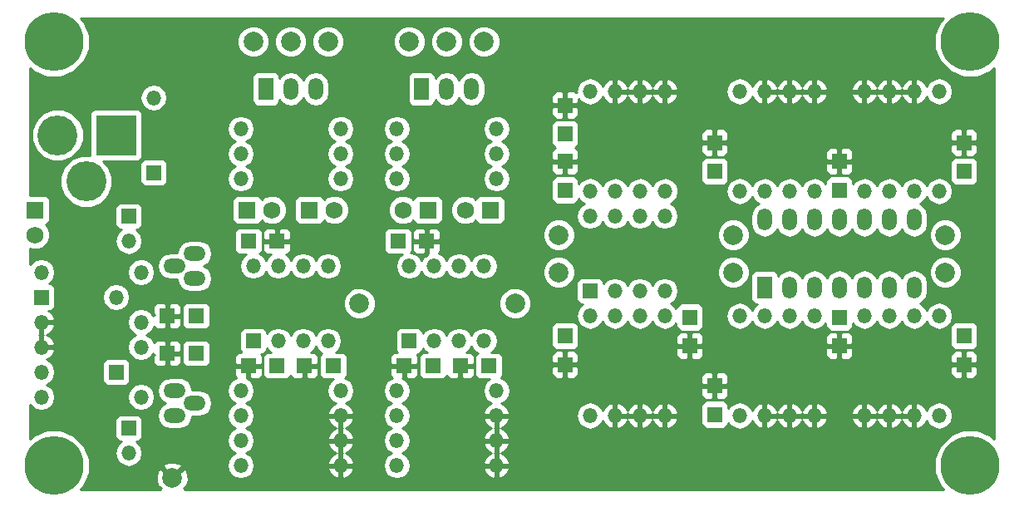
<source format=gbl>
G04 (created by PCBNEW (22-Jun-2014 BZR 4027)-stable) date Thu 21 Jun 2018 01:15:43 AM CDT*
%MOIN*%
G04 Gerber Fmt 3.4, Leading zero omitted, Abs format*
%FSLAX34Y34*%
G01*
G70*
G90*
G04 APERTURE LIST*
%ADD10C,0.00393701*%
%ADD11O,0.0885X0.059*%
%ADD12C,0.079*%
%ADD13R,0.069X0.069*%
%ADD14C,0.069*%
%ADD15O,0.059X0.059*%
%ADD16R,0.059X0.059*%
%ADD17R,0.059X0.064*%
%ADD18R,0.064X0.059*%
%ADD19R,0.16X0.16*%
%ADD20C,0.16*%
%ADD21O,0.059X0.0885*%
%ADD22R,0.059X0.0885*%
%ADD23C,0.23622*%
%ADD24C,0.01*%
G04 APERTURE END LIST*
G54D10*
G54D11*
X73602Y-66750D03*
X74397Y-67250D03*
X73602Y-67750D03*
X74397Y-62250D03*
X73602Y-61750D03*
X74397Y-61250D03*
G54D12*
X104500Y-60500D03*
X87250Y-63250D03*
X83000Y-52750D03*
X86000Y-52750D03*
X84500Y-52750D03*
X78250Y-52750D03*
X76750Y-52750D03*
X79750Y-52750D03*
X81000Y-63250D03*
X73500Y-70250D03*
X89000Y-60500D03*
X89000Y-62000D03*
X96000Y-60500D03*
X96000Y-62000D03*
X104500Y-62000D03*
G54D13*
X68000Y-59500D03*
G54D14*
X68000Y-60500D03*
G54D13*
X76500Y-59500D03*
G54D14*
X77500Y-59500D03*
G54D13*
X79000Y-59500D03*
G54D14*
X80000Y-59500D03*
G54D13*
X86250Y-59500D03*
G54D14*
X85250Y-59500D03*
G54D13*
X83750Y-59500D03*
G54D14*
X82750Y-59500D03*
G54D15*
X76250Y-67750D03*
X80250Y-67750D03*
X82500Y-69750D03*
X86500Y-69750D03*
X82500Y-58250D03*
X86500Y-58250D03*
X82500Y-68750D03*
X86500Y-68750D03*
X96250Y-63750D03*
X96250Y-67750D03*
X97250Y-63750D03*
X97250Y-67750D03*
X99250Y-63750D03*
X99250Y-67750D03*
X98250Y-63750D03*
X98250Y-67750D03*
X104250Y-63750D03*
X104250Y-67750D03*
X103250Y-63750D03*
X103250Y-67750D03*
X101250Y-63750D03*
X101250Y-67750D03*
X102250Y-63750D03*
X102250Y-67750D03*
X104250Y-58750D03*
X104250Y-54750D03*
X103250Y-58750D03*
X103250Y-54750D03*
X101250Y-58750D03*
X101250Y-54750D03*
X102250Y-58750D03*
X102250Y-54750D03*
X96250Y-58750D03*
X96250Y-54750D03*
X97250Y-58750D03*
X97250Y-54750D03*
X99250Y-58750D03*
X99250Y-54750D03*
X98250Y-58750D03*
X98250Y-54750D03*
X91250Y-63750D03*
X91250Y-67750D03*
X80250Y-66750D03*
X76250Y-66750D03*
X76250Y-69750D03*
X80250Y-69750D03*
X76250Y-68750D03*
X80250Y-68750D03*
X68250Y-62000D03*
X72250Y-62000D03*
X72250Y-67000D03*
X68250Y-67000D03*
X72250Y-64000D03*
X68250Y-64000D03*
X68250Y-65000D03*
X72250Y-65000D03*
X90250Y-63750D03*
X90250Y-67750D03*
X82500Y-67750D03*
X86500Y-67750D03*
X93250Y-63750D03*
X93250Y-67750D03*
X92250Y-63750D03*
X92250Y-67750D03*
X90250Y-58750D03*
X90250Y-54750D03*
X91250Y-58750D03*
X91250Y-54750D03*
X92250Y-58750D03*
X92250Y-54750D03*
X86500Y-66750D03*
X82500Y-66750D03*
X93250Y-58750D03*
X93250Y-54750D03*
X80250Y-58250D03*
X76250Y-58250D03*
G54D16*
X71750Y-59750D03*
G54D15*
X71750Y-60750D03*
G54D16*
X71750Y-68250D03*
G54D15*
X71750Y-69250D03*
G54D16*
X83000Y-64750D03*
G54D15*
X84000Y-64750D03*
X85000Y-64750D03*
X86000Y-64750D03*
X86000Y-61750D03*
X85000Y-61750D03*
X83000Y-61750D03*
X84000Y-61750D03*
G54D16*
X76750Y-64750D03*
G54D15*
X77750Y-64750D03*
X78750Y-64750D03*
X79750Y-64750D03*
X79750Y-61750D03*
X78750Y-61750D03*
X76750Y-61750D03*
X77750Y-61750D03*
G54D16*
X68250Y-63000D03*
G54D15*
X71250Y-63000D03*
G54D16*
X71250Y-66000D03*
G54D15*
X68250Y-66000D03*
G54D16*
X72750Y-58000D03*
G54D15*
X72750Y-55000D03*
G54D17*
X105250Y-57950D03*
X105250Y-56800D03*
X89250Y-56450D03*
X89250Y-55300D03*
G54D18*
X78800Y-65750D03*
X79950Y-65750D03*
X83950Y-65750D03*
X82800Y-65750D03*
X76550Y-60750D03*
X77700Y-60750D03*
G54D17*
X95250Y-57950D03*
X95250Y-56800D03*
X89250Y-58700D03*
X89250Y-57550D03*
X94250Y-63800D03*
X94250Y-64950D03*
G54D18*
X82550Y-60750D03*
X83700Y-60750D03*
X74450Y-63750D03*
X73300Y-63750D03*
X85050Y-65750D03*
X86200Y-65750D03*
G54D17*
X89250Y-64550D03*
X89250Y-65700D03*
X100250Y-58700D03*
X100250Y-57550D03*
X100250Y-63800D03*
X100250Y-64950D03*
X105250Y-64550D03*
X105250Y-65700D03*
G54D18*
X77700Y-65750D03*
X76550Y-65750D03*
G54D17*
X95250Y-67700D03*
X95250Y-66550D03*
G54D18*
X73300Y-65250D03*
X74450Y-65250D03*
G54D19*
X71250Y-56500D03*
G54D20*
X68900Y-56500D03*
X70050Y-58350D03*
G54D21*
X78250Y-54647D03*
X79250Y-54647D03*
G54D22*
X77250Y-54647D03*
G54D21*
X84500Y-54647D03*
X85500Y-54647D03*
G54D22*
X83500Y-54647D03*
G54D23*
X105500Y-52750D03*
X105500Y-69750D03*
X68750Y-69750D03*
X68750Y-52750D03*
G54D16*
X90250Y-62750D03*
G54D15*
X91250Y-62750D03*
X92250Y-62750D03*
X93250Y-62750D03*
X93250Y-59750D03*
X92250Y-59750D03*
X90250Y-59750D03*
X91250Y-59750D03*
G54D22*
X97250Y-62602D03*
G54D21*
X98250Y-62602D03*
X99250Y-62602D03*
X100250Y-62602D03*
X100250Y-59897D03*
X99250Y-59897D03*
X98250Y-59897D03*
X97250Y-59897D03*
X101250Y-62602D03*
X102250Y-62602D03*
X103250Y-62602D03*
X101250Y-59897D03*
X102250Y-59897D03*
X103250Y-59897D03*
G54D15*
X76250Y-56250D03*
X80250Y-56250D03*
X76250Y-57250D03*
X80250Y-57250D03*
X86500Y-57250D03*
X82500Y-57250D03*
X86500Y-56250D03*
X82500Y-56250D03*
G54D10*
G36*
X106450Y-68676D02*
X106311Y-68537D01*
X105795Y-68322D01*
X105795Y-66069D01*
X105795Y-65330D01*
X105795Y-64820D01*
X105795Y-64180D01*
X105795Y-58220D01*
X105795Y-57580D01*
X105795Y-57169D01*
X105795Y-56430D01*
X105757Y-56338D01*
X105686Y-56268D01*
X105594Y-56230D01*
X105495Y-56229D01*
X105362Y-56230D01*
X105300Y-56292D01*
X105300Y-56750D01*
X105732Y-56750D01*
X105795Y-56687D01*
X105795Y-56430D01*
X105795Y-57169D01*
X105795Y-56912D01*
X105732Y-56850D01*
X105300Y-56850D01*
X105300Y-57307D01*
X105362Y-57370D01*
X105495Y-57370D01*
X105594Y-57369D01*
X105686Y-57331D01*
X105757Y-57261D01*
X105795Y-57169D01*
X105795Y-57580D01*
X105757Y-57488D01*
X105686Y-57418D01*
X105594Y-57380D01*
X105495Y-57379D01*
X105200Y-57379D01*
X105200Y-57307D01*
X105200Y-56850D01*
X105200Y-56750D01*
X105200Y-56292D01*
X105137Y-56230D01*
X105004Y-56229D01*
X104905Y-56230D01*
X104813Y-56268D01*
X104795Y-56286D01*
X104795Y-54760D01*
X104795Y-54739D01*
X104753Y-54530D01*
X104635Y-54353D01*
X104458Y-54235D01*
X104250Y-54194D01*
X104041Y-54235D01*
X103864Y-54353D01*
X103746Y-54530D01*
X103743Y-54543D01*
X103686Y-54423D01*
X103528Y-54281D01*
X103384Y-54221D01*
X103300Y-54270D01*
X103300Y-54700D01*
X103307Y-54700D01*
X103307Y-54800D01*
X103300Y-54800D01*
X103300Y-55229D01*
X103384Y-55278D01*
X103528Y-55218D01*
X103686Y-55076D01*
X103743Y-54956D01*
X103746Y-54969D01*
X103864Y-55146D01*
X104041Y-55264D01*
X104250Y-55305D01*
X104458Y-55264D01*
X104635Y-55146D01*
X104753Y-54969D01*
X104795Y-54760D01*
X104795Y-56286D01*
X104742Y-56338D01*
X104704Y-56430D01*
X104705Y-56687D01*
X104767Y-56750D01*
X105200Y-56750D01*
X105200Y-56850D01*
X104767Y-56850D01*
X104705Y-56912D01*
X104704Y-57169D01*
X104742Y-57261D01*
X104813Y-57331D01*
X104905Y-57369D01*
X105004Y-57370D01*
X105137Y-57370D01*
X105200Y-57307D01*
X105200Y-57379D01*
X104905Y-57379D01*
X104813Y-57417D01*
X104743Y-57488D01*
X104705Y-57580D01*
X104704Y-57679D01*
X104704Y-58319D01*
X104742Y-58411D01*
X104813Y-58481D01*
X104905Y-58519D01*
X105004Y-58520D01*
X105594Y-58520D01*
X105686Y-58482D01*
X105756Y-58411D01*
X105794Y-58319D01*
X105795Y-58220D01*
X105795Y-64180D01*
X105757Y-64088D01*
X105686Y-64018D01*
X105594Y-63980D01*
X105495Y-63979D01*
X105145Y-63979D01*
X105145Y-61872D01*
X105145Y-60372D01*
X105047Y-60135D01*
X104865Y-59953D01*
X104795Y-59924D01*
X104795Y-58760D01*
X104795Y-58739D01*
X104753Y-58530D01*
X104635Y-58353D01*
X104458Y-58235D01*
X104250Y-58194D01*
X104041Y-58235D01*
X103864Y-58353D01*
X103750Y-58525D01*
X103635Y-58353D01*
X103458Y-58235D01*
X103250Y-58194D01*
X103200Y-58204D01*
X103200Y-55229D01*
X103200Y-54800D01*
X103200Y-54700D01*
X103200Y-54270D01*
X103115Y-54221D01*
X102971Y-54281D01*
X102813Y-54423D01*
X102750Y-54556D01*
X102686Y-54423D01*
X102528Y-54281D01*
X102384Y-54221D01*
X102300Y-54270D01*
X102300Y-54700D01*
X102730Y-54700D01*
X102750Y-54665D01*
X102769Y-54700D01*
X103200Y-54700D01*
X103200Y-54800D01*
X102769Y-54800D01*
X102750Y-54834D01*
X102730Y-54800D01*
X102300Y-54800D01*
X102300Y-55229D01*
X102384Y-55278D01*
X102528Y-55218D01*
X102686Y-55076D01*
X102750Y-54943D01*
X102813Y-55076D01*
X102971Y-55218D01*
X103115Y-55278D01*
X103200Y-55229D01*
X103200Y-58204D01*
X103041Y-58235D01*
X102864Y-58353D01*
X102750Y-58525D01*
X102635Y-58353D01*
X102458Y-58235D01*
X102250Y-58194D01*
X102200Y-58204D01*
X102200Y-55229D01*
X102200Y-54800D01*
X102200Y-54700D01*
X102200Y-54270D01*
X102115Y-54221D01*
X101971Y-54281D01*
X101813Y-54423D01*
X101750Y-54556D01*
X101686Y-54423D01*
X101528Y-54281D01*
X101384Y-54221D01*
X101300Y-54270D01*
X101300Y-54700D01*
X101730Y-54700D01*
X101750Y-54665D01*
X101769Y-54700D01*
X102200Y-54700D01*
X102200Y-54800D01*
X101769Y-54800D01*
X101750Y-54834D01*
X101730Y-54800D01*
X101300Y-54800D01*
X101300Y-55229D01*
X101384Y-55278D01*
X101528Y-55218D01*
X101686Y-55076D01*
X101750Y-54943D01*
X101813Y-55076D01*
X101971Y-55218D01*
X102115Y-55278D01*
X102200Y-55229D01*
X102200Y-58204D01*
X102041Y-58235D01*
X101864Y-58353D01*
X101750Y-58525D01*
X101635Y-58353D01*
X101458Y-58235D01*
X101250Y-58194D01*
X101200Y-58204D01*
X101200Y-55229D01*
X101200Y-54800D01*
X101200Y-54700D01*
X101200Y-54270D01*
X101115Y-54221D01*
X100971Y-54281D01*
X100813Y-54423D01*
X100721Y-54615D01*
X100769Y-54700D01*
X101200Y-54700D01*
X101200Y-54800D01*
X100769Y-54800D01*
X100721Y-54884D01*
X100813Y-55076D01*
X100971Y-55218D01*
X101115Y-55278D01*
X101200Y-55229D01*
X101200Y-58204D01*
X101041Y-58235D01*
X100864Y-58353D01*
X100795Y-58458D01*
X100795Y-58330D01*
X100795Y-57919D01*
X100795Y-57180D01*
X100757Y-57088D01*
X100686Y-57018D01*
X100594Y-56980D01*
X100495Y-56979D01*
X100362Y-56980D01*
X100300Y-57042D01*
X100300Y-57500D01*
X100732Y-57500D01*
X100795Y-57437D01*
X100795Y-57180D01*
X100795Y-57919D01*
X100795Y-57662D01*
X100732Y-57600D01*
X100300Y-57600D01*
X100300Y-58057D01*
X100362Y-58120D01*
X100495Y-58120D01*
X100594Y-58119D01*
X100686Y-58081D01*
X100757Y-58011D01*
X100795Y-57919D01*
X100795Y-58330D01*
X100757Y-58238D01*
X100686Y-58168D01*
X100594Y-58130D01*
X100495Y-58129D01*
X100200Y-58129D01*
X100200Y-58057D01*
X100200Y-57600D01*
X100200Y-57500D01*
X100200Y-57042D01*
X100137Y-56980D01*
X100004Y-56979D01*
X99905Y-56980D01*
X99813Y-57018D01*
X99778Y-57053D01*
X99778Y-54884D01*
X99778Y-54615D01*
X99686Y-54423D01*
X99528Y-54281D01*
X99384Y-54221D01*
X99300Y-54270D01*
X99300Y-54700D01*
X99730Y-54700D01*
X99778Y-54615D01*
X99778Y-54884D01*
X99730Y-54800D01*
X99300Y-54800D01*
X99300Y-55229D01*
X99384Y-55278D01*
X99528Y-55218D01*
X99686Y-55076D01*
X99778Y-54884D01*
X99778Y-57053D01*
X99742Y-57088D01*
X99704Y-57180D01*
X99705Y-57437D01*
X99767Y-57500D01*
X100200Y-57500D01*
X100200Y-57600D01*
X99767Y-57600D01*
X99705Y-57662D01*
X99704Y-57919D01*
X99742Y-58011D01*
X99813Y-58081D01*
X99905Y-58119D01*
X100004Y-58120D01*
X100137Y-58120D01*
X100200Y-58057D01*
X100200Y-58129D01*
X99905Y-58129D01*
X99813Y-58167D01*
X99743Y-58238D01*
X99705Y-58330D01*
X99704Y-58429D01*
X99704Y-58458D01*
X99635Y-58353D01*
X99458Y-58235D01*
X99250Y-58194D01*
X99200Y-58204D01*
X99200Y-55229D01*
X99200Y-54800D01*
X99200Y-54700D01*
X99200Y-54270D01*
X99115Y-54221D01*
X98971Y-54281D01*
X98813Y-54423D01*
X98750Y-54556D01*
X98686Y-54423D01*
X98528Y-54281D01*
X98384Y-54221D01*
X98300Y-54270D01*
X98300Y-54700D01*
X98730Y-54700D01*
X98750Y-54665D01*
X98769Y-54700D01*
X99200Y-54700D01*
X99200Y-54800D01*
X98769Y-54800D01*
X98750Y-54834D01*
X98730Y-54800D01*
X98300Y-54800D01*
X98300Y-55229D01*
X98384Y-55278D01*
X98528Y-55218D01*
X98686Y-55076D01*
X98750Y-54943D01*
X98813Y-55076D01*
X98971Y-55218D01*
X99115Y-55278D01*
X99200Y-55229D01*
X99200Y-58204D01*
X99041Y-58235D01*
X98864Y-58353D01*
X98750Y-58525D01*
X98635Y-58353D01*
X98458Y-58235D01*
X98250Y-58194D01*
X98200Y-58204D01*
X98200Y-55229D01*
X98200Y-54800D01*
X98200Y-54700D01*
X98200Y-54270D01*
X98115Y-54221D01*
X97971Y-54281D01*
X97813Y-54423D01*
X97750Y-54556D01*
X97686Y-54423D01*
X97528Y-54281D01*
X97384Y-54221D01*
X97300Y-54270D01*
X97300Y-54700D01*
X97730Y-54700D01*
X97750Y-54665D01*
X97769Y-54700D01*
X98200Y-54700D01*
X98200Y-54800D01*
X97769Y-54800D01*
X97750Y-54834D01*
X97730Y-54800D01*
X97300Y-54800D01*
X97300Y-55229D01*
X97384Y-55278D01*
X97528Y-55218D01*
X97686Y-55076D01*
X97750Y-54943D01*
X97813Y-55076D01*
X97971Y-55218D01*
X98115Y-55278D01*
X98200Y-55229D01*
X98200Y-58204D01*
X98041Y-58235D01*
X97864Y-58353D01*
X97750Y-58525D01*
X97635Y-58353D01*
X97458Y-58235D01*
X97250Y-58194D01*
X97200Y-58204D01*
X97200Y-55229D01*
X97200Y-54800D01*
X97192Y-54800D01*
X97192Y-54700D01*
X97200Y-54700D01*
X97200Y-54270D01*
X97115Y-54221D01*
X96971Y-54281D01*
X96813Y-54423D01*
X96756Y-54543D01*
X96753Y-54530D01*
X96635Y-54353D01*
X96458Y-54235D01*
X96250Y-54194D01*
X96041Y-54235D01*
X95864Y-54353D01*
X95746Y-54530D01*
X95705Y-54739D01*
X95705Y-54760D01*
X95746Y-54969D01*
X95864Y-55146D01*
X96041Y-55264D01*
X96250Y-55305D01*
X96458Y-55264D01*
X96635Y-55146D01*
X96753Y-54969D01*
X96756Y-54956D01*
X96813Y-55076D01*
X96971Y-55218D01*
X97115Y-55278D01*
X97200Y-55229D01*
X97200Y-58204D01*
X97041Y-58235D01*
X96864Y-58353D01*
X96750Y-58525D01*
X96635Y-58353D01*
X96458Y-58235D01*
X96250Y-58194D01*
X96041Y-58235D01*
X95864Y-58353D01*
X95795Y-58458D01*
X95795Y-58220D01*
X95795Y-57580D01*
X95795Y-57169D01*
X95795Y-56430D01*
X95757Y-56338D01*
X95686Y-56268D01*
X95594Y-56230D01*
X95495Y-56229D01*
X95362Y-56230D01*
X95300Y-56292D01*
X95300Y-56750D01*
X95732Y-56750D01*
X95795Y-56687D01*
X95795Y-56430D01*
X95795Y-57169D01*
X95795Y-56912D01*
X95732Y-56850D01*
X95300Y-56850D01*
X95300Y-57307D01*
X95362Y-57370D01*
X95495Y-57370D01*
X95594Y-57369D01*
X95686Y-57331D01*
X95757Y-57261D01*
X95795Y-57169D01*
X95795Y-57580D01*
X95757Y-57488D01*
X95686Y-57418D01*
X95594Y-57380D01*
X95495Y-57379D01*
X95200Y-57379D01*
X95200Y-57307D01*
X95200Y-56850D01*
X95200Y-56750D01*
X95200Y-56292D01*
X95137Y-56230D01*
X95004Y-56229D01*
X94905Y-56230D01*
X94813Y-56268D01*
X94742Y-56338D01*
X94704Y-56430D01*
X94705Y-56687D01*
X94767Y-56750D01*
X95200Y-56750D01*
X95200Y-56850D01*
X94767Y-56850D01*
X94705Y-56912D01*
X94704Y-57169D01*
X94742Y-57261D01*
X94813Y-57331D01*
X94905Y-57369D01*
X95004Y-57370D01*
X95137Y-57370D01*
X95200Y-57307D01*
X95200Y-57379D01*
X94905Y-57379D01*
X94813Y-57417D01*
X94743Y-57488D01*
X94705Y-57580D01*
X94704Y-57679D01*
X94704Y-58319D01*
X94742Y-58411D01*
X94813Y-58481D01*
X94905Y-58519D01*
X95004Y-58520D01*
X95594Y-58520D01*
X95686Y-58482D01*
X95756Y-58411D01*
X95794Y-58319D01*
X95795Y-58220D01*
X95795Y-58458D01*
X95746Y-58530D01*
X95705Y-58739D01*
X95705Y-58760D01*
X95746Y-58969D01*
X95864Y-59146D01*
X96041Y-59264D01*
X96250Y-59305D01*
X96458Y-59264D01*
X96635Y-59146D01*
X96750Y-58974D01*
X96864Y-59146D01*
X97018Y-59248D01*
X96864Y-59351D01*
X96746Y-59527D01*
X96705Y-59736D01*
X96705Y-60058D01*
X96746Y-60267D01*
X96864Y-60443D01*
X97041Y-60562D01*
X97250Y-60603D01*
X97458Y-60562D01*
X97635Y-60443D01*
X97750Y-60272D01*
X97864Y-60443D01*
X98041Y-60562D01*
X98250Y-60603D01*
X98458Y-60562D01*
X98635Y-60443D01*
X98750Y-60272D01*
X98864Y-60443D01*
X99041Y-60562D01*
X99250Y-60603D01*
X99458Y-60562D01*
X99635Y-60443D01*
X99750Y-60272D01*
X99864Y-60443D01*
X100041Y-60562D01*
X100250Y-60603D01*
X100458Y-60562D01*
X100635Y-60443D01*
X100750Y-60272D01*
X100864Y-60443D01*
X101041Y-60562D01*
X101250Y-60603D01*
X101458Y-60562D01*
X101635Y-60443D01*
X101750Y-60272D01*
X101864Y-60443D01*
X102041Y-60562D01*
X102250Y-60603D01*
X102458Y-60562D01*
X102635Y-60443D01*
X102750Y-60272D01*
X102864Y-60443D01*
X103041Y-60562D01*
X103250Y-60603D01*
X103458Y-60562D01*
X103635Y-60443D01*
X103753Y-60267D01*
X103795Y-60058D01*
X103795Y-59736D01*
X103753Y-59527D01*
X103635Y-59351D01*
X103481Y-59248D01*
X103635Y-59146D01*
X103750Y-58974D01*
X103864Y-59146D01*
X104041Y-59264D01*
X104250Y-59305D01*
X104458Y-59264D01*
X104635Y-59146D01*
X104753Y-58969D01*
X104795Y-58760D01*
X104795Y-59924D01*
X104628Y-59855D01*
X104372Y-59854D01*
X104135Y-59952D01*
X103953Y-60134D01*
X103855Y-60371D01*
X103854Y-60627D01*
X103952Y-60864D01*
X104134Y-61046D01*
X104371Y-61144D01*
X104627Y-61145D01*
X104864Y-61047D01*
X105046Y-60865D01*
X105144Y-60628D01*
X105145Y-60372D01*
X105145Y-61872D01*
X105047Y-61635D01*
X104865Y-61453D01*
X104628Y-61355D01*
X104372Y-61354D01*
X104135Y-61452D01*
X103953Y-61634D01*
X103855Y-61871D01*
X103854Y-62127D01*
X103952Y-62364D01*
X104134Y-62546D01*
X104371Y-62644D01*
X104627Y-62645D01*
X104864Y-62547D01*
X105046Y-62365D01*
X105144Y-62128D01*
X105145Y-61872D01*
X105145Y-63979D01*
X104905Y-63979D01*
X104813Y-64017D01*
X104795Y-64036D01*
X104795Y-63760D01*
X104795Y-63739D01*
X104753Y-63530D01*
X104635Y-63353D01*
X104458Y-63235D01*
X104250Y-63194D01*
X104041Y-63235D01*
X103864Y-63353D01*
X103750Y-63525D01*
X103635Y-63353D01*
X103481Y-63251D01*
X103635Y-63148D01*
X103753Y-62972D01*
X103795Y-62763D01*
X103795Y-62441D01*
X103753Y-62232D01*
X103635Y-62056D01*
X103458Y-61937D01*
X103250Y-61896D01*
X103041Y-61937D01*
X102864Y-62056D01*
X102749Y-62227D01*
X102635Y-62056D01*
X102458Y-61937D01*
X102250Y-61896D01*
X102041Y-61937D01*
X101864Y-62056D01*
X101749Y-62227D01*
X101635Y-62056D01*
X101458Y-61937D01*
X101250Y-61896D01*
X101041Y-61937D01*
X100864Y-62056D01*
X100749Y-62227D01*
X100635Y-62056D01*
X100458Y-61937D01*
X100250Y-61896D01*
X100041Y-61937D01*
X99864Y-62056D01*
X99749Y-62227D01*
X99635Y-62056D01*
X99458Y-61937D01*
X99250Y-61896D01*
X99041Y-61937D01*
X98864Y-62056D01*
X98749Y-62227D01*
X98635Y-62056D01*
X98458Y-61937D01*
X98250Y-61896D01*
X98041Y-61937D01*
X97864Y-62056D01*
X97795Y-62160D01*
X97795Y-62110D01*
X97757Y-62018D01*
X97686Y-61948D01*
X97594Y-61910D01*
X97495Y-61909D01*
X96905Y-61909D01*
X96813Y-61947D01*
X96743Y-62018D01*
X96705Y-62110D01*
X96704Y-62209D01*
X96704Y-63094D01*
X96742Y-63186D01*
X96813Y-63256D01*
X96905Y-63294D01*
X96952Y-63294D01*
X96864Y-63353D01*
X96750Y-63525D01*
X96645Y-63368D01*
X96645Y-61872D01*
X96645Y-60372D01*
X96547Y-60135D01*
X96365Y-59953D01*
X96128Y-59855D01*
X95872Y-59854D01*
X95635Y-59952D01*
X95453Y-60134D01*
X95355Y-60371D01*
X95354Y-60627D01*
X95452Y-60864D01*
X95634Y-61046D01*
X95871Y-61144D01*
X96127Y-61145D01*
X96364Y-61047D01*
X96546Y-60865D01*
X96644Y-60628D01*
X96645Y-60372D01*
X96645Y-61872D01*
X96547Y-61635D01*
X96365Y-61453D01*
X96128Y-61355D01*
X95872Y-61354D01*
X95635Y-61452D01*
X95453Y-61634D01*
X95355Y-61871D01*
X95354Y-62127D01*
X95452Y-62364D01*
X95634Y-62546D01*
X95871Y-62644D01*
X96127Y-62645D01*
X96364Y-62547D01*
X96546Y-62365D01*
X96644Y-62128D01*
X96645Y-61872D01*
X96645Y-63368D01*
X96635Y-63353D01*
X96458Y-63235D01*
X96250Y-63194D01*
X96041Y-63235D01*
X95864Y-63353D01*
X95746Y-63530D01*
X95705Y-63739D01*
X95705Y-63760D01*
X95746Y-63969D01*
X95864Y-64146D01*
X96041Y-64264D01*
X96250Y-64305D01*
X96458Y-64264D01*
X96635Y-64146D01*
X96750Y-63974D01*
X96864Y-64146D01*
X97041Y-64264D01*
X97250Y-64305D01*
X97458Y-64264D01*
X97635Y-64146D01*
X97750Y-63974D01*
X97864Y-64146D01*
X98041Y-64264D01*
X98250Y-64305D01*
X98458Y-64264D01*
X98635Y-64146D01*
X98750Y-63974D01*
X98864Y-64146D01*
X99041Y-64264D01*
X99250Y-64305D01*
X99458Y-64264D01*
X99635Y-64146D01*
X99704Y-64041D01*
X99704Y-64169D01*
X99742Y-64261D01*
X99813Y-64331D01*
X99905Y-64369D01*
X100004Y-64370D01*
X100594Y-64370D01*
X100686Y-64332D01*
X100756Y-64261D01*
X100794Y-64169D01*
X100795Y-64070D01*
X100795Y-64041D01*
X100864Y-64146D01*
X101041Y-64264D01*
X101250Y-64305D01*
X101458Y-64264D01*
X101635Y-64146D01*
X101750Y-63974D01*
X101864Y-64146D01*
X102041Y-64264D01*
X102250Y-64305D01*
X102458Y-64264D01*
X102635Y-64146D01*
X102750Y-63974D01*
X102864Y-64146D01*
X103041Y-64264D01*
X103250Y-64305D01*
X103458Y-64264D01*
X103635Y-64146D01*
X103750Y-63974D01*
X103864Y-64146D01*
X104041Y-64264D01*
X104250Y-64305D01*
X104458Y-64264D01*
X104635Y-64146D01*
X104753Y-63969D01*
X104795Y-63760D01*
X104795Y-64036D01*
X104743Y-64088D01*
X104705Y-64180D01*
X104704Y-64279D01*
X104704Y-64919D01*
X104742Y-65011D01*
X104813Y-65081D01*
X104905Y-65119D01*
X105004Y-65120D01*
X105594Y-65120D01*
X105686Y-65082D01*
X105756Y-65011D01*
X105794Y-64919D01*
X105795Y-64820D01*
X105795Y-65330D01*
X105757Y-65238D01*
X105686Y-65168D01*
X105594Y-65130D01*
X105495Y-65129D01*
X105362Y-65130D01*
X105300Y-65192D01*
X105300Y-65650D01*
X105732Y-65650D01*
X105795Y-65587D01*
X105795Y-65330D01*
X105795Y-66069D01*
X105795Y-65812D01*
X105732Y-65750D01*
X105300Y-65750D01*
X105300Y-66207D01*
X105362Y-66270D01*
X105495Y-66270D01*
X105594Y-66269D01*
X105686Y-66231D01*
X105757Y-66161D01*
X105795Y-66069D01*
X105795Y-68322D01*
X105785Y-68319D01*
X105216Y-68318D01*
X105200Y-68325D01*
X105200Y-66207D01*
X105200Y-65750D01*
X105200Y-65650D01*
X105200Y-65192D01*
X105137Y-65130D01*
X105004Y-65129D01*
X104905Y-65130D01*
X104813Y-65168D01*
X104742Y-65238D01*
X104704Y-65330D01*
X104705Y-65587D01*
X104767Y-65650D01*
X105200Y-65650D01*
X105200Y-65750D01*
X104767Y-65750D01*
X104705Y-65812D01*
X104704Y-66069D01*
X104742Y-66161D01*
X104813Y-66231D01*
X104905Y-66269D01*
X105004Y-66270D01*
X105137Y-66270D01*
X105200Y-66207D01*
X105200Y-68325D01*
X104795Y-68492D01*
X104795Y-67760D01*
X104795Y-67739D01*
X104753Y-67530D01*
X104635Y-67353D01*
X104458Y-67235D01*
X104250Y-67194D01*
X104041Y-67235D01*
X103864Y-67353D01*
X103746Y-67530D01*
X103743Y-67543D01*
X103686Y-67423D01*
X103528Y-67281D01*
X103384Y-67221D01*
X103300Y-67270D01*
X103300Y-67700D01*
X103307Y-67700D01*
X103307Y-67800D01*
X103300Y-67800D01*
X103300Y-68229D01*
X103384Y-68278D01*
X103528Y-68218D01*
X103686Y-68076D01*
X103743Y-67956D01*
X103746Y-67969D01*
X103864Y-68146D01*
X104041Y-68264D01*
X104250Y-68305D01*
X104458Y-68264D01*
X104635Y-68146D01*
X104753Y-67969D01*
X104795Y-67760D01*
X104795Y-68492D01*
X104690Y-68536D01*
X104287Y-68938D01*
X104069Y-69464D01*
X104068Y-70033D01*
X104286Y-70559D01*
X104426Y-70700D01*
X103200Y-70700D01*
X103200Y-68229D01*
X103200Y-67800D01*
X103200Y-67700D01*
X103200Y-67270D01*
X103115Y-67221D01*
X102971Y-67281D01*
X102813Y-67423D01*
X102750Y-67556D01*
X102686Y-67423D01*
X102528Y-67281D01*
X102384Y-67221D01*
X102300Y-67270D01*
X102300Y-67700D01*
X102730Y-67700D01*
X102750Y-67665D01*
X102769Y-67700D01*
X103200Y-67700D01*
X103200Y-67800D01*
X102769Y-67800D01*
X102750Y-67834D01*
X102730Y-67800D01*
X102300Y-67800D01*
X102300Y-68229D01*
X102384Y-68278D01*
X102528Y-68218D01*
X102686Y-68076D01*
X102750Y-67943D01*
X102813Y-68076D01*
X102971Y-68218D01*
X103115Y-68278D01*
X103200Y-68229D01*
X103200Y-70700D01*
X102200Y-70700D01*
X102200Y-68229D01*
X102200Y-67800D01*
X102200Y-67700D01*
X102200Y-67270D01*
X102115Y-67221D01*
X101971Y-67281D01*
X101813Y-67423D01*
X101750Y-67556D01*
X101686Y-67423D01*
X101528Y-67281D01*
X101384Y-67221D01*
X101300Y-67270D01*
X101300Y-67700D01*
X101730Y-67700D01*
X101750Y-67665D01*
X101769Y-67700D01*
X102200Y-67700D01*
X102200Y-67800D01*
X101769Y-67800D01*
X101750Y-67834D01*
X101730Y-67800D01*
X101300Y-67800D01*
X101300Y-68229D01*
X101384Y-68278D01*
X101528Y-68218D01*
X101686Y-68076D01*
X101750Y-67943D01*
X101813Y-68076D01*
X101971Y-68218D01*
X102115Y-68278D01*
X102200Y-68229D01*
X102200Y-70700D01*
X101200Y-70700D01*
X101200Y-68229D01*
X101200Y-67800D01*
X101200Y-67700D01*
X101200Y-67270D01*
X101115Y-67221D01*
X100971Y-67281D01*
X100813Y-67423D01*
X100795Y-67462D01*
X100795Y-65319D01*
X100795Y-64580D01*
X100757Y-64488D01*
X100686Y-64418D01*
X100594Y-64380D01*
X100495Y-64379D01*
X100362Y-64380D01*
X100300Y-64442D01*
X100300Y-64900D01*
X100732Y-64900D01*
X100795Y-64837D01*
X100795Y-64580D01*
X100795Y-65319D01*
X100795Y-65062D01*
X100732Y-65000D01*
X100300Y-65000D01*
X100300Y-65457D01*
X100362Y-65520D01*
X100495Y-65520D01*
X100594Y-65519D01*
X100686Y-65481D01*
X100757Y-65411D01*
X100795Y-65319D01*
X100795Y-67462D01*
X100721Y-67615D01*
X100769Y-67700D01*
X101200Y-67700D01*
X101200Y-67800D01*
X100769Y-67800D01*
X100721Y-67884D01*
X100813Y-68076D01*
X100971Y-68218D01*
X101115Y-68278D01*
X101200Y-68229D01*
X101200Y-70700D01*
X100200Y-70700D01*
X100200Y-65457D01*
X100200Y-65000D01*
X100200Y-64900D01*
X100200Y-64442D01*
X100137Y-64380D01*
X100004Y-64379D01*
X99905Y-64380D01*
X99813Y-64418D01*
X99742Y-64488D01*
X99704Y-64580D01*
X99705Y-64837D01*
X99767Y-64900D01*
X100200Y-64900D01*
X100200Y-65000D01*
X99767Y-65000D01*
X99705Y-65062D01*
X99704Y-65319D01*
X99742Y-65411D01*
X99813Y-65481D01*
X99905Y-65519D01*
X100004Y-65520D01*
X100137Y-65520D01*
X100200Y-65457D01*
X100200Y-70700D01*
X99778Y-70700D01*
X99778Y-67884D01*
X99778Y-67615D01*
X99686Y-67423D01*
X99528Y-67281D01*
X99384Y-67221D01*
X99300Y-67270D01*
X99300Y-67700D01*
X99730Y-67700D01*
X99778Y-67615D01*
X99778Y-67884D01*
X99730Y-67800D01*
X99300Y-67800D01*
X99300Y-68229D01*
X99384Y-68278D01*
X99528Y-68218D01*
X99686Y-68076D01*
X99778Y-67884D01*
X99778Y-70700D01*
X99200Y-70700D01*
X99200Y-68229D01*
X99200Y-67800D01*
X99200Y-67700D01*
X99200Y-67270D01*
X99115Y-67221D01*
X98971Y-67281D01*
X98813Y-67423D01*
X98750Y-67556D01*
X98686Y-67423D01*
X98528Y-67281D01*
X98384Y-67221D01*
X98300Y-67270D01*
X98300Y-67700D01*
X98730Y-67700D01*
X98750Y-67665D01*
X98769Y-67700D01*
X99200Y-67700D01*
X99200Y-67800D01*
X98769Y-67800D01*
X98750Y-67834D01*
X98730Y-67800D01*
X98300Y-67800D01*
X98300Y-68229D01*
X98384Y-68278D01*
X98528Y-68218D01*
X98686Y-68076D01*
X98750Y-67943D01*
X98813Y-68076D01*
X98971Y-68218D01*
X99115Y-68278D01*
X99200Y-68229D01*
X99200Y-70700D01*
X98200Y-70700D01*
X98200Y-68229D01*
X98200Y-67800D01*
X98200Y-67700D01*
X98200Y-67270D01*
X98115Y-67221D01*
X97971Y-67281D01*
X97813Y-67423D01*
X97750Y-67556D01*
X97686Y-67423D01*
X97528Y-67281D01*
X97384Y-67221D01*
X97300Y-67270D01*
X97300Y-67700D01*
X97730Y-67700D01*
X97750Y-67665D01*
X97769Y-67700D01*
X98200Y-67700D01*
X98200Y-67800D01*
X97769Y-67800D01*
X97750Y-67834D01*
X97730Y-67800D01*
X97300Y-67800D01*
X97300Y-68229D01*
X97384Y-68278D01*
X97528Y-68218D01*
X97686Y-68076D01*
X97750Y-67943D01*
X97813Y-68076D01*
X97971Y-68218D01*
X98115Y-68278D01*
X98200Y-68229D01*
X98200Y-70700D01*
X97200Y-70700D01*
X97200Y-68229D01*
X97200Y-67800D01*
X97192Y-67800D01*
X97192Y-67700D01*
X97200Y-67700D01*
X97200Y-67270D01*
X97115Y-67221D01*
X96971Y-67281D01*
X96813Y-67423D01*
X96756Y-67543D01*
X96753Y-67530D01*
X96635Y-67353D01*
X96458Y-67235D01*
X96250Y-67194D01*
X96041Y-67235D01*
X95864Y-67353D01*
X95795Y-67458D01*
X95795Y-67330D01*
X95795Y-66919D01*
X95795Y-66180D01*
X95757Y-66088D01*
X95686Y-66018D01*
X95594Y-65980D01*
X95495Y-65979D01*
X95362Y-65980D01*
X95300Y-66042D01*
X95300Y-66500D01*
X95732Y-66500D01*
X95795Y-66437D01*
X95795Y-66180D01*
X95795Y-66919D01*
X95795Y-66662D01*
X95732Y-66600D01*
X95300Y-66600D01*
X95300Y-67057D01*
X95362Y-67120D01*
X95495Y-67120D01*
X95594Y-67119D01*
X95686Y-67081D01*
X95757Y-67011D01*
X95795Y-66919D01*
X95795Y-67330D01*
X95757Y-67238D01*
X95686Y-67168D01*
X95594Y-67130D01*
X95495Y-67129D01*
X95200Y-67129D01*
X95200Y-67057D01*
X95200Y-66600D01*
X95200Y-66500D01*
X95200Y-66042D01*
X95137Y-65980D01*
X95004Y-65979D01*
X94905Y-65980D01*
X94813Y-66018D01*
X94795Y-66036D01*
X94795Y-65319D01*
X94795Y-64580D01*
X94795Y-64070D01*
X94795Y-63430D01*
X94757Y-63338D01*
X94686Y-63268D01*
X94594Y-63230D01*
X94495Y-63229D01*
X93905Y-63229D01*
X93813Y-63267D01*
X93743Y-63338D01*
X93705Y-63430D01*
X93705Y-63458D01*
X93635Y-63353D01*
X93477Y-63248D01*
X93646Y-63135D01*
X93764Y-62958D01*
X93805Y-62750D01*
X93805Y-59750D01*
X93764Y-59541D01*
X93646Y-59364D01*
X93477Y-59251D01*
X93635Y-59146D01*
X93753Y-58969D01*
X93795Y-58760D01*
X93795Y-58739D01*
X93778Y-58654D01*
X93778Y-54884D01*
X93778Y-54615D01*
X93686Y-54423D01*
X93528Y-54281D01*
X93384Y-54221D01*
X93300Y-54270D01*
X93300Y-54700D01*
X93730Y-54700D01*
X93778Y-54615D01*
X93778Y-54884D01*
X93730Y-54800D01*
X93300Y-54800D01*
X93300Y-55229D01*
X93384Y-55278D01*
X93528Y-55218D01*
X93686Y-55076D01*
X93778Y-54884D01*
X93778Y-58654D01*
X93753Y-58530D01*
X93635Y-58353D01*
X93458Y-58235D01*
X93250Y-58194D01*
X93200Y-58204D01*
X93200Y-55229D01*
X93200Y-54800D01*
X93200Y-54700D01*
X93200Y-54270D01*
X93115Y-54221D01*
X92971Y-54281D01*
X92813Y-54423D01*
X92750Y-54556D01*
X92686Y-54423D01*
X92528Y-54281D01*
X92384Y-54221D01*
X92300Y-54270D01*
X92300Y-54700D01*
X92730Y-54700D01*
X92750Y-54665D01*
X92769Y-54700D01*
X93200Y-54700D01*
X93200Y-54800D01*
X92769Y-54800D01*
X92750Y-54834D01*
X92730Y-54800D01*
X92300Y-54800D01*
X92300Y-55229D01*
X92384Y-55278D01*
X92528Y-55218D01*
X92686Y-55076D01*
X92750Y-54943D01*
X92813Y-55076D01*
X92971Y-55218D01*
X93115Y-55278D01*
X93200Y-55229D01*
X93200Y-58204D01*
X93041Y-58235D01*
X92864Y-58353D01*
X92750Y-58525D01*
X92635Y-58353D01*
X92458Y-58235D01*
X92250Y-58194D01*
X92200Y-58204D01*
X92200Y-55229D01*
X92200Y-54800D01*
X92200Y-54700D01*
X92200Y-54270D01*
X92115Y-54221D01*
X91971Y-54281D01*
X91813Y-54423D01*
X91750Y-54556D01*
X91686Y-54423D01*
X91528Y-54281D01*
X91384Y-54221D01*
X91300Y-54270D01*
X91300Y-54700D01*
X91730Y-54700D01*
X91750Y-54665D01*
X91769Y-54700D01*
X92200Y-54700D01*
X92200Y-54800D01*
X91769Y-54800D01*
X91750Y-54834D01*
X91730Y-54800D01*
X91300Y-54800D01*
X91300Y-55229D01*
X91384Y-55278D01*
X91528Y-55218D01*
X91686Y-55076D01*
X91750Y-54943D01*
X91813Y-55076D01*
X91971Y-55218D01*
X92115Y-55278D01*
X92200Y-55229D01*
X92200Y-58204D01*
X92041Y-58235D01*
X91864Y-58353D01*
X91750Y-58525D01*
X91635Y-58353D01*
X91458Y-58235D01*
X91250Y-58194D01*
X91200Y-58204D01*
X91200Y-55229D01*
X91200Y-54800D01*
X91192Y-54800D01*
X91192Y-54700D01*
X91200Y-54700D01*
X91200Y-54270D01*
X91115Y-54221D01*
X90971Y-54281D01*
X90813Y-54423D01*
X90756Y-54543D01*
X90753Y-54530D01*
X90635Y-54353D01*
X90458Y-54235D01*
X90250Y-54194D01*
X90041Y-54235D01*
X89864Y-54353D01*
X89746Y-54530D01*
X89705Y-54739D01*
X89705Y-54760D01*
X89711Y-54792D01*
X89686Y-54768D01*
X89594Y-54730D01*
X89495Y-54729D01*
X89362Y-54730D01*
X89300Y-54792D01*
X89300Y-55250D01*
X89732Y-55250D01*
X89795Y-55187D01*
X89795Y-55041D01*
X89864Y-55146D01*
X90041Y-55264D01*
X90250Y-55305D01*
X90458Y-55264D01*
X90635Y-55146D01*
X90753Y-54969D01*
X90756Y-54956D01*
X90813Y-55076D01*
X90971Y-55218D01*
X91115Y-55278D01*
X91200Y-55229D01*
X91200Y-58204D01*
X91041Y-58235D01*
X90864Y-58353D01*
X90750Y-58525D01*
X90635Y-58353D01*
X90458Y-58235D01*
X90250Y-58194D01*
X90041Y-58235D01*
X89864Y-58353D01*
X89795Y-58458D01*
X89795Y-58330D01*
X89795Y-57919D01*
X89795Y-57180D01*
X89757Y-57088D01*
X89686Y-57018D01*
X89643Y-57000D01*
X89686Y-56982D01*
X89756Y-56911D01*
X89794Y-56819D01*
X89795Y-56720D01*
X89795Y-56080D01*
X89795Y-55669D01*
X89795Y-55412D01*
X89732Y-55350D01*
X89300Y-55350D01*
X89300Y-55807D01*
X89362Y-55870D01*
X89495Y-55870D01*
X89594Y-55869D01*
X89686Y-55831D01*
X89757Y-55761D01*
X89795Y-55669D01*
X89795Y-56080D01*
X89757Y-55988D01*
X89686Y-55918D01*
X89594Y-55880D01*
X89495Y-55879D01*
X89200Y-55879D01*
X89200Y-55807D01*
X89200Y-55350D01*
X89200Y-55250D01*
X89200Y-54792D01*
X89137Y-54730D01*
X89004Y-54729D01*
X88905Y-54730D01*
X88813Y-54768D01*
X88742Y-54838D01*
X88704Y-54930D01*
X88705Y-55187D01*
X88767Y-55250D01*
X89200Y-55250D01*
X89200Y-55350D01*
X88767Y-55350D01*
X88705Y-55412D01*
X88704Y-55669D01*
X88742Y-55761D01*
X88813Y-55831D01*
X88905Y-55869D01*
X89004Y-55870D01*
X89137Y-55870D01*
X89200Y-55807D01*
X89200Y-55879D01*
X88905Y-55879D01*
X88813Y-55917D01*
X88743Y-55988D01*
X88705Y-56080D01*
X88704Y-56179D01*
X88704Y-56819D01*
X88742Y-56911D01*
X88813Y-56981D01*
X88856Y-57000D01*
X88813Y-57018D01*
X88742Y-57088D01*
X88704Y-57180D01*
X88705Y-57437D01*
X88767Y-57500D01*
X89200Y-57500D01*
X89200Y-57492D01*
X89300Y-57492D01*
X89300Y-57500D01*
X89732Y-57500D01*
X89795Y-57437D01*
X89795Y-57180D01*
X89795Y-57919D01*
X89795Y-57662D01*
X89732Y-57600D01*
X89300Y-57600D01*
X89300Y-58057D01*
X89362Y-58120D01*
X89495Y-58120D01*
X89594Y-58119D01*
X89686Y-58081D01*
X89757Y-58011D01*
X89795Y-57919D01*
X89795Y-58330D01*
X89757Y-58238D01*
X89686Y-58168D01*
X89594Y-58130D01*
X89495Y-58129D01*
X89200Y-58129D01*
X89200Y-58057D01*
X89200Y-57600D01*
X88767Y-57600D01*
X88705Y-57662D01*
X88704Y-57919D01*
X88742Y-58011D01*
X88813Y-58081D01*
X88905Y-58119D01*
X89004Y-58120D01*
X89137Y-58120D01*
X89200Y-58057D01*
X89200Y-58129D01*
X88905Y-58129D01*
X88813Y-58167D01*
X88743Y-58238D01*
X88705Y-58330D01*
X88704Y-58429D01*
X88704Y-59069D01*
X88742Y-59161D01*
X88813Y-59231D01*
X88905Y-59269D01*
X89004Y-59270D01*
X89594Y-59270D01*
X89686Y-59232D01*
X89756Y-59161D01*
X89794Y-59069D01*
X89794Y-59041D01*
X89864Y-59146D01*
X90022Y-59251D01*
X89853Y-59364D01*
X89735Y-59541D01*
X89694Y-59750D01*
X89735Y-59958D01*
X89853Y-60135D01*
X90030Y-60253D01*
X90239Y-60295D01*
X90260Y-60295D01*
X90469Y-60253D01*
X90646Y-60135D01*
X90750Y-59979D01*
X90853Y-60135D01*
X91030Y-60253D01*
X91239Y-60295D01*
X91260Y-60295D01*
X91469Y-60253D01*
X91646Y-60135D01*
X91750Y-59979D01*
X91853Y-60135D01*
X92030Y-60253D01*
X92239Y-60295D01*
X92260Y-60295D01*
X92469Y-60253D01*
X92646Y-60135D01*
X92750Y-59979D01*
X92853Y-60135D01*
X93030Y-60253D01*
X93239Y-60295D01*
X93260Y-60295D01*
X93469Y-60253D01*
X93646Y-60135D01*
X93764Y-59958D01*
X93805Y-59750D01*
X93805Y-62750D01*
X93764Y-62541D01*
X93646Y-62364D01*
X93469Y-62246D01*
X93260Y-62205D01*
X93239Y-62205D01*
X93030Y-62246D01*
X92853Y-62364D01*
X92750Y-62520D01*
X92646Y-62364D01*
X92469Y-62246D01*
X92260Y-62205D01*
X92239Y-62205D01*
X92030Y-62246D01*
X91853Y-62364D01*
X91750Y-62520D01*
X91646Y-62364D01*
X91469Y-62246D01*
X91260Y-62205D01*
X91239Y-62205D01*
X91030Y-62246D01*
X90853Y-62364D01*
X90795Y-62452D01*
X90795Y-62405D01*
X90757Y-62313D01*
X90686Y-62243D01*
X90594Y-62205D01*
X90495Y-62204D01*
X89905Y-62204D01*
X89813Y-62242D01*
X89743Y-62313D01*
X89705Y-62405D01*
X89704Y-62504D01*
X89704Y-63094D01*
X89742Y-63186D01*
X89813Y-63256D01*
X89905Y-63294D01*
X89952Y-63294D01*
X89864Y-63353D01*
X89746Y-63530D01*
X89705Y-63739D01*
X89705Y-63760D01*
X89746Y-63969D01*
X89864Y-64146D01*
X90041Y-64264D01*
X90250Y-64305D01*
X90458Y-64264D01*
X90635Y-64146D01*
X90750Y-63974D01*
X90864Y-64146D01*
X91041Y-64264D01*
X91250Y-64305D01*
X91458Y-64264D01*
X91635Y-64146D01*
X91750Y-63974D01*
X91864Y-64146D01*
X92041Y-64264D01*
X92250Y-64305D01*
X92458Y-64264D01*
X92635Y-64146D01*
X92750Y-63974D01*
X92864Y-64146D01*
X93041Y-64264D01*
X93250Y-64305D01*
X93458Y-64264D01*
X93635Y-64146D01*
X93704Y-64041D01*
X93704Y-64169D01*
X93742Y-64261D01*
X93813Y-64331D01*
X93905Y-64369D01*
X94004Y-64370D01*
X94594Y-64370D01*
X94686Y-64332D01*
X94756Y-64261D01*
X94794Y-64169D01*
X94795Y-64070D01*
X94795Y-64580D01*
X94757Y-64488D01*
X94686Y-64418D01*
X94594Y-64380D01*
X94495Y-64379D01*
X94362Y-64380D01*
X94300Y-64442D01*
X94300Y-64900D01*
X94732Y-64900D01*
X94795Y-64837D01*
X94795Y-64580D01*
X94795Y-65319D01*
X94795Y-65062D01*
X94732Y-65000D01*
X94300Y-65000D01*
X94300Y-65457D01*
X94362Y-65520D01*
X94495Y-65520D01*
X94594Y-65519D01*
X94686Y-65481D01*
X94757Y-65411D01*
X94795Y-65319D01*
X94795Y-66036D01*
X94742Y-66088D01*
X94704Y-66180D01*
X94705Y-66437D01*
X94767Y-66500D01*
X95200Y-66500D01*
X95200Y-66600D01*
X94767Y-66600D01*
X94705Y-66662D01*
X94704Y-66919D01*
X94742Y-67011D01*
X94813Y-67081D01*
X94905Y-67119D01*
X95004Y-67120D01*
X95137Y-67120D01*
X95200Y-67057D01*
X95200Y-67129D01*
X94905Y-67129D01*
X94813Y-67167D01*
X94743Y-67238D01*
X94705Y-67330D01*
X94704Y-67429D01*
X94704Y-68069D01*
X94742Y-68161D01*
X94813Y-68231D01*
X94905Y-68269D01*
X95004Y-68270D01*
X95594Y-68270D01*
X95686Y-68232D01*
X95756Y-68161D01*
X95794Y-68069D01*
X95794Y-68041D01*
X95864Y-68146D01*
X96041Y-68264D01*
X96250Y-68305D01*
X96458Y-68264D01*
X96635Y-68146D01*
X96753Y-67969D01*
X96756Y-67956D01*
X96813Y-68076D01*
X96971Y-68218D01*
X97115Y-68278D01*
X97200Y-68229D01*
X97200Y-70700D01*
X94200Y-70700D01*
X94200Y-65457D01*
X94200Y-65000D01*
X94200Y-64900D01*
X94200Y-64442D01*
X94137Y-64380D01*
X94004Y-64379D01*
X93905Y-64380D01*
X93813Y-64418D01*
X93742Y-64488D01*
X93704Y-64580D01*
X93705Y-64837D01*
X93767Y-64900D01*
X94200Y-64900D01*
X94200Y-65000D01*
X93767Y-65000D01*
X93705Y-65062D01*
X93704Y-65319D01*
X93742Y-65411D01*
X93813Y-65481D01*
X93905Y-65519D01*
X94004Y-65520D01*
X94137Y-65520D01*
X94200Y-65457D01*
X94200Y-70700D01*
X93778Y-70700D01*
X93778Y-67884D01*
X93778Y-67615D01*
X93686Y-67423D01*
X93528Y-67281D01*
X93384Y-67221D01*
X93300Y-67270D01*
X93300Y-67700D01*
X93730Y-67700D01*
X93778Y-67615D01*
X93778Y-67884D01*
X93730Y-67800D01*
X93300Y-67800D01*
X93300Y-68229D01*
X93384Y-68278D01*
X93528Y-68218D01*
X93686Y-68076D01*
X93778Y-67884D01*
X93778Y-70700D01*
X93200Y-70700D01*
X93200Y-68229D01*
X93200Y-67800D01*
X93200Y-67700D01*
X93200Y-67270D01*
X93115Y-67221D01*
X92971Y-67281D01*
X92813Y-67423D01*
X92750Y-67556D01*
X92686Y-67423D01*
X92528Y-67281D01*
X92384Y-67221D01*
X92300Y-67270D01*
X92300Y-67700D01*
X92730Y-67700D01*
X92750Y-67665D01*
X92769Y-67700D01*
X93200Y-67700D01*
X93200Y-67800D01*
X92769Y-67800D01*
X92750Y-67834D01*
X92730Y-67800D01*
X92300Y-67800D01*
X92300Y-68229D01*
X92384Y-68278D01*
X92528Y-68218D01*
X92686Y-68076D01*
X92750Y-67943D01*
X92813Y-68076D01*
X92971Y-68218D01*
X93115Y-68278D01*
X93200Y-68229D01*
X93200Y-70700D01*
X92200Y-70700D01*
X92200Y-68229D01*
X92200Y-67800D01*
X92200Y-67700D01*
X92200Y-67270D01*
X92115Y-67221D01*
X91971Y-67281D01*
X91813Y-67423D01*
X91750Y-67556D01*
X91686Y-67423D01*
X91528Y-67281D01*
X91384Y-67221D01*
X91300Y-67270D01*
X91300Y-67700D01*
X91730Y-67700D01*
X91750Y-67665D01*
X91769Y-67700D01*
X92200Y-67700D01*
X92200Y-67800D01*
X91769Y-67800D01*
X91750Y-67834D01*
X91730Y-67800D01*
X91300Y-67800D01*
X91300Y-68229D01*
X91384Y-68278D01*
X91528Y-68218D01*
X91686Y-68076D01*
X91750Y-67943D01*
X91813Y-68076D01*
X91971Y-68218D01*
X92115Y-68278D01*
X92200Y-68229D01*
X92200Y-70700D01*
X91200Y-70700D01*
X91200Y-68229D01*
X91200Y-67800D01*
X91192Y-67800D01*
X91192Y-67700D01*
X91200Y-67700D01*
X91200Y-67270D01*
X91115Y-67221D01*
X90971Y-67281D01*
X90813Y-67423D01*
X90756Y-67543D01*
X90753Y-67530D01*
X90635Y-67353D01*
X90458Y-67235D01*
X90250Y-67194D01*
X90041Y-67235D01*
X89864Y-67353D01*
X89795Y-67458D01*
X89795Y-66069D01*
X89795Y-65330D01*
X89795Y-64820D01*
X89795Y-64180D01*
X89757Y-64088D01*
X89686Y-64018D01*
X89645Y-64000D01*
X89645Y-61872D01*
X89645Y-60372D01*
X89547Y-60135D01*
X89365Y-59953D01*
X89128Y-59855D01*
X88872Y-59854D01*
X88635Y-59952D01*
X88453Y-60134D01*
X88355Y-60371D01*
X88354Y-60627D01*
X88452Y-60864D01*
X88634Y-61046D01*
X88871Y-61144D01*
X89127Y-61145D01*
X89364Y-61047D01*
X89546Y-60865D01*
X89644Y-60628D01*
X89645Y-60372D01*
X89645Y-61872D01*
X89547Y-61635D01*
X89365Y-61453D01*
X89128Y-61355D01*
X88872Y-61354D01*
X88635Y-61452D01*
X88453Y-61634D01*
X88355Y-61871D01*
X88354Y-62127D01*
X88452Y-62364D01*
X88634Y-62546D01*
X88871Y-62644D01*
X89127Y-62645D01*
X89364Y-62547D01*
X89546Y-62365D01*
X89644Y-62128D01*
X89645Y-61872D01*
X89645Y-64000D01*
X89594Y-63980D01*
X89495Y-63979D01*
X88905Y-63979D01*
X88813Y-64017D01*
X88743Y-64088D01*
X88705Y-64180D01*
X88704Y-64279D01*
X88704Y-64919D01*
X88742Y-65011D01*
X88813Y-65081D01*
X88905Y-65119D01*
X89004Y-65120D01*
X89594Y-65120D01*
X89686Y-65082D01*
X89756Y-65011D01*
X89794Y-64919D01*
X89795Y-64820D01*
X89795Y-65330D01*
X89757Y-65238D01*
X89686Y-65168D01*
X89594Y-65130D01*
X89495Y-65129D01*
X89362Y-65130D01*
X89300Y-65192D01*
X89300Y-65650D01*
X89732Y-65650D01*
X89795Y-65587D01*
X89795Y-65330D01*
X89795Y-66069D01*
X89795Y-65812D01*
X89732Y-65750D01*
X89300Y-65750D01*
X89300Y-66207D01*
X89362Y-66270D01*
X89495Y-66270D01*
X89594Y-66269D01*
X89686Y-66231D01*
X89757Y-66161D01*
X89795Y-66069D01*
X89795Y-67458D01*
X89746Y-67530D01*
X89705Y-67739D01*
X89705Y-67760D01*
X89746Y-67969D01*
X89864Y-68146D01*
X90041Y-68264D01*
X90250Y-68305D01*
X90458Y-68264D01*
X90635Y-68146D01*
X90753Y-67969D01*
X90756Y-67956D01*
X90813Y-68076D01*
X90971Y-68218D01*
X91115Y-68278D01*
X91200Y-68229D01*
X91200Y-70700D01*
X89200Y-70700D01*
X89200Y-66207D01*
X89200Y-65750D01*
X89200Y-65650D01*
X89200Y-65192D01*
X89137Y-65130D01*
X89004Y-65129D01*
X88905Y-65130D01*
X88813Y-65168D01*
X88742Y-65238D01*
X88704Y-65330D01*
X88705Y-65587D01*
X88767Y-65650D01*
X89200Y-65650D01*
X89200Y-65750D01*
X88767Y-65750D01*
X88705Y-65812D01*
X88704Y-66069D01*
X88742Y-66161D01*
X88813Y-66231D01*
X88905Y-66269D01*
X89004Y-66270D01*
X89137Y-66270D01*
X89200Y-66207D01*
X89200Y-70700D01*
X87895Y-70700D01*
X87895Y-63122D01*
X87797Y-62885D01*
X87615Y-62703D01*
X87378Y-62605D01*
X87122Y-62604D01*
X87055Y-62632D01*
X87055Y-58250D01*
X87014Y-58041D01*
X86896Y-57864D01*
X86724Y-57750D01*
X86896Y-57635D01*
X87014Y-57458D01*
X87055Y-57250D01*
X87014Y-57041D01*
X86896Y-56864D01*
X86724Y-56750D01*
X86896Y-56635D01*
X87014Y-56458D01*
X87055Y-56250D01*
X87014Y-56041D01*
X86896Y-55864D01*
X86719Y-55746D01*
X86645Y-55731D01*
X86645Y-52622D01*
X86547Y-52385D01*
X86365Y-52203D01*
X86128Y-52105D01*
X85872Y-52104D01*
X85635Y-52202D01*
X85453Y-52384D01*
X85355Y-52621D01*
X85354Y-52877D01*
X85452Y-53114D01*
X85634Y-53296D01*
X85871Y-53394D01*
X86127Y-53395D01*
X86364Y-53297D01*
X86546Y-53115D01*
X86644Y-52878D01*
X86645Y-52622D01*
X86645Y-55731D01*
X86510Y-55705D01*
X86489Y-55705D01*
X86280Y-55746D01*
X86103Y-55864D01*
X86045Y-55952D01*
X86045Y-54808D01*
X86045Y-54486D01*
X86003Y-54277D01*
X85885Y-54101D01*
X85708Y-53982D01*
X85500Y-53941D01*
X85291Y-53982D01*
X85145Y-54080D01*
X85145Y-52622D01*
X85047Y-52385D01*
X84865Y-52203D01*
X84628Y-52105D01*
X84372Y-52104D01*
X84135Y-52202D01*
X83953Y-52384D01*
X83855Y-52621D01*
X83854Y-52877D01*
X83952Y-53114D01*
X84134Y-53296D01*
X84371Y-53394D01*
X84627Y-53395D01*
X84864Y-53297D01*
X85046Y-53115D01*
X85144Y-52878D01*
X85145Y-52622D01*
X85145Y-54080D01*
X85114Y-54101D01*
X85000Y-54272D01*
X84885Y-54101D01*
X84708Y-53982D01*
X84500Y-53941D01*
X84291Y-53982D01*
X84114Y-54101D01*
X84045Y-54205D01*
X84045Y-54155D01*
X84007Y-54063D01*
X83936Y-53993D01*
X83844Y-53955D01*
X83745Y-53954D01*
X83645Y-53954D01*
X83645Y-52622D01*
X83547Y-52385D01*
X83365Y-52203D01*
X83128Y-52105D01*
X82872Y-52104D01*
X82635Y-52202D01*
X82453Y-52384D01*
X82355Y-52621D01*
X82354Y-52877D01*
X82452Y-53114D01*
X82634Y-53296D01*
X82871Y-53394D01*
X83127Y-53395D01*
X83364Y-53297D01*
X83546Y-53115D01*
X83644Y-52878D01*
X83645Y-52622D01*
X83645Y-53954D01*
X83155Y-53954D01*
X83063Y-53992D01*
X82993Y-54063D01*
X82955Y-54155D01*
X82954Y-54254D01*
X82954Y-55139D01*
X82992Y-55231D01*
X83063Y-55301D01*
X83155Y-55339D01*
X83254Y-55340D01*
X83844Y-55340D01*
X83936Y-55302D01*
X84006Y-55231D01*
X84044Y-55139D01*
X84045Y-55089D01*
X84114Y-55193D01*
X84291Y-55312D01*
X84500Y-55353D01*
X84708Y-55312D01*
X84885Y-55193D01*
X85000Y-55022D01*
X85114Y-55193D01*
X85291Y-55312D01*
X85500Y-55353D01*
X85708Y-55312D01*
X85885Y-55193D01*
X86003Y-55017D01*
X86045Y-54808D01*
X86045Y-55952D01*
X85985Y-56041D01*
X85944Y-56250D01*
X85985Y-56458D01*
X86103Y-56635D01*
X86275Y-56750D01*
X86103Y-56864D01*
X85985Y-57041D01*
X85944Y-57250D01*
X85985Y-57458D01*
X86103Y-57635D01*
X86275Y-57750D01*
X86103Y-57864D01*
X85985Y-58041D01*
X85944Y-58250D01*
X85985Y-58458D01*
X86103Y-58635D01*
X86280Y-58753D01*
X86489Y-58795D01*
X86510Y-58795D01*
X86719Y-58753D01*
X86896Y-58635D01*
X87014Y-58458D01*
X87055Y-58250D01*
X87055Y-62632D01*
X86885Y-62702D01*
X86845Y-62742D01*
X86845Y-59795D01*
X86845Y-59105D01*
X86807Y-59013D01*
X86736Y-58943D01*
X86644Y-58905D01*
X86545Y-58904D01*
X85855Y-58904D01*
X85763Y-58942D01*
X85693Y-59013D01*
X85667Y-59075D01*
X85587Y-58995D01*
X85368Y-58905D01*
X85132Y-58904D01*
X84913Y-58995D01*
X84745Y-59162D01*
X84655Y-59381D01*
X84654Y-59617D01*
X84745Y-59836D01*
X84912Y-60004D01*
X85131Y-60094D01*
X85367Y-60095D01*
X85586Y-60004D01*
X85667Y-59924D01*
X85692Y-59986D01*
X85763Y-60056D01*
X85855Y-60094D01*
X85954Y-60095D01*
X86644Y-60095D01*
X86736Y-60057D01*
X86806Y-59986D01*
X86844Y-59894D01*
X86845Y-59795D01*
X86845Y-62742D01*
X86703Y-62884D01*
X86605Y-63121D01*
X86604Y-63377D01*
X86702Y-63614D01*
X86884Y-63796D01*
X87121Y-63894D01*
X87377Y-63895D01*
X87614Y-63797D01*
X87796Y-63615D01*
X87894Y-63378D01*
X87895Y-63122D01*
X87895Y-70700D01*
X87055Y-70700D01*
X87055Y-66750D01*
X87014Y-66541D01*
X86896Y-66364D01*
X86719Y-66246D01*
X86679Y-66238D01*
X86731Y-66186D01*
X86769Y-66094D01*
X86770Y-65995D01*
X86770Y-65405D01*
X86732Y-65313D01*
X86661Y-65243D01*
X86569Y-65205D01*
X86470Y-65204D01*
X86291Y-65204D01*
X86396Y-65135D01*
X86514Y-64958D01*
X86555Y-64750D01*
X86555Y-61750D01*
X86514Y-61541D01*
X86396Y-61364D01*
X86219Y-61246D01*
X86010Y-61205D01*
X85989Y-61205D01*
X85780Y-61246D01*
X85603Y-61364D01*
X85500Y-61520D01*
X85396Y-61364D01*
X85219Y-61246D01*
X85010Y-61205D01*
X84989Y-61205D01*
X84780Y-61246D01*
X84603Y-61364D01*
X84500Y-61520D01*
X84396Y-61364D01*
X84345Y-61330D01*
X84345Y-59795D01*
X84345Y-59105D01*
X84307Y-59013D01*
X84236Y-58943D01*
X84144Y-58905D01*
X84045Y-58904D01*
X83355Y-58904D01*
X83263Y-58942D01*
X83193Y-59013D01*
X83167Y-59075D01*
X83087Y-58995D01*
X83055Y-58982D01*
X83055Y-58250D01*
X83014Y-58041D01*
X82896Y-57864D01*
X82724Y-57750D01*
X82896Y-57635D01*
X83014Y-57458D01*
X83055Y-57250D01*
X83014Y-57041D01*
X82896Y-56864D01*
X82724Y-56750D01*
X82896Y-56635D01*
X83014Y-56458D01*
X83055Y-56250D01*
X83014Y-56041D01*
X82896Y-55864D01*
X82719Y-55746D01*
X82510Y-55705D01*
X82489Y-55705D01*
X82280Y-55746D01*
X82103Y-55864D01*
X81985Y-56041D01*
X81944Y-56250D01*
X81985Y-56458D01*
X82103Y-56635D01*
X82275Y-56750D01*
X82103Y-56864D01*
X81985Y-57041D01*
X81944Y-57250D01*
X81985Y-57458D01*
X82103Y-57635D01*
X82275Y-57750D01*
X82103Y-57864D01*
X81985Y-58041D01*
X81944Y-58250D01*
X81985Y-58458D01*
X82103Y-58635D01*
X82280Y-58753D01*
X82489Y-58795D01*
X82510Y-58795D01*
X82719Y-58753D01*
X82896Y-58635D01*
X83014Y-58458D01*
X83055Y-58250D01*
X83055Y-58982D01*
X82868Y-58905D01*
X82632Y-58904D01*
X82413Y-58995D01*
X82245Y-59162D01*
X82155Y-59381D01*
X82154Y-59617D01*
X82245Y-59836D01*
X82412Y-60004D01*
X82631Y-60094D01*
X82867Y-60095D01*
X83086Y-60004D01*
X83167Y-59924D01*
X83192Y-59986D01*
X83263Y-60056D01*
X83355Y-60094D01*
X83454Y-60095D01*
X84144Y-60095D01*
X84236Y-60057D01*
X84306Y-59986D01*
X84344Y-59894D01*
X84345Y-59795D01*
X84345Y-61330D01*
X84219Y-61246D01*
X84179Y-61238D01*
X84231Y-61186D01*
X84269Y-61094D01*
X84270Y-60995D01*
X84270Y-60504D01*
X84269Y-60405D01*
X84231Y-60313D01*
X84161Y-60242D01*
X84069Y-60204D01*
X83812Y-60205D01*
X83750Y-60267D01*
X83750Y-60700D01*
X84207Y-60700D01*
X84270Y-60637D01*
X84270Y-60504D01*
X84270Y-60995D01*
X84270Y-60862D01*
X84207Y-60800D01*
X83750Y-60800D01*
X83750Y-61232D01*
X83770Y-61253D01*
X83650Y-61333D01*
X83650Y-61232D01*
X83650Y-60800D01*
X83650Y-60700D01*
X83650Y-60267D01*
X83587Y-60205D01*
X83330Y-60204D01*
X83238Y-60242D01*
X83168Y-60313D01*
X83130Y-60405D01*
X83129Y-60504D01*
X83130Y-60637D01*
X83192Y-60700D01*
X83650Y-60700D01*
X83650Y-60800D01*
X83192Y-60800D01*
X83130Y-60862D01*
X83129Y-60995D01*
X83130Y-61094D01*
X83168Y-61186D01*
X83238Y-61257D01*
X83330Y-61295D01*
X83587Y-61295D01*
X83650Y-61232D01*
X83650Y-61333D01*
X83603Y-61364D01*
X83500Y-61520D01*
X83396Y-61364D01*
X83219Y-61246D01*
X83054Y-61213D01*
X83081Y-61186D01*
X83119Y-61094D01*
X83120Y-60995D01*
X83120Y-60405D01*
X83082Y-60313D01*
X83011Y-60243D01*
X82919Y-60205D01*
X82820Y-60204D01*
X82180Y-60204D01*
X82088Y-60242D01*
X82018Y-60313D01*
X81980Y-60405D01*
X81979Y-60504D01*
X81979Y-61094D01*
X82017Y-61186D01*
X82088Y-61256D01*
X82180Y-61294D01*
X82279Y-61295D01*
X82708Y-61295D01*
X82603Y-61364D01*
X82485Y-61541D01*
X82444Y-61750D01*
X82485Y-61958D01*
X82603Y-62135D01*
X82780Y-62253D01*
X82989Y-62295D01*
X83010Y-62295D01*
X83219Y-62253D01*
X83396Y-62135D01*
X83500Y-61979D01*
X83603Y-62135D01*
X83780Y-62253D01*
X83989Y-62295D01*
X84010Y-62295D01*
X84219Y-62253D01*
X84396Y-62135D01*
X84500Y-61979D01*
X84603Y-62135D01*
X84780Y-62253D01*
X84989Y-62295D01*
X85010Y-62295D01*
X85219Y-62253D01*
X85396Y-62135D01*
X85500Y-61979D01*
X85603Y-62135D01*
X85780Y-62253D01*
X85989Y-62295D01*
X86010Y-62295D01*
X86219Y-62253D01*
X86396Y-62135D01*
X86514Y-61958D01*
X86555Y-61750D01*
X86555Y-64750D01*
X86514Y-64541D01*
X86396Y-64364D01*
X86219Y-64246D01*
X86010Y-64205D01*
X85989Y-64205D01*
X85780Y-64246D01*
X85603Y-64364D01*
X85500Y-64520D01*
X85396Y-64364D01*
X85219Y-64246D01*
X85010Y-64205D01*
X84989Y-64205D01*
X84780Y-64246D01*
X84603Y-64364D01*
X84500Y-64520D01*
X84396Y-64364D01*
X84219Y-64246D01*
X84010Y-64205D01*
X83989Y-64205D01*
X83780Y-64246D01*
X83603Y-64364D01*
X83545Y-64452D01*
X83545Y-64405D01*
X83507Y-64313D01*
X83436Y-64243D01*
X83344Y-64205D01*
X83245Y-64204D01*
X82655Y-64204D01*
X82563Y-64242D01*
X82493Y-64313D01*
X82455Y-64405D01*
X82454Y-64504D01*
X82454Y-65094D01*
X82492Y-65186D01*
X82511Y-65204D01*
X82430Y-65204D01*
X82338Y-65242D01*
X82268Y-65313D01*
X82230Y-65405D01*
X82229Y-65504D01*
X82230Y-65637D01*
X82292Y-65700D01*
X82750Y-65700D01*
X82750Y-65692D01*
X82850Y-65692D01*
X82850Y-65700D01*
X83307Y-65700D01*
X83370Y-65637D01*
X83370Y-65504D01*
X83369Y-65405D01*
X83331Y-65313D01*
X83313Y-65295D01*
X83344Y-65295D01*
X83436Y-65257D01*
X83506Y-65186D01*
X83544Y-65094D01*
X83544Y-65047D01*
X83603Y-65135D01*
X83708Y-65204D01*
X83580Y-65204D01*
X83488Y-65242D01*
X83418Y-65313D01*
X83380Y-65405D01*
X83379Y-65504D01*
X83379Y-66094D01*
X83417Y-66186D01*
X83488Y-66256D01*
X83580Y-66294D01*
X83679Y-66295D01*
X84319Y-66295D01*
X84411Y-66257D01*
X84481Y-66186D01*
X84500Y-66143D01*
X84518Y-66186D01*
X84588Y-66257D01*
X84680Y-66295D01*
X84937Y-66295D01*
X85000Y-66232D01*
X85000Y-65800D01*
X84992Y-65800D01*
X84992Y-65700D01*
X85000Y-65700D01*
X85000Y-65692D01*
X85100Y-65692D01*
X85100Y-65700D01*
X85557Y-65700D01*
X85620Y-65637D01*
X85620Y-65504D01*
X85619Y-65405D01*
X85581Y-65313D01*
X85511Y-65242D01*
X85419Y-65204D01*
X85291Y-65204D01*
X85396Y-65135D01*
X85500Y-64979D01*
X85603Y-65135D01*
X85754Y-65236D01*
X85738Y-65242D01*
X85668Y-65313D01*
X85630Y-65405D01*
X85629Y-65504D01*
X85629Y-66094D01*
X85667Y-66186D01*
X85738Y-66256D01*
X85830Y-66294D01*
X85929Y-66295D01*
X86208Y-66295D01*
X86103Y-66364D01*
X85985Y-66541D01*
X85944Y-66750D01*
X85985Y-66958D01*
X86103Y-67135D01*
X86280Y-67253D01*
X86293Y-67256D01*
X86173Y-67313D01*
X86031Y-67471D01*
X85971Y-67615D01*
X86020Y-67700D01*
X86450Y-67700D01*
X86450Y-67692D01*
X86550Y-67692D01*
X86550Y-67700D01*
X86979Y-67700D01*
X87028Y-67615D01*
X86968Y-67471D01*
X86826Y-67313D01*
X86706Y-67256D01*
X86719Y-67253D01*
X86896Y-67135D01*
X87014Y-66958D01*
X87055Y-66750D01*
X87055Y-70700D01*
X87028Y-70700D01*
X87028Y-69884D01*
X87028Y-69615D01*
X86968Y-69471D01*
X86826Y-69313D01*
X86693Y-69250D01*
X86826Y-69186D01*
X86968Y-69028D01*
X87028Y-68884D01*
X87028Y-68615D01*
X86968Y-68471D01*
X86826Y-68313D01*
X86693Y-68250D01*
X86826Y-68186D01*
X86968Y-68028D01*
X87028Y-67884D01*
X86979Y-67800D01*
X86550Y-67800D01*
X86550Y-68230D01*
X86584Y-68250D01*
X86550Y-68269D01*
X86550Y-68700D01*
X86979Y-68700D01*
X87028Y-68615D01*
X87028Y-68884D01*
X86979Y-68800D01*
X86550Y-68800D01*
X86550Y-69230D01*
X86584Y-69250D01*
X86550Y-69269D01*
X86550Y-69700D01*
X86979Y-69700D01*
X87028Y-69615D01*
X87028Y-69884D01*
X86979Y-69800D01*
X86550Y-69800D01*
X86550Y-70230D01*
X86634Y-70278D01*
X86826Y-70186D01*
X86968Y-70028D01*
X87028Y-69884D01*
X87028Y-70700D01*
X86450Y-70700D01*
X86450Y-70230D01*
X86450Y-69800D01*
X86450Y-69700D01*
X86450Y-69269D01*
X86415Y-69250D01*
X86450Y-69230D01*
X86450Y-68800D01*
X86450Y-68700D01*
X86450Y-68269D01*
X86415Y-68250D01*
X86450Y-68230D01*
X86450Y-67800D01*
X86020Y-67800D01*
X85971Y-67884D01*
X86031Y-68028D01*
X86173Y-68186D01*
X86306Y-68250D01*
X86173Y-68313D01*
X86031Y-68471D01*
X85971Y-68615D01*
X86020Y-68700D01*
X86450Y-68700D01*
X86450Y-68800D01*
X86020Y-68800D01*
X85971Y-68884D01*
X86031Y-69028D01*
X86173Y-69186D01*
X86306Y-69250D01*
X86173Y-69313D01*
X86031Y-69471D01*
X85971Y-69615D01*
X86020Y-69700D01*
X86450Y-69700D01*
X86450Y-69800D01*
X86020Y-69800D01*
X85971Y-69884D01*
X86031Y-70028D01*
X86173Y-70186D01*
X86365Y-70278D01*
X86450Y-70230D01*
X86450Y-70700D01*
X85620Y-70700D01*
X85620Y-65995D01*
X85620Y-65862D01*
X85557Y-65800D01*
X85100Y-65800D01*
X85100Y-66232D01*
X85162Y-66295D01*
X85419Y-66295D01*
X85511Y-66257D01*
X85581Y-66186D01*
X85619Y-66094D01*
X85620Y-65995D01*
X85620Y-70700D01*
X83370Y-70700D01*
X83370Y-65995D01*
X83370Y-65862D01*
X83307Y-65800D01*
X82850Y-65800D01*
X82850Y-66232D01*
X82912Y-66295D01*
X83169Y-66295D01*
X83261Y-66257D01*
X83331Y-66186D01*
X83369Y-66094D01*
X83370Y-65995D01*
X83370Y-70700D01*
X83055Y-70700D01*
X83055Y-69750D01*
X83014Y-69541D01*
X82896Y-69364D01*
X82724Y-69250D01*
X82896Y-69135D01*
X83014Y-68958D01*
X83055Y-68750D01*
X83014Y-68541D01*
X82896Y-68364D01*
X82724Y-68250D01*
X82896Y-68135D01*
X83014Y-67958D01*
X83055Y-67750D01*
X83014Y-67541D01*
X82896Y-67364D01*
X82724Y-67250D01*
X82896Y-67135D01*
X83014Y-66958D01*
X83055Y-66750D01*
X83014Y-66541D01*
X82896Y-66364D01*
X82729Y-66253D01*
X82750Y-66232D01*
X82750Y-65800D01*
X82292Y-65800D01*
X82230Y-65862D01*
X82229Y-65995D01*
X82230Y-66094D01*
X82268Y-66186D01*
X82320Y-66238D01*
X82280Y-66246D01*
X82103Y-66364D01*
X81985Y-66541D01*
X81944Y-66750D01*
X81985Y-66958D01*
X82103Y-67135D01*
X82275Y-67250D01*
X82103Y-67364D01*
X81985Y-67541D01*
X81944Y-67750D01*
X81985Y-67958D01*
X82103Y-68135D01*
X82275Y-68250D01*
X82103Y-68364D01*
X81985Y-68541D01*
X81944Y-68750D01*
X81985Y-68958D01*
X82103Y-69135D01*
X82275Y-69250D01*
X82103Y-69364D01*
X81985Y-69541D01*
X81944Y-69750D01*
X81985Y-69958D01*
X82103Y-70135D01*
X82280Y-70253D01*
X82489Y-70295D01*
X82510Y-70295D01*
X82719Y-70253D01*
X82896Y-70135D01*
X83014Y-69958D01*
X83055Y-69750D01*
X83055Y-70700D01*
X81645Y-70700D01*
X81645Y-63122D01*
X81547Y-62885D01*
X81365Y-62703D01*
X81128Y-62605D01*
X80872Y-62604D01*
X80805Y-62632D01*
X80805Y-58250D01*
X80764Y-58041D01*
X80646Y-57864D01*
X80474Y-57750D01*
X80646Y-57635D01*
X80764Y-57458D01*
X80805Y-57250D01*
X80764Y-57041D01*
X80646Y-56864D01*
X80474Y-56750D01*
X80646Y-56635D01*
X80764Y-56458D01*
X80805Y-56250D01*
X80764Y-56041D01*
X80646Y-55864D01*
X80469Y-55746D01*
X80395Y-55731D01*
X80395Y-52622D01*
X80297Y-52385D01*
X80115Y-52203D01*
X79878Y-52105D01*
X79622Y-52104D01*
X79385Y-52202D01*
X79203Y-52384D01*
X79105Y-52621D01*
X79104Y-52877D01*
X79202Y-53114D01*
X79384Y-53296D01*
X79621Y-53394D01*
X79877Y-53395D01*
X80114Y-53297D01*
X80296Y-53115D01*
X80394Y-52878D01*
X80395Y-52622D01*
X80395Y-55731D01*
X80260Y-55705D01*
X80239Y-55705D01*
X80030Y-55746D01*
X79853Y-55864D01*
X79795Y-55952D01*
X79795Y-54808D01*
X79795Y-54486D01*
X79753Y-54277D01*
X79635Y-54101D01*
X79458Y-53982D01*
X79250Y-53941D01*
X79041Y-53982D01*
X78895Y-54080D01*
X78895Y-52622D01*
X78797Y-52385D01*
X78615Y-52203D01*
X78378Y-52105D01*
X78122Y-52104D01*
X77885Y-52202D01*
X77703Y-52384D01*
X77605Y-52621D01*
X77604Y-52877D01*
X77702Y-53114D01*
X77884Y-53296D01*
X78121Y-53394D01*
X78377Y-53395D01*
X78614Y-53297D01*
X78796Y-53115D01*
X78894Y-52878D01*
X78895Y-52622D01*
X78895Y-54080D01*
X78864Y-54101D01*
X78750Y-54272D01*
X78635Y-54101D01*
X78458Y-53982D01*
X78250Y-53941D01*
X78041Y-53982D01*
X77864Y-54101D01*
X77795Y-54205D01*
X77795Y-54155D01*
X77757Y-54063D01*
X77686Y-53993D01*
X77594Y-53955D01*
X77495Y-53954D01*
X77395Y-53954D01*
X77395Y-52622D01*
X77297Y-52385D01*
X77115Y-52203D01*
X76878Y-52105D01*
X76622Y-52104D01*
X76385Y-52202D01*
X76203Y-52384D01*
X76105Y-52621D01*
X76104Y-52877D01*
X76202Y-53114D01*
X76384Y-53296D01*
X76621Y-53394D01*
X76877Y-53395D01*
X77114Y-53297D01*
X77296Y-53115D01*
X77394Y-52878D01*
X77395Y-52622D01*
X77395Y-53954D01*
X76905Y-53954D01*
X76813Y-53992D01*
X76743Y-54063D01*
X76705Y-54155D01*
X76704Y-54254D01*
X76704Y-55139D01*
X76742Y-55231D01*
X76813Y-55301D01*
X76905Y-55339D01*
X77004Y-55340D01*
X77594Y-55340D01*
X77686Y-55302D01*
X77756Y-55231D01*
X77794Y-55139D01*
X77795Y-55089D01*
X77864Y-55193D01*
X78041Y-55312D01*
X78250Y-55353D01*
X78458Y-55312D01*
X78635Y-55193D01*
X78750Y-55022D01*
X78864Y-55193D01*
X79041Y-55312D01*
X79250Y-55353D01*
X79458Y-55312D01*
X79635Y-55193D01*
X79753Y-55017D01*
X79795Y-54808D01*
X79795Y-55952D01*
X79735Y-56041D01*
X79694Y-56250D01*
X79735Y-56458D01*
X79853Y-56635D01*
X80025Y-56750D01*
X79853Y-56864D01*
X79735Y-57041D01*
X79694Y-57250D01*
X79735Y-57458D01*
X79853Y-57635D01*
X80025Y-57750D01*
X79853Y-57864D01*
X79735Y-58041D01*
X79694Y-58250D01*
X79735Y-58458D01*
X79853Y-58635D01*
X80030Y-58753D01*
X80239Y-58795D01*
X80260Y-58795D01*
X80469Y-58753D01*
X80646Y-58635D01*
X80764Y-58458D01*
X80805Y-58250D01*
X80805Y-62632D01*
X80635Y-62702D01*
X80595Y-62742D01*
X80595Y-59382D01*
X80504Y-59163D01*
X80337Y-58995D01*
X80118Y-58905D01*
X79882Y-58904D01*
X79663Y-58995D01*
X79582Y-59075D01*
X79557Y-59013D01*
X79486Y-58943D01*
X79394Y-58905D01*
X79295Y-58904D01*
X78605Y-58904D01*
X78513Y-58942D01*
X78443Y-59013D01*
X78405Y-59105D01*
X78404Y-59204D01*
X78404Y-59894D01*
X78442Y-59986D01*
X78513Y-60056D01*
X78605Y-60094D01*
X78704Y-60095D01*
X79394Y-60095D01*
X79486Y-60057D01*
X79556Y-59986D01*
X79582Y-59924D01*
X79662Y-60004D01*
X79881Y-60094D01*
X80117Y-60095D01*
X80336Y-60004D01*
X80504Y-59837D01*
X80594Y-59618D01*
X80595Y-59382D01*
X80595Y-62742D01*
X80453Y-62884D01*
X80355Y-63121D01*
X80354Y-63377D01*
X80452Y-63614D01*
X80634Y-63796D01*
X80871Y-63894D01*
X81127Y-63895D01*
X81364Y-63797D01*
X81546Y-63615D01*
X81644Y-63378D01*
X81645Y-63122D01*
X81645Y-70700D01*
X80805Y-70700D01*
X80805Y-66750D01*
X80764Y-66541D01*
X80646Y-66364D01*
X80469Y-66246D01*
X80429Y-66238D01*
X80481Y-66186D01*
X80519Y-66094D01*
X80520Y-65995D01*
X80520Y-65405D01*
X80482Y-65313D01*
X80411Y-65243D01*
X80319Y-65205D01*
X80220Y-65204D01*
X80041Y-65204D01*
X80146Y-65135D01*
X80264Y-64958D01*
X80305Y-64750D01*
X80305Y-61750D01*
X80264Y-61541D01*
X80146Y-61364D01*
X79969Y-61246D01*
X79760Y-61205D01*
X79739Y-61205D01*
X79530Y-61246D01*
X79353Y-61364D01*
X79250Y-61520D01*
X79146Y-61364D01*
X78969Y-61246D01*
X78760Y-61205D01*
X78739Y-61205D01*
X78530Y-61246D01*
X78353Y-61364D01*
X78250Y-61520D01*
X78146Y-61364D01*
X78041Y-61295D01*
X78069Y-61295D01*
X78161Y-61257D01*
X78231Y-61186D01*
X78269Y-61094D01*
X78270Y-60995D01*
X78270Y-60504D01*
X78269Y-60405D01*
X78231Y-60313D01*
X78161Y-60242D01*
X78095Y-60215D01*
X78095Y-59382D01*
X78004Y-59163D01*
X77837Y-58995D01*
X77618Y-58905D01*
X77382Y-58904D01*
X77163Y-58995D01*
X77082Y-59075D01*
X77057Y-59013D01*
X76986Y-58943D01*
X76894Y-58905D01*
X76805Y-58904D01*
X76805Y-58250D01*
X76764Y-58041D01*
X76646Y-57864D01*
X76474Y-57750D01*
X76646Y-57635D01*
X76764Y-57458D01*
X76805Y-57250D01*
X76764Y-57041D01*
X76646Y-56864D01*
X76474Y-56750D01*
X76646Y-56635D01*
X76764Y-56458D01*
X76805Y-56250D01*
X76764Y-56041D01*
X76646Y-55864D01*
X76469Y-55746D01*
X76260Y-55705D01*
X76239Y-55705D01*
X76030Y-55746D01*
X75853Y-55864D01*
X75735Y-56041D01*
X75694Y-56250D01*
X75735Y-56458D01*
X75853Y-56635D01*
X76025Y-56750D01*
X75853Y-56864D01*
X75735Y-57041D01*
X75694Y-57250D01*
X75735Y-57458D01*
X75853Y-57635D01*
X76025Y-57750D01*
X75853Y-57864D01*
X75735Y-58041D01*
X75694Y-58250D01*
X75735Y-58458D01*
X75853Y-58635D01*
X76030Y-58753D01*
X76239Y-58795D01*
X76260Y-58795D01*
X76469Y-58753D01*
X76646Y-58635D01*
X76764Y-58458D01*
X76805Y-58250D01*
X76805Y-58904D01*
X76795Y-58904D01*
X76105Y-58904D01*
X76013Y-58942D01*
X75943Y-59013D01*
X75905Y-59105D01*
X75904Y-59204D01*
X75904Y-59894D01*
X75942Y-59986D01*
X76013Y-60056D01*
X76105Y-60094D01*
X76204Y-60095D01*
X76894Y-60095D01*
X76986Y-60057D01*
X77056Y-59986D01*
X77082Y-59924D01*
X77162Y-60004D01*
X77381Y-60094D01*
X77617Y-60095D01*
X77836Y-60004D01*
X78004Y-59837D01*
X78094Y-59618D01*
X78095Y-59382D01*
X78095Y-60215D01*
X78069Y-60204D01*
X77812Y-60205D01*
X77750Y-60267D01*
X77750Y-60700D01*
X78207Y-60700D01*
X78270Y-60637D01*
X78270Y-60504D01*
X78270Y-60995D01*
X78270Y-60862D01*
X78207Y-60800D01*
X77750Y-60800D01*
X77750Y-60807D01*
X77650Y-60807D01*
X77650Y-60800D01*
X77650Y-60700D01*
X77650Y-60267D01*
X77587Y-60205D01*
X77330Y-60204D01*
X77238Y-60242D01*
X77168Y-60313D01*
X77130Y-60405D01*
X77129Y-60504D01*
X77130Y-60637D01*
X77192Y-60700D01*
X77650Y-60700D01*
X77650Y-60800D01*
X77192Y-60800D01*
X77130Y-60862D01*
X77129Y-60995D01*
X77130Y-61094D01*
X77168Y-61186D01*
X77238Y-61257D01*
X77330Y-61295D01*
X77458Y-61295D01*
X77353Y-61364D01*
X77250Y-61520D01*
X77146Y-61364D01*
X76995Y-61263D01*
X77011Y-61257D01*
X77081Y-61186D01*
X77119Y-61094D01*
X77120Y-60995D01*
X77120Y-60405D01*
X77082Y-60313D01*
X77011Y-60243D01*
X76919Y-60205D01*
X76820Y-60204D01*
X76180Y-60204D01*
X76088Y-60242D01*
X76018Y-60313D01*
X75980Y-60405D01*
X75979Y-60504D01*
X75979Y-61094D01*
X76017Y-61186D01*
X76088Y-61256D01*
X76180Y-61294D01*
X76279Y-61295D01*
X76458Y-61295D01*
X76353Y-61364D01*
X76235Y-61541D01*
X76194Y-61750D01*
X76235Y-61958D01*
X76353Y-62135D01*
X76530Y-62253D01*
X76739Y-62295D01*
X76760Y-62295D01*
X76969Y-62253D01*
X77146Y-62135D01*
X77250Y-61979D01*
X77353Y-62135D01*
X77530Y-62253D01*
X77739Y-62295D01*
X77760Y-62295D01*
X77969Y-62253D01*
X78146Y-62135D01*
X78250Y-61979D01*
X78353Y-62135D01*
X78530Y-62253D01*
X78739Y-62295D01*
X78760Y-62295D01*
X78969Y-62253D01*
X79146Y-62135D01*
X79250Y-61979D01*
X79353Y-62135D01*
X79530Y-62253D01*
X79739Y-62295D01*
X79760Y-62295D01*
X79969Y-62253D01*
X80146Y-62135D01*
X80264Y-61958D01*
X80305Y-61750D01*
X80305Y-64750D01*
X80264Y-64541D01*
X80146Y-64364D01*
X79969Y-64246D01*
X79760Y-64205D01*
X79739Y-64205D01*
X79530Y-64246D01*
X79353Y-64364D01*
X79250Y-64520D01*
X79146Y-64364D01*
X78969Y-64246D01*
X78760Y-64205D01*
X78739Y-64205D01*
X78530Y-64246D01*
X78353Y-64364D01*
X78250Y-64520D01*
X78146Y-64364D01*
X77969Y-64246D01*
X77760Y-64205D01*
X77739Y-64205D01*
X77530Y-64246D01*
X77353Y-64364D01*
X77295Y-64452D01*
X77295Y-64405D01*
X77257Y-64313D01*
X77186Y-64243D01*
X77094Y-64205D01*
X76995Y-64204D01*
X76405Y-64204D01*
X76313Y-64242D01*
X76243Y-64313D01*
X76205Y-64405D01*
X76204Y-64504D01*
X76204Y-65094D01*
X76242Y-65186D01*
X76261Y-65204D01*
X76180Y-65204D01*
X76088Y-65242D01*
X76018Y-65313D01*
X75980Y-65405D01*
X75979Y-65504D01*
X75980Y-65637D01*
X76042Y-65700D01*
X76500Y-65700D01*
X76500Y-65692D01*
X76600Y-65692D01*
X76600Y-65700D01*
X77057Y-65700D01*
X77120Y-65637D01*
X77120Y-65504D01*
X77119Y-65405D01*
X77081Y-65313D01*
X77063Y-65295D01*
X77094Y-65295D01*
X77186Y-65257D01*
X77256Y-65186D01*
X77294Y-65094D01*
X77294Y-65047D01*
X77353Y-65135D01*
X77458Y-65204D01*
X77330Y-65204D01*
X77238Y-65242D01*
X77168Y-65313D01*
X77130Y-65405D01*
X77129Y-65504D01*
X77129Y-66094D01*
X77167Y-66186D01*
X77238Y-66256D01*
X77330Y-66294D01*
X77429Y-66295D01*
X78069Y-66295D01*
X78161Y-66257D01*
X78231Y-66186D01*
X78250Y-66143D01*
X78268Y-66186D01*
X78338Y-66257D01*
X78430Y-66295D01*
X78687Y-66295D01*
X78750Y-66232D01*
X78750Y-65800D01*
X78742Y-65800D01*
X78742Y-65700D01*
X78750Y-65700D01*
X78750Y-65692D01*
X78850Y-65692D01*
X78850Y-65700D01*
X79307Y-65700D01*
X79370Y-65637D01*
X79370Y-65504D01*
X79369Y-65405D01*
X79331Y-65313D01*
X79261Y-65242D01*
X79169Y-65204D01*
X79041Y-65204D01*
X79146Y-65135D01*
X79250Y-64979D01*
X79353Y-65135D01*
X79504Y-65236D01*
X79488Y-65242D01*
X79418Y-65313D01*
X79380Y-65405D01*
X79379Y-65504D01*
X79379Y-66094D01*
X79417Y-66186D01*
X79488Y-66256D01*
X79580Y-66294D01*
X79679Y-66295D01*
X79958Y-66295D01*
X79853Y-66364D01*
X79735Y-66541D01*
X79694Y-66750D01*
X79735Y-66958D01*
X79853Y-67135D01*
X80030Y-67253D01*
X80043Y-67256D01*
X79923Y-67313D01*
X79781Y-67471D01*
X79721Y-67615D01*
X79770Y-67700D01*
X80200Y-67700D01*
X80200Y-67692D01*
X80300Y-67692D01*
X80300Y-67700D01*
X80729Y-67700D01*
X80778Y-67615D01*
X80718Y-67471D01*
X80576Y-67313D01*
X80456Y-67256D01*
X80469Y-67253D01*
X80646Y-67135D01*
X80764Y-66958D01*
X80805Y-66750D01*
X80805Y-70700D01*
X80778Y-70700D01*
X80778Y-69884D01*
X80778Y-69615D01*
X80718Y-69471D01*
X80576Y-69313D01*
X80443Y-69250D01*
X80576Y-69186D01*
X80718Y-69028D01*
X80778Y-68884D01*
X80778Y-68615D01*
X80718Y-68471D01*
X80576Y-68313D01*
X80443Y-68250D01*
X80576Y-68186D01*
X80718Y-68028D01*
X80778Y-67884D01*
X80729Y-67800D01*
X80300Y-67800D01*
X80300Y-68230D01*
X80334Y-68250D01*
X80300Y-68269D01*
X80300Y-68700D01*
X80729Y-68700D01*
X80778Y-68615D01*
X80778Y-68884D01*
X80729Y-68800D01*
X80300Y-68800D01*
X80300Y-69230D01*
X80334Y-69250D01*
X80300Y-69269D01*
X80300Y-69700D01*
X80729Y-69700D01*
X80778Y-69615D01*
X80778Y-69884D01*
X80729Y-69800D01*
X80300Y-69800D01*
X80300Y-70230D01*
X80384Y-70278D01*
X80576Y-70186D01*
X80718Y-70028D01*
X80778Y-69884D01*
X80778Y-70700D01*
X80200Y-70700D01*
X80200Y-70230D01*
X80200Y-69800D01*
X80200Y-69700D01*
X80200Y-69269D01*
X80165Y-69250D01*
X80200Y-69230D01*
X80200Y-68800D01*
X80200Y-68700D01*
X80200Y-68269D01*
X80165Y-68250D01*
X80200Y-68230D01*
X80200Y-67800D01*
X79770Y-67800D01*
X79721Y-67884D01*
X79781Y-68028D01*
X79923Y-68186D01*
X80056Y-68250D01*
X79923Y-68313D01*
X79781Y-68471D01*
X79721Y-68615D01*
X79770Y-68700D01*
X80200Y-68700D01*
X80200Y-68800D01*
X79770Y-68800D01*
X79721Y-68884D01*
X79781Y-69028D01*
X79923Y-69186D01*
X80056Y-69250D01*
X79923Y-69313D01*
X79781Y-69471D01*
X79721Y-69615D01*
X79770Y-69700D01*
X80200Y-69700D01*
X80200Y-69800D01*
X79770Y-69800D01*
X79721Y-69884D01*
X79781Y-70028D01*
X79923Y-70186D01*
X80115Y-70278D01*
X80200Y-70230D01*
X80200Y-70700D01*
X79370Y-70700D01*
X79370Y-65995D01*
X79370Y-65862D01*
X79307Y-65800D01*
X78850Y-65800D01*
X78850Y-66232D01*
X78912Y-66295D01*
X79169Y-66295D01*
X79261Y-66257D01*
X79331Y-66186D01*
X79369Y-66094D01*
X79370Y-65995D01*
X79370Y-70700D01*
X77120Y-70700D01*
X77120Y-65995D01*
X77120Y-65862D01*
X77057Y-65800D01*
X76600Y-65800D01*
X76600Y-66232D01*
X76662Y-66295D01*
X76919Y-66295D01*
X77011Y-66257D01*
X77081Y-66186D01*
X77119Y-66094D01*
X77120Y-65995D01*
X77120Y-70700D01*
X76805Y-70700D01*
X76805Y-69750D01*
X76764Y-69541D01*
X76646Y-69364D01*
X76474Y-69250D01*
X76646Y-69135D01*
X76764Y-68958D01*
X76805Y-68750D01*
X76764Y-68541D01*
X76646Y-68364D01*
X76474Y-68250D01*
X76646Y-68135D01*
X76764Y-67958D01*
X76805Y-67750D01*
X76764Y-67541D01*
X76646Y-67364D01*
X76474Y-67250D01*
X76646Y-67135D01*
X76764Y-66958D01*
X76805Y-66750D01*
X76764Y-66541D01*
X76646Y-66364D01*
X76479Y-66253D01*
X76500Y-66232D01*
X76500Y-65800D01*
X76042Y-65800D01*
X75980Y-65862D01*
X75979Y-65995D01*
X75980Y-66094D01*
X76018Y-66186D01*
X76070Y-66238D01*
X76030Y-66246D01*
X75853Y-66364D01*
X75735Y-66541D01*
X75694Y-66750D01*
X75735Y-66958D01*
X75853Y-67135D01*
X76025Y-67250D01*
X75853Y-67364D01*
X75735Y-67541D01*
X75694Y-67750D01*
X75735Y-67958D01*
X75853Y-68135D01*
X76025Y-68250D01*
X75853Y-68364D01*
X75735Y-68541D01*
X75694Y-68750D01*
X75735Y-68958D01*
X75853Y-69135D01*
X76025Y-69250D01*
X75853Y-69364D01*
X75735Y-69541D01*
X75694Y-69750D01*
X75735Y-69958D01*
X75853Y-70135D01*
X76030Y-70253D01*
X76239Y-70295D01*
X76260Y-70295D01*
X76469Y-70253D01*
X76646Y-70135D01*
X76764Y-69958D01*
X76805Y-69750D01*
X76805Y-70700D01*
X75103Y-70700D01*
X75103Y-67250D01*
X75103Y-62250D01*
X75062Y-62041D01*
X74943Y-61864D01*
X74772Y-61750D01*
X74943Y-61635D01*
X75062Y-61458D01*
X75103Y-61250D01*
X75062Y-61041D01*
X74943Y-60864D01*
X74767Y-60746D01*
X74558Y-60705D01*
X74236Y-60705D01*
X74027Y-60746D01*
X73851Y-60864D01*
X73732Y-61041D01*
X73700Y-61205D01*
X73441Y-61205D01*
X73295Y-61234D01*
X73295Y-58245D01*
X73295Y-57655D01*
X73295Y-57655D01*
X73295Y-55010D01*
X73295Y-54989D01*
X73253Y-54780D01*
X73135Y-54603D01*
X72958Y-54485D01*
X72750Y-54444D01*
X72541Y-54485D01*
X72364Y-54603D01*
X72246Y-54780D01*
X72205Y-54989D01*
X72205Y-55010D01*
X72246Y-55219D01*
X72364Y-55396D01*
X72541Y-55514D01*
X72750Y-55555D01*
X72958Y-55514D01*
X73135Y-55396D01*
X73253Y-55219D01*
X73295Y-55010D01*
X73295Y-57655D01*
X73257Y-57563D01*
X73186Y-57493D01*
X73094Y-57455D01*
X72995Y-57454D01*
X72405Y-57454D01*
X72313Y-57492D01*
X72300Y-57506D01*
X72300Y-57250D01*
X72300Y-55650D01*
X72262Y-55558D01*
X72191Y-55488D01*
X72099Y-55450D01*
X72000Y-55449D01*
X70400Y-55449D01*
X70308Y-55487D01*
X70238Y-55558D01*
X70200Y-55650D01*
X70199Y-55749D01*
X70199Y-57300D01*
X69950Y-57299D01*
X69950Y-56292D01*
X69790Y-55906D01*
X69495Y-55610D01*
X69109Y-55450D01*
X68692Y-55449D01*
X68306Y-55609D01*
X68010Y-55904D01*
X67850Y-56290D01*
X67849Y-56707D01*
X68009Y-57094D01*
X68304Y-57389D01*
X68690Y-57549D01*
X69107Y-57550D01*
X69494Y-57390D01*
X69789Y-57095D01*
X69949Y-56709D01*
X69950Y-56292D01*
X69950Y-57299D01*
X69842Y-57299D01*
X69456Y-57459D01*
X69160Y-57754D01*
X69000Y-58140D01*
X68999Y-58557D01*
X69159Y-58944D01*
X69454Y-59239D01*
X69840Y-59399D01*
X70257Y-59400D01*
X70644Y-59240D01*
X70939Y-58945D01*
X71099Y-58559D01*
X71100Y-58142D01*
X70940Y-57756D01*
X70735Y-57550D01*
X72099Y-57550D01*
X72191Y-57512D01*
X72261Y-57441D01*
X72299Y-57349D01*
X72300Y-57250D01*
X72300Y-57506D01*
X72243Y-57563D01*
X72205Y-57655D01*
X72204Y-57754D01*
X72204Y-58344D01*
X72242Y-58436D01*
X72313Y-58506D01*
X72405Y-58544D01*
X72504Y-58545D01*
X73094Y-58545D01*
X73186Y-58507D01*
X73256Y-58436D01*
X73294Y-58344D01*
X73295Y-58245D01*
X73295Y-61234D01*
X73232Y-61246D01*
X73056Y-61364D01*
X72937Y-61541D01*
X72896Y-61750D01*
X72937Y-61958D01*
X73056Y-62135D01*
X73232Y-62253D01*
X73441Y-62295D01*
X73700Y-62295D01*
X73732Y-62458D01*
X73851Y-62635D01*
X74027Y-62753D01*
X74236Y-62795D01*
X74558Y-62795D01*
X74767Y-62753D01*
X74943Y-62635D01*
X75062Y-62458D01*
X75103Y-62250D01*
X75103Y-67250D01*
X75062Y-67041D01*
X75020Y-66978D01*
X75020Y-65495D01*
X75020Y-64905D01*
X75020Y-63995D01*
X75020Y-63405D01*
X74982Y-63313D01*
X74911Y-63243D01*
X74819Y-63205D01*
X74720Y-63204D01*
X74080Y-63204D01*
X73988Y-63242D01*
X73918Y-63313D01*
X73880Y-63405D01*
X73879Y-63504D01*
X73879Y-64094D01*
X73917Y-64186D01*
X73988Y-64256D01*
X74080Y-64294D01*
X74179Y-64295D01*
X74819Y-64295D01*
X74911Y-64257D01*
X74981Y-64186D01*
X75019Y-64094D01*
X75020Y-63995D01*
X75020Y-64905D01*
X74982Y-64813D01*
X74911Y-64743D01*
X74819Y-64705D01*
X74720Y-64704D01*
X74080Y-64704D01*
X73988Y-64742D01*
X73918Y-64813D01*
X73880Y-64905D01*
X73879Y-65004D01*
X73879Y-65594D01*
X73917Y-65686D01*
X73988Y-65756D01*
X74080Y-65794D01*
X74179Y-65795D01*
X74819Y-65795D01*
X74911Y-65757D01*
X74981Y-65686D01*
X75019Y-65594D01*
X75020Y-65495D01*
X75020Y-66978D01*
X74943Y-66864D01*
X74767Y-66746D01*
X74558Y-66705D01*
X74299Y-66705D01*
X74267Y-66541D01*
X74148Y-66364D01*
X73972Y-66246D01*
X73870Y-66226D01*
X73870Y-65495D01*
X73870Y-65004D01*
X73870Y-63995D01*
X73870Y-63504D01*
X73869Y-63405D01*
X73831Y-63313D01*
X73761Y-63242D01*
X73669Y-63204D01*
X73412Y-63205D01*
X73350Y-63267D01*
X73350Y-63700D01*
X73807Y-63700D01*
X73870Y-63637D01*
X73870Y-63504D01*
X73870Y-63995D01*
X73870Y-63862D01*
X73807Y-63800D01*
X73350Y-63800D01*
X73350Y-64232D01*
X73412Y-64295D01*
X73669Y-64295D01*
X73761Y-64257D01*
X73831Y-64186D01*
X73869Y-64094D01*
X73870Y-63995D01*
X73870Y-65004D01*
X73869Y-64905D01*
X73831Y-64813D01*
X73761Y-64742D01*
X73669Y-64704D01*
X73412Y-64705D01*
X73350Y-64767D01*
X73350Y-65200D01*
X73807Y-65200D01*
X73870Y-65137D01*
X73870Y-65004D01*
X73870Y-65495D01*
X73870Y-65362D01*
X73807Y-65300D01*
X73350Y-65300D01*
X73350Y-65732D01*
X73412Y-65795D01*
X73669Y-65795D01*
X73761Y-65757D01*
X73831Y-65686D01*
X73869Y-65594D01*
X73870Y-65495D01*
X73870Y-66226D01*
X73763Y-66205D01*
X73441Y-66205D01*
X73250Y-66243D01*
X73250Y-65732D01*
X73250Y-65300D01*
X73242Y-65300D01*
X73242Y-65200D01*
X73250Y-65200D01*
X73250Y-64767D01*
X73187Y-64705D01*
X72930Y-64704D01*
X72838Y-64742D01*
X72768Y-64812D01*
X72764Y-64791D01*
X72646Y-64614D01*
X72474Y-64500D01*
X72646Y-64385D01*
X72764Y-64208D01*
X72768Y-64187D01*
X72838Y-64257D01*
X72930Y-64295D01*
X73187Y-64295D01*
X73250Y-64232D01*
X73250Y-63800D01*
X73242Y-63800D01*
X73242Y-63700D01*
X73250Y-63700D01*
X73250Y-63267D01*
X73187Y-63205D01*
X72930Y-63204D01*
X72838Y-63242D01*
X72805Y-63275D01*
X72805Y-62000D01*
X72764Y-61791D01*
X72646Y-61614D01*
X72469Y-61496D01*
X72295Y-61461D01*
X72295Y-59995D01*
X72295Y-59405D01*
X72257Y-59313D01*
X72186Y-59243D01*
X72094Y-59205D01*
X71995Y-59204D01*
X71405Y-59204D01*
X71313Y-59242D01*
X71243Y-59313D01*
X71205Y-59405D01*
X71204Y-59504D01*
X71204Y-60094D01*
X71242Y-60186D01*
X71313Y-60256D01*
X71405Y-60294D01*
X71452Y-60294D01*
X71364Y-60353D01*
X71246Y-60530D01*
X71205Y-60739D01*
X71205Y-60760D01*
X71246Y-60969D01*
X71364Y-61146D01*
X71541Y-61264D01*
X71750Y-61305D01*
X71958Y-61264D01*
X72135Y-61146D01*
X72253Y-60969D01*
X72295Y-60760D01*
X72295Y-60739D01*
X72253Y-60530D01*
X72135Y-60353D01*
X72047Y-60295D01*
X72094Y-60295D01*
X72186Y-60257D01*
X72256Y-60186D01*
X72294Y-60094D01*
X72295Y-59995D01*
X72295Y-61461D01*
X72260Y-61455D01*
X72239Y-61455D01*
X72030Y-61496D01*
X71853Y-61614D01*
X71735Y-61791D01*
X71694Y-62000D01*
X71735Y-62208D01*
X71853Y-62385D01*
X72030Y-62503D01*
X72239Y-62545D01*
X72260Y-62545D01*
X72469Y-62503D01*
X72646Y-62385D01*
X72764Y-62208D01*
X72805Y-62000D01*
X72805Y-63275D01*
X72768Y-63313D01*
X72730Y-63405D01*
X72729Y-63504D01*
X72730Y-63637D01*
X72792Y-63699D01*
X72730Y-63699D01*
X72730Y-63740D01*
X72646Y-63614D01*
X72469Y-63496D01*
X72260Y-63455D01*
X72239Y-63455D01*
X72030Y-63496D01*
X71853Y-63614D01*
X71805Y-63686D01*
X71805Y-63000D01*
X71764Y-62791D01*
X71646Y-62614D01*
X71469Y-62496D01*
X71260Y-62455D01*
X71239Y-62455D01*
X71030Y-62496D01*
X70853Y-62614D01*
X70735Y-62791D01*
X70694Y-63000D01*
X70735Y-63208D01*
X70853Y-63385D01*
X71030Y-63503D01*
X71239Y-63545D01*
X71260Y-63545D01*
X71469Y-63503D01*
X71646Y-63385D01*
X71764Y-63208D01*
X71805Y-63000D01*
X71805Y-63686D01*
X71735Y-63791D01*
X71694Y-64000D01*
X71735Y-64208D01*
X71853Y-64385D01*
X72025Y-64500D01*
X71853Y-64614D01*
X71735Y-64791D01*
X71694Y-65000D01*
X71735Y-65208D01*
X71853Y-65385D01*
X72030Y-65503D01*
X72239Y-65545D01*
X72260Y-65545D01*
X72469Y-65503D01*
X72646Y-65385D01*
X72730Y-65259D01*
X72730Y-65300D01*
X72792Y-65300D01*
X72730Y-65362D01*
X72729Y-65495D01*
X72730Y-65594D01*
X72768Y-65686D01*
X72838Y-65757D01*
X72930Y-65795D01*
X73187Y-65795D01*
X73250Y-65732D01*
X73250Y-66243D01*
X73232Y-66246D01*
X73056Y-66364D01*
X72937Y-66541D01*
X72896Y-66750D01*
X72937Y-66958D01*
X73056Y-67135D01*
X73227Y-67250D01*
X73056Y-67364D01*
X72937Y-67541D01*
X72896Y-67750D01*
X72937Y-67958D01*
X73056Y-68135D01*
X73232Y-68253D01*
X73441Y-68295D01*
X73763Y-68295D01*
X73972Y-68253D01*
X74148Y-68135D01*
X74267Y-67958D01*
X74299Y-67795D01*
X74558Y-67795D01*
X74767Y-67753D01*
X74943Y-67635D01*
X75062Y-67458D01*
X75103Y-67250D01*
X75103Y-70700D01*
X74149Y-70700D01*
X73978Y-70700D01*
X73999Y-70678D01*
X73954Y-70633D01*
X74059Y-70594D01*
X74149Y-70354D01*
X74139Y-70098D01*
X74059Y-69905D01*
X73954Y-69866D01*
X73883Y-69936D01*
X73883Y-69795D01*
X73844Y-69690D01*
X73604Y-69600D01*
X73348Y-69610D01*
X73155Y-69690D01*
X73116Y-69795D01*
X73500Y-70179D01*
X73883Y-69795D01*
X73883Y-69936D01*
X73570Y-70250D01*
X73576Y-70255D01*
X73505Y-70326D01*
X73500Y-70320D01*
X73494Y-70326D01*
X73429Y-70261D01*
X73423Y-70255D01*
X73429Y-70250D01*
X73045Y-69866D01*
X72940Y-69905D01*
X72850Y-70145D01*
X72860Y-70401D01*
X72940Y-70594D01*
X73045Y-70633D01*
X73000Y-70678D01*
X73021Y-70700D01*
X72805Y-70700D01*
X72805Y-67000D01*
X72764Y-66791D01*
X72646Y-66614D01*
X72469Y-66496D01*
X72260Y-66455D01*
X72239Y-66455D01*
X72030Y-66496D01*
X71853Y-66614D01*
X71795Y-66702D01*
X71795Y-66245D01*
X71795Y-65655D01*
X71757Y-65563D01*
X71686Y-65493D01*
X71594Y-65455D01*
X71495Y-65454D01*
X70905Y-65454D01*
X70813Y-65492D01*
X70743Y-65563D01*
X70705Y-65655D01*
X70704Y-65754D01*
X70704Y-66344D01*
X70742Y-66436D01*
X70813Y-66506D01*
X70905Y-66544D01*
X71004Y-66545D01*
X71594Y-66545D01*
X71686Y-66507D01*
X71756Y-66436D01*
X71794Y-66344D01*
X71795Y-66245D01*
X71795Y-66702D01*
X71735Y-66791D01*
X71694Y-67000D01*
X71735Y-67208D01*
X71853Y-67385D01*
X72030Y-67503D01*
X72239Y-67545D01*
X72260Y-67545D01*
X72469Y-67503D01*
X72646Y-67385D01*
X72764Y-67208D01*
X72805Y-67000D01*
X72805Y-70700D01*
X72295Y-70700D01*
X72295Y-68495D01*
X72295Y-67905D01*
X72257Y-67813D01*
X72186Y-67743D01*
X72094Y-67705D01*
X71995Y-67704D01*
X71405Y-67704D01*
X71313Y-67742D01*
X71243Y-67813D01*
X71205Y-67905D01*
X71204Y-68004D01*
X71204Y-68594D01*
X71242Y-68686D01*
X71313Y-68756D01*
X71405Y-68794D01*
X71452Y-68794D01*
X71364Y-68853D01*
X71246Y-69030D01*
X71205Y-69239D01*
X71205Y-69260D01*
X71246Y-69469D01*
X71364Y-69646D01*
X71541Y-69764D01*
X71750Y-69805D01*
X71958Y-69764D01*
X72135Y-69646D01*
X72253Y-69469D01*
X72295Y-69260D01*
X72295Y-69239D01*
X72253Y-69030D01*
X72135Y-68853D01*
X72047Y-68795D01*
X72094Y-68795D01*
X72186Y-68757D01*
X72256Y-68686D01*
X72294Y-68594D01*
X72295Y-68495D01*
X72295Y-70700D01*
X69823Y-70700D01*
X69962Y-70561D01*
X70180Y-70035D01*
X70181Y-69466D01*
X69963Y-68940D01*
X69561Y-68537D01*
X69035Y-68319D01*
X68466Y-68318D01*
X67940Y-68536D01*
X67800Y-68676D01*
X67800Y-67304D01*
X67853Y-67385D01*
X68030Y-67503D01*
X68239Y-67545D01*
X68260Y-67545D01*
X68469Y-67503D01*
X68646Y-67385D01*
X68764Y-67208D01*
X68805Y-67000D01*
X68764Y-66791D01*
X68646Y-66614D01*
X68474Y-66500D01*
X68646Y-66385D01*
X68764Y-66208D01*
X68805Y-66000D01*
X68764Y-65791D01*
X68646Y-65614D01*
X68469Y-65496D01*
X68456Y-65493D01*
X68576Y-65436D01*
X68718Y-65278D01*
X68778Y-65134D01*
X68778Y-64865D01*
X68718Y-64721D01*
X68576Y-64563D01*
X68443Y-64500D01*
X68576Y-64436D01*
X68718Y-64278D01*
X68778Y-64134D01*
X68729Y-64050D01*
X68300Y-64050D01*
X68300Y-64480D01*
X68334Y-64500D01*
X68300Y-64519D01*
X68300Y-64950D01*
X68729Y-64950D01*
X68778Y-64865D01*
X68778Y-65134D01*
X68729Y-65050D01*
X68300Y-65050D01*
X68300Y-65057D01*
X68200Y-65057D01*
X68200Y-65050D01*
X68192Y-65050D01*
X68192Y-64950D01*
X68200Y-64950D01*
X68200Y-64519D01*
X68165Y-64500D01*
X68200Y-64480D01*
X68200Y-64050D01*
X68192Y-64050D01*
X68192Y-63950D01*
X68200Y-63950D01*
X68200Y-63942D01*
X68300Y-63942D01*
X68300Y-63950D01*
X68729Y-63950D01*
X68778Y-63865D01*
X68718Y-63721D01*
X68576Y-63563D01*
X68537Y-63545D01*
X68594Y-63545D01*
X68686Y-63507D01*
X68756Y-63436D01*
X68794Y-63344D01*
X68795Y-63245D01*
X68795Y-62655D01*
X68757Y-62563D01*
X68686Y-62493D01*
X68594Y-62455D01*
X68541Y-62454D01*
X68646Y-62385D01*
X68764Y-62208D01*
X68805Y-62000D01*
X68764Y-61791D01*
X68646Y-61614D01*
X68469Y-61496D01*
X68260Y-61455D01*
X68239Y-61455D01*
X68030Y-61496D01*
X67853Y-61614D01*
X67800Y-61695D01*
X67800Y-61061D01*
X67881Y-61094D01*
X68117Y-61095D01*
X68336Y-61004D01*
X68504Y-60837D01*
X68594Y-60618D01*
X68595Y-60382D01*
X68504Y-60163D01*
X68424Y-60082D01*
X68486Y-60057D01*
X68556Y-59986D01*
X68594Y-59894D01*
X68595Y-59795D01*
X68595Y-59105D01*
X68557Y-59013D01*
X68486Y-58943D01*
X68394Y-58905D01*
X68295Y-58904D01*
X67800Y-58904D01*
X67800Y-53823D01*
X67938Y-53962D01*
X68464Y-54180D01*
X69033Y-54181D01*
X69559Y-53963D01*
X69962Y-53561D01*
X70180Y-53035D01*
X70181Y-52466D01*
X69963Y-51940D01*
X69823Y-51800D01*
X104426Y-51800D01*
X104287Y-51938D01*
X104069Y-52464D01*
X104068Y-53033D01*
X104286Y-53559D01*
X104688Y-53962D01*
X105214Y-54180D01*
X105783Y-54181D01*
X106309Y-53963D01*
X106450Y-53823D01*
X106450Y-68676D01*
X106450Y-68676D01*
G37*
G54D24*
X106450Y-68676D02*
X106311Y-68537D01*
X105795Y-68322D01*
X105795Y-66069D01*
X105795Y-65330D01*
X105795Y-64820D01*
X105795Y-64180D01*
X105795Y-58220D01*
X105795Y-57580D01*
X105795Y-57169D01*
X105795Y-56430D01*
X105757Y-56338D01*
X105686Y-56268D01*
X105594Y-56230D01*
X105495Y-56229D01*
X105362Y-56230D01*
X105300Y-56292D01*
X105300Y-56750D01*
X105732Y-56750D01*
X105795Y-56687D01*
X105795Y-56430D01*
X105795Y-57169D01*
X105795Y-56912D01*
X105732Y-56850D01*
X105300Y-56850D01*
X105300Y-57307D01*
X105362Y-57370D01*
X105495Y-57370D01*
X105594Y-57369D01*
X105686Y-57331D01*
X105757Y-57261D01*
X105795Y-57169D01*
X105795Y-57580D01*
X105757Y-57488D01*
X105686Y-57418D01*
X105594Y-57380D01*
X105495Y-57379D01*
X105200Y-57379D01*
X105200Y-57307D01*
X105200Y-56850D01*
X105200Y-56750D01*
X105200Y-56292D01*
X105137Y-56230D01*
X105004Y-56229D01*
X104905Y-56230D01*
X104813Y-56268D01*
X104795Y-56286D01*
X104795Y-54760D01*
X104795Y-54739D01*
X104753Y-54530D01*
X104635Y-54353D01*
X104458Y-54235D01*
X104250Y-54194D01*
X104041Y-54235D01*
X103864Y-54353D01*
X103746Y-54530D01*
X103743Y-54543D01*
X103686Y-54423D01*
X103528Y-54281D01*
X103384Y-54221D01*
X103300Y-54270D01*
X103300Y-54700D01*
X103307Y-54700D01*
X103307Y-54800D01*
X103300Y-54800D01*
X103300Y-55229D01*
X103384Y-55278D01*
X103528Y-55218D01*
X103686Y-55076D01*
X103743Y-54956D01*
X103746Y-54969D01*
X103864Y-55146D01*
X104041Y-55264D01*
X104250Y-55305D01*
X104458Y-55264D01*
X104635Y-55146D01*
X104753Y-54969D01*
X104795Y-54760D01*
X104795Y-56286D01*
X104742Y-56338D01*
X104704Y-56430D01*
X104705Y-56687D01*
X104767Y-56750D01*
X105200Y-56750D01*
X105200Y-56850D01*
X104767Y-56850D01*
X104705Y-56912D01*
X104704Y-57169D01*
X104742Y-57261D01*
X104813Y-57331D01*
X104905Y-57369D01*
X105004Y-57370D01*
X105137Y-57370D01*
X105200Y-57307D01*
X105200Y-57379D01*
X104905Y-57379D01*
X104813Y-57417D01*
X104743Y-57488D01*
X104705Y-57580D01*
X104704Y-57679D01*
X104704Y-58319D01*
X104742Y-58411D01*
X104813Y-58481D01*
X104905Y-58519D01*
X105004Y-58520D01*
X105594Y-58520D01*
X105686Y-58482D01*
X105756Y-58411D01*
X105794Y-58319D01*
X105795Y-58220D01*
X105795Y-64180D01*
X105757Y-64088D01*
X105686Y-64018D01*
X105594Y-63980D01*
X105495Y-63979D01*
X105145Y-63979D01*
X105145Y-61872D01*
X105145Y-60372D01*
X105047Y-60135D01*
X104865Y-59953D01*
X104795Y-59924D01*
X104795Y-58760D01*
X104795Y-58739D01*
X104753Y-58530D01*
X104635Y-58353D01*
X104458Y-58235D01*
X104250Y-58194D01*
X104041Y-58235D01*
X103864Y-58353D01*
X103750Y-58525D01*
X103635Y-58353D01*
X103458Y-58235D01*
X103250Y-58194D01*
X103200Y-58204D01*
X103200Y-55229D01*
X103200Y-54800D01*
X103200Y-54700D01*
X103200Y-54270D01*
X103115Y-54221D01*
X102971Y-54281D01*
X102813Y-54423D01*
X102750Y-54556D01*
X102686Y-54423D01*
X102528Y-54281D01*
X102384Y-54221D01*
X102300Y-54270D01*
X102300Y-54700D01*
X102730Y-54700D01*
X102750Y-54665D01*
X102769Y-54700D01*
X103200Y-54700D01*
X103200Y-54800D01*
X102769Y-54800D01*
X102750Y-54834D01*
X102730Y-54800D01*
X102300Y-54800D01*
X102300Y-55229D01*
X102384Y-55278D01*
X102528Y-55218D01*
X102686Y-55076D01*
X102750Y-54943D01*
X102813Y-55076D01*
X102971Y-55218D01*
X103115Y-55278D01*
X103200Y-55229D01*
X103200Y-58204D01*
X103041Y-58235D01*
X102864Y-58353D01*
X102750Y-58525D01*
X102635Y-58353D01*
X102458Y-58235D01*
X102250Y-58194D01*
X102200Y-58204D01*
X102200Y-55229D01*
X102200Y-54800D01*
X102200Y-54700D01*
X102200Y-54270D01*
X102115Y-54221D01*
X101971Y-54281D01*
X101813Y-54423D01*
X101750Y-54556D01*
X101686Y-54423D01*
X101528Y-54281D01*
X101384Y-54221D01*
X101300Y-54270D01*
X101300Y-54700D01*
X101730Y-54700D01*
X101750Y-54665D01*
X101769Y-54700D01*
X102200Y-54700D01*
X102200Y-54800D01*
X101769Y-54800D01*
X101750Y-54834D01*
X101730Y-54800D01*
X101300Y-54800D01*
X101300Y-55229D01*
X101384Y-55278D01*
X101528Y-55218D01*
X101686Y-55076D01*
X101750Y-54943D01*
X101813Y-55076D01*
X101971Y-55218D01*
X102115Y-55278D01*
X102200Y-55229D01*
X102200Y-58204D01*
X102041Y-58235D01*
X101864Y-58353D01*
X101750Y-58525D01*
X101635Y-58353D01*
X101458Y-58235D01*
X101250Y-58194D01*
X101200Y-58204D01*
X101200Y-55229D01*
X101200Y-54800D01*
X101200Y-54700D01*
X101200Y-54270D01*
X101115Y-54221D01*
X100971Y-54281D01*
X100813Y-54423D01*
X100721Y-54615D01*
X100769Y-54700D01*
X101200Y-54700D01*
X101200Y-54800D01*
X100769Y-54800D01*
X100721Y-54884D01*
X100813Y-55076D01*
X100971Y-55218D01*
X101115Y-55278D01*
X101200Y-55229D01*
X101200Y-58204D01*
X101041Y-58235D01*
X100864Y-58353D01*
X100795Y-58458D01*
X100795Y-58330D01*
X100795Y-57919D01*
X100795Y-57180D01*
X100757Y-57088D01*
X100686Y-57018D01*
X100594Y-56980D01*
X100495Y-56979D01*
X100362Y-56980D01*
X100300Y-57042D01*
X100300Y-57500D01*
X100732Y-57500D01*
X100795Y-57437D01*
X100795Y-57180D01*
X100795Y-57919D01*
X100795Y-57662D01*
X100732Y-57600D01*
X100300Y-57600D01*
X100300Y-58057D01*
X100362Y-58120D01*
X100495Y-58120D01*
X100594Y-58119D01*
X100686Y-58081D01*
X100757Y-58011D01*
X100795Y-57919D01*
X100795Y-58330D01*
X100757Y-58238D01*
X100686Y-58168D01*
X100594Y-58130D01*
X100495Y-58129D01*
X100200Y-58129D01*
X100200Y-58057D01*
X100200Y-57600D01*
X100200Y-57500D01*
X100200Y-57042D01*
X100137Y-56980D01*
X100004Y-56979D01*
X99905Y-56980D01*
X99813Y-57018D01*
X99778Y-57053D01*
X99778Y-54884D01*
X99778Y-54615D01*
X99686Y-54423D01*
X99528Y-54281D01*
X99384Y-54221D01*
X99300Y-54270D01*
X99300Y-54700D01*
X99730Y-54700D01*
X99778Y-54615D01*
X99778Y-54884D01*
X99730Y-54800D01*
X99300Y-54800D01*
X99300Y-55229D01*
X99384Y-55278D01*
X99528Y-55218D01*
X99686Y-55076D01*
X99778Y-54884D01*
X99778Y-57053D01*
X99742Y-57088D01*
X99704Y-57180D01*
X99705Y-57437D01*
X99767Y-57500D01*
X100200Y-57500D01*
X100200Y-57600D01*
X99767Y-57600D01*
X99705Y-57662D01*
X99704Y-57919D01*
X99742Y-58011D01*
X99813Y-58081D01*
X99905Y-58119D01*
X100004Y-58120D01*
X100137Y-58120D01*
X100200Y-58057D01*
X100200Y-58129D01*
X99905Y-58129D01*
X99813Y-58167D01*
X99743Y-58238D01*
X99705Y-58330D01*
X99704Y-58429D01*
X99704Y-58458D01*
X99635Y-58353D01*
X99458Y-58235D01*
X99250Y-58194D01*
X99200Y-58204D01*
X99200Y-55229D01*
X99200Y-54800D01*
X99200Y-54700D01*
X99200Y-54270D01*
X99115Y-54221D01*
X98971Y-54281D01*
X98813Y-54423D01*
X98750Y-54556D01*
X98686Y-54423D01*
X98528Y-54281D01*
X98384Y-54221D01*
X98300Y-54270D01*
X98300Y-54700D01*
X98730Y-54700D01*
X98750Y-54665D01*
X98769Y-54700D01*
X99200Y-54700D01*
X99200Y-54800D01*
X98769Y-54800D01*
X98750Y-54834D01*
X98730Y-54800D01*
X98300Y-54800D01*
X98300Y-55229D01*
X98384Y-55278D01*
X98528Y-55218D01*
X98686Y-55076D01*
X98750Y-54943D01*
X98813Y-55076D01*
X98971Y-55218D01*
X99115Y-55278D01*
X99200Y-55229D01*
X99200Y-58204D01*
X99041Y-58235D01*
X98864Y-58353D01*
X98750Y-58525D01*
X98635Y-58353D01*
X98458Y-58235D01*
X98250Y-58194D01*
X98200Y-58204D01*
X98200Y-55229D01*
X98200Y-54800D01*
X98200Y-54700D01*
X98200Y-54270D01*
X98115Y-54221D01*
X97971Y-54281D01*
X97813Y-54423D01*
X97750Y-54556D01*
X97686Y-54423D01*
X97528Y-54281D01*
X97384Y-54221D01*
X97300Y-54270D01*
X97300Y-54700D01*
X97730Y-54700D01*
X97750Y-54665D01*
X97769Y-54700D01*
X98200Y-54700D01*
X98200Y-54800D01*
X97769Y-54800D01*
X97750Y-54834D01*
X97730Y-54800D01*
X97300Y-54800D01*
X97300Y-55229D01*
X97384Y-55278D01*
X97528Y-55218D01*
X97686Y-55076D01*
X97750Y-54943D01*
X97813Y-55076D01*
X97971Y-55218D01*
X98115Y-55278D01*
X98200Y-55229D01*
X98200Y-58204D01*
X98041Y-58235D01*
X97864Y-58353D01*
X97750Y-58525D01*
X97635Y-58353D01*
X97458Y-58235D01*
X97250Y-58194D01*
X97200Y-58204D01*
X97200Y-55229D01*
X97200Y-54800D01*
X97192Y-54800D01*
X97192Y-54700D01*
X97200Y-54700D01*
X97200Y-54270D01*
X97115Y-54221D01*
X96971Y-54281D01*
X96813Y-54423D01*
X96756Y-54543D01*
X96753Y-54530D01*
X96635Y-54353D01*
X96458Y-54235D01*
X96250Y-54194D01*
X96041Y-54235D01*
X95864Y-54353D01*
X95746Y-54530D01*
X95705Y-54739D01*
X95705Y-54760D01*
X95746Y-54969D01*
X95864Y-55146D01*
X96041Y-55264D01*
X96250Y-55305D01*
X96458Y-55264D01*
X96635Y-55146D01*
X96753Y-54969D01*
X96756Y-54956D01*
X96813Y-55076D01*
X96971Y-55218D01*
X97115Y-55278D01*
X97200Y-55229D01*
X97200Y-58204D01*
X97041Y-58235D01*
X96864Y-58353D01*
X96750Y-58525D01*
X96635Y-58353D01*
X96458Y-58235D01*
X96250Y-58194D01*
X96041Y-58235D01*
X95864Y-58353D01*
X95795Y-58458D01*
X95795Y-58220D01*
X95795Y-57580D01*
X95795Y-57169D01*
X95795Y-56430D01*
X95757Y-56338D01*
X95686Y-56268D01*
X95594Y-56230D01*
X95495Y-56229D01*
X95362Y-56230D01*
X95300Y-56292D01*
X95300Y-56750D01*
X95732Y-56750D01*
X95795Y-56687D01*
X95795Y-56430D01*
X95795Y-57169D01*
X95795Y-56912D01*
X95732Y-56850D01*
X95300Y-56850D01*
X95300Y-57307D01*
X95362Y-57370D01*
X95495Y-57370D01*
X95594Y-57369D01*
X95686Y-57331D01*
X95757Y-57261D01*
X95795Y-57169D01*
X95795Y-57580D01*
X95757Y-57488D01*
X95686Y-57418D01*
X95594Y-57380D01*
X95495Y-57379D01*
X95200Y-57379D01*
X95200Y-57307D01*
X95200Y-56850D01*
X95200Y-56750D01*
X95200Y-56292D01*
X95137Y-56230D01*
X95004Y-56229D01*
X94905Y-56230D01*
X94813Y-56268D01*
X94742Y-56338D01*
X94704Y-56430D01*
X94705Y-56687D01*
X94767Y-56750D01*
X95200Y-56750D01*
X95200Y-56850D01*
X94767Y-56850D01*
X94705Y-56912D01*
X94704Y-57169D01*
X94742Y-57261D01*
X94813Y-57331D01*
X94905Y-57369D01*
X95004Y-57370D01*
X95137Y-57370D01*
X95200Y-57307D01*
X95200Y-57379D01*
X94905Y-57379D01*
X94813Y-57417D01*
X94743Y-57488D01*
X94705Y-57580D01*
X94704Y-57679D01*
X94704Y-58319D01*
X94742Y-58411D01*
X94813Y-58481D01*
X94905Y-58519D01*
X95004Y-58520D01*
X95594Y-58520D01*
X95686Y-58482D01*
X95756Y-58411D01*
X95794Y-58319D01*
X95795Y-58220D01*
X95795Y-58458D01*
X95746Y-58530D01*
X95705Y-58739D01*
X95705Y-58760D01*
X95746Y-58969D01*
X95864Y-59146D01*
X96041Y-59264D01*
X96250Y-59305D01*
X96458Y-59264D01*
X96635Y-59146D01*
X96750Y-58974D01*
X96864Y-59146D01*
X97018Y-59248D01*
X96864Y-59351D01*
X96746Y-59527D01*
X96705Y-59736D01*
X96705Y-60058D01*
X96746Y-60267D01*
X96864Y-60443D01*
X97041Y-60562D01*
X97250Y-60603D01*
X97458Y-60562D01*
X97635Y-60443D01*
X97750Y-60272D01*
X97864Y-60443D01*
X98041Y-60562D01*
X98250Y-60603D01*
X98458Y-60562D01*
X98635Y-60443D01*
X98750Y-60272D01*
X98864Y-60443D01*
X99041Y-60562D01*
X99250Y-60603D01*
X99458Y-60562D01*
X99635Y-60443D01*
X99750Y-60272D01*
X99864Y-60443D01*
X100041Y-60562D01*
X100250Y-60603D01*
X100458Y-60562D01*
X100635Y-60443D01*
X100750Y-60272D01*
X100864Y-60443D01*
X101041Y-60562D01*
X101250Y-60603D01*
X101458Y-60562D01*
X101635Y-60443D01*
X101750Y-60272D01*
X101864Y-60443D01*
X102041Y-60562D01*
X102250Y-60603D01*
X102458Y-60562D01*
X102635Y-60443D01*
X102750Y-60272D01*
X102864Y-60443D01*
X103041Y-60562D01*
X103250Y-60603D01*
X103458Y-60562D01*
X103635Y-60443D01*
X103753Y-60267D01*
X103795Y-60058D01*
X103795Y-59736D01*
X103753Y-59527D01*
X103635Y-59351D01*
X103481Y-59248D01*
X103635Y-59146D01*
X103750Y-58974D01*
X103864Y-59146D01*
X104041Y-59264D01*
X104250Y-59305D01*
X104458Y-59264D01*
X104635Y-59146D01*
X104753Y-58969D01*
X104795Y-58760D01*
X104795Y-59924D01*
X104628Y-59855D01*
X104372Y-59854D01*
X104135Y-59952D01*
X103953Y-60134D01*
X103855Y-60371D01*
X103854Y-60627D01*
X103952Y-60864D01*
X104134Y-61046D01*
X104371Y-61144D01*
X104627Y-61145D01*
X104864Y-61047D01*
X105046Y-60865D01*
X105144Y-60628D01*
X105145Y-60372D01*
X105145Y-61872D01*
X105047Y-61635D01*
X104865Y-61453D01*
X104628Y-61355D01*
X104372Y-61354D01*
X104135Y-61452D01*
X103953Y-61634D01*
X103855Y-61871D01*
X103854Y-62127D01*
X103952Y-62364D01*
X104134Y-62546D01*
X104371Y-62644D01*
X104627Y-62645D01*
X104864Y-62547D01*
X105046Y-62365D01*
X105144Y-62128D01*
X105145Y-61872D01*
X105145Y-63979D01*
X104905Y-63979D01*
X104813Y-64017D01*
X104795Y-64036D01*
X104795Y-63760D01*
X104795Y-63739D01*
X104753Y-63530D01*
X104635Y-63353D01*
X104458Y-63235D01*
X104250Y-63194D01*
X104041Y-63235D01*
X103864Y-63353D01*
X103750Y-63525D01*
X103635Y-63353D01*
X103481Y-63251D01*
X103635Y-63148D01*
X103753Y-62972D01*
X103795Y-62763D01*
X103795Y-62441D01*
X103753Y-62232D01*
X103635Y-62056D01*
X103458Y-61937D01*
X103250Y-61896D01*
X103041Y-61937D01*
X102864Y-62056D01*
X102749Y-62227D01*
X102635Y-62056D01*
X102458Y-61937D01*
X102250Y-61896D01*
X102041Y-61937D01*
X101864Y-62056D01*
X101749Y-62227D01*
X101635Y-62056D01*
X101458Y-61937D01*
X101250Y-61896D01*
X101041Y-61937D01*
X100864Y-62056D01*
X100749Y-62227D01*
X100635Y-62056D01*
X100458Y-61937D01*
X100250Y-61896D01*
X100041Y-61937D01*
X99864Y-62056D01*
X99749Y-62227D01*
X99635Y-62056D01*
X99458Y-61937D01*
X99250Y-61896D01*
X99041Y-61937D01*
X98864Y-62056D01*
X98749Y-62227D01*
X98635Y-62056D01*
X98458Y-61937D01*
X98250Y-61896D01*
X98041Y-61937D01*
X97864Y-62056D01*
X97795Y-62160D01*
X97795Y-62110D01*
X97757Y-62018D01*
X97686Y-61948D01*
X97594Y-61910D01*
X97495Y-61909D01*
X96905Y-61909D01*
X96813Y-61947D01*
X96743Y-62018D01*
X96705Y-62110D01*
X96704Y-62209D01*
X96704Y-63094D01*
X96742Y-63186D01*
X96813Y-63256D01*
X96905Y-63294D01*
X96952Y-63294D01*
X96864Y-63353D01*
X96750Y-63525D01*
X96645Y-63368D01*
X96645Y-61872D01*
X96645Y-60372D01*
X96547Y-60135D01*
X96365Y-59953D01*
X96128Y-59855D01*
X95872Y-59854D01*
X95635Y-59952D01*
X95453Y-60134D01*
X95355Y-60371D01*
X95354Y-60627D01*
X95452Y-60864D01*
X95634Y-61046D01*
X95871Y-61144D01*
X96127Y-61145D01*
X96364Y-61047D01*
X96546Y-60865D01*
X96644Y-60628D01*
X96645Y-60372D01*
X96645Y-61872D01*
X96547Y-61635D01*
X96365Y-61453D01*
X96128Y-61355D01*
X95872Y-61354D01*
X95635Y-61452D01*
X95453Y-61634D01*
X95355Y-61871D01*
X95354Y-62127D01*
X95452Y-62364D01*
X95634Y-62546D01*
X95871Y-62644D01*
X96127Y-62645D01*
X96364Y-62547D01*
X96546Y-62365D01*
X96644Y-62128D01*
X96645Y-61872D01*
X96645Y-63368D01*
X96635Y-63353D01*
X96458Y-63235D01*
X96250Y-63194D01*
X96041Y-63235D01*
X95864Y-63353D01*
X95746Y-63530D01*
X95705Y-63739D01*
X95705Y-63760D01*
X95746Y-63969D01*
X95864Y-64146D01*
X96041Y-64264D01*
X96250Y-64305D01*
X96458Y-64264D01*
X96635Y-64146D01*
X96750Y-63974D01*
X96864Y-64146D01*
X97041Y-64264D01*
X97250Y-64305D01*
X97458Y-64264D01*
X97635Y-64146D01*
X97750Y-63974D01*
X97864Y-64146D01*
X98041Y-64264D01*
X98250Y-64305D01*
X98458Y-64264D01*
X98635Y-64146D01*
X98750Y-63974D01*
X98864Y-64146D01*
X99041Y-64264D01*
X99250Y-64305D01*
X99458Y-64264D01*
X99635Y-64146D01*
X99704Y-64041D01*
X99704Y-64169D01*
X99742Y-64261D01*
X99813Y-64331D01*
X99905Y-64369D01*
X100004Y-64370D01*
X100594Y-64370D01*
X100686Y-64332D01*
X100756Y-64261D01*
X100794Y-64169D01*
X100795Y-64070D01*
X100795Y-64041D01*
X100864Y-64146D01*
X101041Y-64264D01*
X101250Y-64305D01*
X101458Y-64264D01*
X101635Y-64146D01*
X101750Y-63974D01*
X101864Y-64146D01*
X102041Y-64264D01*
X102250Y-64305D01*
X102458Y-64264D01*
X102635Y-64146D01*
X102750Y-63974D01*
X102864Y-64146D01*
X103041Y-64264D01*
X103250Y-64305D01*
X103458Y-64264D01*
X103635Y-64146D01*
X103750Y-63974D01*
X103864Y-64146D01*
X104041Y-64264D01*
X104250Y-64305D01*
X104458Y-64264D01*
X104635Y-64146D01*
X104753Y-63969D01*
X104795Y-63760D01*
X104795Y-64036D01*
X104743Y-64088D01*
X104705Y-64180D01*
X104704Y-64279D01*
X104704Y-64919D01*
X104742Y-65011D01*
X104813Y-65081D01*
X104905Y-65119D01*
X105004Y-65120D01*
X105594Y-65120D01*
X105686Y-65082D01*
X105756Y-65011D01*
X105794Y-64919D01*
X105795Y-64820D01*
X105795Y-65330D01*
X105757Y-65238D01*
X105686Y-65168D01*
X105594Y-65130D01*
X105495Y-65129D01*
X105362Y-65130D01*
X105300Y-65192D01*
X105300Y-65650D01*
X105732Y-65650D01*
X105795Y-65587D01*
X105795Y-65330D01*
X105795Y-66069D01*
X105795Y-65812D01*
X105732Y-65750D01*
X105300Y-65750D01*
X105300Y-66207D01*
X105362Y-66270D01*
X105495Y-66270D01*
X105594Y-66269D01*
X105686Y-66231D01*
X105757Y-66161D01*
X105795Y-66069D01*
X105795Y-68322D01*
X105785Y-68319D01*
X105216Y-68318D01*
X105200Y-68325D01*
X105200Y-66207D01*
X105200Y-65750D01*
X105200Y-65650D01*
X105200Y-65192D01*
X105137Y-65130D01*
X105004Y-65129D01*
X104905Y-65130D01*
X104813Y-65168D01*
X104742Y-65238D01*
X104704Y-65330D01*
X104705Y-65587D01*
X104767Y-65650D01*
X105200Y-65650D01*
X105200Y-65750D01*
X104767Y-65750D01*
X104705Y-65812D01*
X104704Y-66069D01*
X104742Y-66161D01*
X104813Y-66231D01*
X104905Y-66269D01*
X105004Y-66270D01*
X105137Y-66270D01*
X105200Y-66207D01*
X105200Y-68325D01*
X104795Y-68492D01*
X104795Y-67760D01*
X104795Y-67739D01*
X104753Y-67530D01*
X104635Y-67353D01*
X104458Y-67235D01*
X104250Y-67194D01*
X104041Y-67235D01*
X103864Y-67353D01*
X103746Y-67530D01*
X103743Y-67543D01*
X103686Y-67423D01*
X103528Y-67281D01*
X103384Y-67221D01*
X103300Y-67270D01*
X103300Y-67700D01*
X103307Y-67700D01*
X103307Y-67800D01*
X103300Y-67800D01*
X103300Y-68229D01*
X103384Y-68278D01*
X103528Y-68218D01*
X103686Y-68076D01*
X103743Y-67956D01*
X103746Y-67969D01*
X103864Y-68146D01*
X104041Y-68264D01*
X104250Y-68305D01*
X104458Y-68264D01*
X104635Y-68146D01*
X104753Y-67969D01*
X104795Y-67760D01*
X104795Y-68492D01*
X104690Y-68536D01*
X104287Y-68938D01*
X104069Y-69464D01*
X104068Y-70033D01*
X104286Y-70559D01*
X104426Y-70700D01*
X103200Y-70700D01*
X103200Y-68229D01*
X103200Y-67800D01*
X103200Y-67700D01*
X103200Y-67270D01*
X103115Y-67221D01*
X102971Y-67281D01*
X102813Y-67423D01*
X102750Y-67556D01*
X102686Y-67423D01*
X102528Y-67281D01*
X102384Y-67221D01*
X102300Y-67270D01*
X102300Y-67700D01*
X102730Y-67700D01*
X102750Y-67665D01*
X102769Y-67700D01*
X103200Y-67700D01*
X103200Y-67800D01*
X102769Y-67800D01*
X102750Y-67834D01*
X102730Y-67800D01*
X102300Y-67800D01*
X102300Y-68229D01*
X102384Y-68278D01*
X102528Y-68218D01*
X102686Y-68076D01*
X102750Y-67943D01*
X102813Y-68076D01*
X102971Y-68218D01*
X103115Y-68278D01*
X103200Y-68229D01*
X103200Y-70700D01*
X102200Y-70700D01*
X102200Y-68229D01*
X102200Y-67800D01*
X102200Y-67700D01*
X102200Y-67270D01*
X102115Y-67221D01*
X101971Y-67281D01*
X101813Y-67423D01*
X101750Y-67556D01*
X101686Y-67423D01*
X101528Y-67281D01*
X101384Y-67221D01*
X101300Y-67270D01*
X101300Y-67700D01*
X101730Y-67700D01*
X101750Y-67665D01*
X101769Y-67700D01*
X102200Y-67700D01*
X102200Y-67800D01*
X101769Y-67800D01*
X101750Y-67834D01*
X101730Y-67800D01*
X101300Y-67800D01*
X101300Y-68229D01*
X101384Y-68278D01*
X101528Y-68218D01*
X101686Y-68076D01*
X101750Y-67943D01*
X101813Y-68076D01*
X101971Y-68218D01*
X102115Y-68278D01*
X102200Y-68229D01*
X102200Y-70700D01*
X101200Y-70700D01*
X101200Y-68229D01*
X101200Y-67800D01*
X101200Y-67700D01*
X101200Y-67270D01*
X101115Y-67221D01*
X100971Y-67281D01*
X100813Y-67423D01*
X100795Y-67462D01*
X100795Y-65319D01*
X100795Y-64580D01*
X100757Y-64488D01*
X100686Y-64418D01*
X100594Y-64380D01*
X100495Y-64379D01*
X100362Y-64380D01*
X100300Y-64442D01*
X100300Y-64900D01*
X100732Y-64900D01*
X100795Y-64837D01*
X100795Y-64580D01*
X100795Y-65319D01*
X100795Y-65062D01*
X100732Y-65000D01*
X100300Y-65000D01*
X100300Y-65457D01*
X100362Y-65520D01*
X100495Y-65520D01*
X100594Y-65519D01*
X100686Y-65481D01*
X100757Y-65411D01*
X100795Y-65319D01*
X100795Y-67462D01*
X100721Y-67615D01*
X100769Y-67700D01*
X101200Y-67700D01*
X101200Y-67800D01*
X100769Y-67800D01*
X100721Y-67884D01*
X100813Y-68076D01*
X100971Y-68218D01*
X101115Y-68278D01*
X101200Y-68229D01*
X101200Y-70700D01*
X100200Y-70700D01*
X100200Y-65457D01*
X100200Y-65000D01*
X100200Y-64900D01*
X100200Y-64442D01*
X100137Y-64380D01*
X100004Y-64379D01*
X99905Y-64380D01*
X99813Y-64418D01*
X99742Y-64488D01*
X99704Y-64580D01*
X99705Y-64837D01*
X99767Y-64900D01*
X100200Y-64900D01*
X100200Y-65000D01*
X99767Y-65000D01*
X99705Y-65062D01*
X99704Y-65319D01*
X99742Y-65411D01*
X99813Y-65481D01*
X99905Y-65519D01*
X100004Y-65520D01*
X100137Y-65520D01*
X100200Y-65457D01*
X100200Y-70700D01*
X99778Y-70700D01*
X99778Y-67884D01*
X99778Y-67615D01*
X99686Y-67423D01*
X99528Y-67281D01*
X99384Y-67221D01*
X99300Y-67270D01*
X99300Y-67700D01*
X99730Y-67700D01*
X99778Y-67615D01*
X99778Y-67884D01*
X99730Y-67800D01*
X99300Y-67800D01*
X99300Y-68229D01*
X99384Y-68278D01*
X99528Y-68218D01*
X99686Y-68076D01*
X99778Y-67884D01*
X99778Y-70700D01*
X99200Y-70700D01*
X99200Y-68229D01*
X99200Y-67800D01*
X99200Y-67700D01*
X99200Y-67270D01*
X99115Y-67221D01*
X98971Y-67281D01*
X98813Y-67423D01*
X98750Y-67556D01*
X98686Y-67423D01*
X98528Y-67281D01*
X98384Y-67221D01*
X98300Y-67270D01*
X98300Y-67700D01*
X98730Y-67700D01*
X98750Y-67665D01*
X98769Y-67700D01*
X99200Y-67700D01*
X99200Y-67800D01*
X98769Y-67800D01*
X98750Y-67834D01*
X98730Y-67800D01*
X98300Y-67800D01*
X98300Y-68229D01*
X98384Y-68278D01*
X98528Y-68218D01*
X98686Y-68076D01*
X98750Y-67943D01*
X98813Y-68076D01*
X98971Y-68218D01*
X99115Y-68278D01*
X99200Y-68229D01*
X99200Y-70700D01*
X98200Y-70700D01*
X98200Y-68229D01*
X98200Y-67800D01*
X98200Y-67700D01*
X98200Y-67270D01*
X98115Y-67221D01*
X97971Y-67281D01*
X97813Y-67423D01*
X97750Y-67556D01*
X97686Y-67423D01*
X97528Y-67281D01*
X97384Y-67221D01*
X97300Y-67270D01*
X97300Y-67700D01*
X97730Y-67700D01*
X97750Y-67665D01*
X97769Y-67700D01*
X98200Y-67700D01*
X98200Y-67800D01*
X97769Y-67800D01*
X97750Y-67834D01*
X97730Y-67800D01*
X97300Y-67800D01*
X97300Y-68229D01*
X97384Y-68278D01*
X97528Y-68218D01*
X97686Y-68076D01*
X97750Y-67943D01*
X97813Y-68076D01*
X97971Y-68218D01*
X98115Y-68278D01*
X98200Y-68229D01*
X98200Y-70700D01*
X97200Y-70700D01*
X97200Y-68229D01*
X97200Y-67800D01*
X97192Y-67800D01*
X97192Y-67700D01*
X97200Y-67700D01*
X97200Y-67270D01*
X97115Y-67221D01*
X96971Y-67281D01*
X96813Y-67423D01*
X96756Y-67543D01*
X96753Y-67530D01*
X96635Y-67353D01*
X96458Y-67235D01*
X96250Y-67194D01*
X96041Y-67235D01*
X95864Y-67353D01*
X95795Y-67458D01*
X95795Y-67330D01*
X95795Y-66919D01*
X95795Y-66180D01*
X95757Y-66088D01*
X95686Y-66018D01*
X95594Y-65980D01*
X95495Y-65979D01*
X95362Y-65980D01*
X95300Y-66042D01*
X95300Y-66500D01*
X95732Y-66500D01*
X95795Y-66437D01*
X95795Y-66180D01*
X95795Y-66919D01*
X95795Y-66662D01*
X95732Y-66600D01*
X95300Y-66600D01*
X95300Y-67057D01*
X95362Y-67120D01*
X95495Y-67120D01*
X95594Y-67119D01*
X95686Y-67081D01*
X95757Y-67011D01*
X95795Y-66919D01*
X95795Y-67330D01*
X95757Y-67238D01*
X95686Y-67168D01*
X95594Y-67130D01*
X95495Y-67129D01*
X95200Y-67129D01*
X95200Y-67057D01*
X95200Y-66600D01*
X95200Y-66500D01*
X95200Y-66042D01*
X95137Y-65980D01*
X95004Y-65979D01*
X94905Y-65980D01*
X94813Y-66018D01*
X94795Y-66036D01*
X94795Y-65319D01*
X94795Y-64580D01*
X94795Y-64070D01*
X94795Y-63430D01*
X94757Y-63338D01*
X94686Y-63268D01*
X94594Y-63230D01*
X94495Y-63229D01*
X93905Y-63229D01*
X93813Y-63267D01*
X93743Y-63338D01*
X93705Y-63430D01*
X93705Y-63458D01*
X93635Y-63353D01*
X93477Y-63248D01*
X93646Y-63135D01*
X93764Y-62958D01*
X93805Y-62750D01*
X93805Y-59750D01*
X93764Y-59541D01*
X93646Y-59364D01*
X93477Y-59251D01*
X93635Y-59146D01*
X93753Y-58969D01*
X93795Y-58760D01*
X93795Y-58739D01*
X93778Y-58654D01*
X93778Y-54884D01*
X93778Y-54615D01*
X93686Y-54423D01*
X93528Y-54281D01*
X93384Y-54221D01*
X93300Y-54270D01*
X93300Y-54700D01*
X93730Y-54700D01*
X93778Y-54615D01*
X93778Y-54884D01*
X93730Y-54800D01*
X93300Y-54800D01*
X93300Y-55229D01*
X93384Y-55278D01*
X93528Y-55218D01*
X93686Y-55076D01*
X93778Y-54884D01*
X93778Y-58654D01*
X93753Y-58530D01*
X93635Y-58353D01*
X93458Y-58235D01*
X93250Y-58194D01*
X93200Y-58204D01*
X93200Y-55229D01*
X93200Y-54800D01*
X93200Y-54700D01*
X93200Y-54270D01*
X93115Y-54221D01*
X92971Y-54281D01*
X92813Y-54423D01*
X92750Y-54556D01*
X92686Y-54423D01*
X92528Y-54281D01*
X92384Y-54221D01*
X92300Y-54270D01*
X92300Y-54700D01*
X92730Y-54700D01*
X92750Y-54665D01*
X92769Y-54700D01*
X93200Y-54700D01*
X93200Y-54800D01*
X92769Y-54800D01*
X92750Y-54834D01*
X92730Y-54800D01*
X92300Y-54800D01*
X92300Y-55229D01*
X92384Y-55278D01*
X92528Y-55218D01*
X92686Y-55076D01*
X92750Y-54943D01*
X92813Y-55076D01*
X92971Y-55218D01*
X93115Y-55278D01*
X93200Y-55229D01*
X93200Y-58204D01*
X93041Y-58235D01*
X92864Y-58353D01*
X92750Y-58525D01*
X92635Y-58353D01*
X92458Y-58235D01*
X92250Y-58194D01*
X92200Y-58204D01*
X92200Y-55229D01*
X92200Y-54800D01*
X92200Y-54700D01*
X92200Y-54270D01*
X92115Y-54221D01*
X91971Y-54281D01*
X91813Y-54423D01*
X91750Y-54556D01*
X91686Y-54423D01*
X91528Y-54281D01*
X91384Y-54221D01*
X91300Y-54270D01*
X91300Y-54700D01*
X91730Y-54700D01*
X91750Y-54665D01*
X91769Y-54700D01*
X92200Y-54700D01*
X92200Y-54800D01*
X91769Y-54800D01*
X91750Y-54834D01*
X91730Y-54800D01*
X91300Y-54800D01*
X91300Y-55229D01*
X91384Y-55278D01*
X91528Y-55218D01*
X91686Y-55076D01*
X91750Y-54943D01*
X91813Y-55076D01*
X91971Y-55218D01*
X92115Y-55278D01*
X92200Y-55229D01*
X92200Y-58204D01*
X92041Y-58235D01*
X91864Y-58353D01*
X91750Y-58525D01*
X91635Y-58353D01*
X91458Y-58235D01*
X91250Y-58194D01*
X91200Y-58204D01*
X91200Y-55229D01*
X91200Y-54800D01*
X91192Y-54800D01*
X91192Y-54700D01*
X91200Y-54700D01*
X91200Y-54270D01*
X91115Y-54221D01*
X90971Y-54281D01*
X90813Y-54423D01*
X90756Y-54543D01*
X90753Y-54530D01*
X90635Y-54353D01*
X90458Y-54235D01*
X90250Y-54194D01*
X90041Y-54235D01*
X89864Y-54353D01*
X89746Y-54530D01*
X89705Y-54739D01*
X89705Y-54760D01*
X89711Y-54792D01*
X89686Y-54768D01*
X89594Y-54730D01*
X89495Y-54729D01*
X89362Y-54730D01*
X89300Y-54792D01*
X89300Y-55250D01*
X89732Y-55250D01*
X89795Y-55187D01*
X89795Y-55041D01*
X89864Y-55146D01*
X90041Y-55264D01*
X90250Y-55305D01*
X90458Y-55264D01*
X90635Y-55146D01*
X90753Y-54969D01*
X90756Y-54956D01*
X90813Y-55076D01*
X90971Y-55218D01*
X91115Y-55278D01*
X91200Y-55229D01*
X91200Y-58204D01*
X91041Y-58235D01*
X90864Y-58353D01*
X90750Y-58525D01*
X90635Y-58353D01*
X90458Y-58235D01*
X90250Y-58194D01*
X90041Y-58235D01*
X89864Y-58353D01*
X89795Y-58458D01*
X89795Y-58330D01*
X89795Y-57919D01*
X89795Y-57180D01*
X89757Y-57088D01*
X89686Y-57018D01*
X89643Y-57000D01*
X89686Y-56982D01*
X89756Y-56911D01*
X89794Y-56819D01*
X89795Y-56720D01*
X89795Y-56080D01*
X89795Y-55669D01*
X89795Y-55412D01*
X89732Y-55350D01*
X89300Y-55350D01*
X89300Y-55807D01*
X89362Y-55870D01*
X89495Y-55870D01*
X89594Y-55869D01*
X89686Y-55831D01*
X89757Y-55761D01*
X89795Y-55669D01*
X89795Y-56080D01*
X89757Y-55988D01*
X89686Y-55918D01*
X89594Y-55880D01*
X89495Y-55879D01*
X89200Y-55879D01*
X89200Y-55807D01*
X89200Y-55350D01*
X89200Y-55250D01*
X89200Y-54792D01*
X89137Y-54730D01*
X89004Y-54729D01*
X88905Y-54730D01*
X88813Y-54768D01*
X88742Y-54838D01*
X88704Y-54930D01*
X88705Y-55187D01*
X88767Y-55250D01*
X89200Y-55250D01*
X89200Y-55350D01*
X88767Y-55350D01*
X88705Y-55412D01*
X88704Y-55669D01*
X88742Y-55761D01*
X88813Y-55831D01*
X88905Y-55869D01*
X89004Y-55870D01*
X89137Y-55870D01*
X89200Y-55807D01*
X89200Y-55879D01*
X88905Y-55879D01*
X88813Y-55917D01*
X88743Y-55988D01*
X88705Y-56080D01*
X88704Y-56179D01*
X88704Y-56819D01*
X88742Y-56911D01*
X88813Y-56981D01*
X88856Y-57000D01*
X88813Y-57018D01*
X88742Y-57088D01*
X88704Y-57180D01*
X88705Y-57437D01*
X88767Y-57500D01*
X89200Y-57500D01*
X89200Y-57492D01*
X89300Y-57492D01*
X89300Y-57500D01*
X89732Y-57500D01*
X89795Y-57437D01*
X89795Y-57180D01*
X89795Y-57919D01*
X89795Y-57662D01*
X89732Y-57600D01*
X89300Y-57600D01*
X89300Y-58057D01*
X89362Y-58120D01*
X89495Y-58120D01*
X89594Y-58119D01*
X89686Y-58081D01*
X89757Y-58011D01*
X89795Y-57919D01*
X89795Y-58330D01*
X89757Y-58238D01*
X89686Y-58168D01*
X89594Y-58130D01*
X89495Y-58129D01*
X89200Y-58129D01*
X89200Y-58057D01*
X89200Y-57600D01*
X88767Y-57600D01*
X88705Y-57662D01*
X88704Y-57919D01*
X88742Y-58011D01*
X88813Y-58081D01*
X88905Y-58119D01*
X89004Y-58120D01*
X89137Y-58120D01*
X89200Y-58057D01*
X89200Y-58129D01*
X88905Y-58129D01*
X88813Y-58167D01*
X88743Y-58238D01*
X88705Y-58330D01*
X88704Y-58429D01*
X88704Y-59069D01*
X88742Y-59161D01*
X88813Y-59231D01*
X88905Y-59269D01*
X89004Y-59270D01*
X89594Y-59270D01*
X89686Y-59232D01*
X89756Y-59161D01*
X89794Y-59069D01*
X89794Y-59041D01*
X89864Y-59146D01*
X90022Y-59251D01*
X89853Y-59364D01*
X89735Y-59541D01*
X89694Y-59750D01*
X89735Y-59958D01*
X89853Y-60135D01*
X90030Y-60253D01*
X90239Y-60295D01*
X90260Y-60295D01*
X90469Y-60253D01*
X90646Y-60135D01*
X90750Y-59979D01*
X90853Y-60135D01*
X91030Y-60253D01*
X91239Y-60295D01*
X91260Y-60295D01*
X91469Y-60253D01*
X91646Y-60135D01*
X91750Y-59979D01*
X91853Y-60135D01*
X92030Y-60253D01*
X92239Y-60295D01*
X92260Y-60295D01*
X92469Y-60253D01*
X92646Y-60135D01*
X92750Y-59979D01*
X92853Y-60135D01*
X93030Y-60253D01*
X93239Y-60295D01*
X93260Y-60295D01*
X93469Y-60253D01*
X93646Y-60135D01*
X93764Y-59958D01*
X93805Y-59750D01*
X93805Y-62750D01*
X93764Y-62541D01*
X93646Y-62364D01*
X93469Y-62246D01*
X93260Y-62205D01*
X93239Y-62205D01*
X93030Y-62246D01*
X92853Y-62364D01*
X92750Y-62520D01*
X92646Y-62364D01*
X92469Y-62246D01*
X92260Y-62205D01*
X92239Y-62205D01*
X92030Y-62246D01*
X91853Y-62364D01*
X91750Y-62520D01*
X91646Y-62364D01*
X91469Y-62246D01*
X91260Y-62205D01*
X91239Y-62205D01*
X91030Y-62246D01*
X90853Y-62364D01*
X90795Y-62452D01*
X90795Y-62405D01*
X90757Y-62313D01*
X90686Y-62243D01*
X90594Y-62205D01*
X90495Y-62204D01*
X89905Y-62204D01*
X89813Y-62242D01*
X89743Y-62313D01*
X89705Y-62405D01*
X89704Y-62504D01*
X89704Y-63094D01*
X89742Y-63186D01*
X89813Y-63256D01*
X89905Y-63294D01*
X89952Y-63294D01*
X89864Y-63353D01*
X89746Y-63530D01*
X89705Y-63739D01*
X89705Y-63760D01*
X89746Y-63969D01*
X89864Y-64146D01*
X90041Y-64264D01*
X90250Y-64305D01*
X90458Y-64264D01*
X90635Y-64146D01*
X90750Y-63974D01*
X90864Y-64146D01*
X91041Y-64264D01*
X91250Y-64305D01*
X91458Y-64264D01*
X91635Y-64146D01*
X91750Y-63974D01*
X91864Y-64146D01*
X92041Y-64264D01*
X92250Y-64305D01*
X92458Y-64264D01*
X92635Y-64146D01*
X92750Y-63974D01*
X92864Y-64146D01*
X93041Y-64264D01*
X93250Y-64305D01*
X93458Y-64264D01*
X93635Y-64146D01*
X93704Y-64041D01*
X93704Y-64169D01*
X93742Y-64261D01*
X93813Y-64331D01*
X93905Y-64369D01*
X94004Y-64370D01*
X94594Y-64370D01*
X94686Y-64332D01*
X94756Y-64261D01*
X94794Y-64169D01*
X94795Y-64070D01*
X94795Y-64580D01*
X94757Y-64488D01*
X94686Y-64418D01*
X94594Y-64380D01*
X94495Y-64379D01*
X94362Y-64380D01*
X94300Y-64442D01*
X94300Y-64900D01*
X94732Y-64900D01*
X94795Y-64837D01*
X94795Y-64580D01*
X94795Y-65319D01*
X94795Y-65062D01*
X94732Y-65000D01*
X94300Y-65000D01*
X94300Y-65457D01*
X94362Y-65520D01*
X94495Y-65520D01*
X94594Y-65519D01*
X94686Y-65481D01*
X94757Y-65411D01*
X94795Y-65319D01*
X94795Y-66036D01*
X94742Y-66088D01*
X94704Y-66180D01*
X94705Y-66437D01*
X94767Y-66500D01*
X95200Y-66500D01*
X95200Y-66600D01*
X94767Y-66600D01*
X94705Y-66662D01*
X94704Y-66919D01*
X94742Y-67011D01*
X94813Y-67081D01*
X94905Y-67119D01*
X95004Y-67120D01*
X95137Y-67120D01*
X95200Y-67057D01*
X95200Y-67129D01*
X94905Y-67129D01*
X94813Y-67167D01*
X94743Y-67238D01*
X94705Y-67330D01*
X94704Y-67429D01*
X94704Y-68069D01*
X94742Y-68161D01*
X94813Y-68231D01*
X94905Y-68269D01*
X95004Y-68270D01*
X95594Y-68270D01*
X95686Y-68232D01*
X95756Y-68161D01*
X95794Y-68069D01*
X95794Y-68041D01*
X95864Y-68146D01*
X96041Y-68264D01*
X96250Y-68305D01*
X96458Y-68264D01*
X96635Y-68146D01*
X96753Y-67969D01*
X96756Y-67956D01*
X96813Y-68076D01*
X96971Y-68218D01*
X97115Y-68278D01*
X97200Y-68229D01*
X97200Y-70700D01*
X94200Y-70700D01*
X94200Y-65457D01*
X94200Y-65000D01*
X94200Y-64900D01*
X94200Y-64442D01*
X94137Y-64380D01*
X94004Y-64379D01*
X93905Y-64380D01*
X93813Y-64418D01*
X93742Y-64488D01*
X93704Y-64580D01*
X93705Y-64837D01*
X93767Y-64900D01*
X94200Y-64900D01*
X94200Y-65000D01*
X93767Y-65000D01*
X93705Y-65062D01*
X93704Y-65319D01*
X93742Y-65411D01*
X93813Y-65481D01*
X93905Y-65519D01*
X94004Y-65520D01*
X94137Y-65520D01*
X94200Y-65457D01*
X94200Y-70700D01*
X93778Y-70700D01*
X93778Y-67884D01*
X93778Y-67615D01*
X93686Y-67423D01*
X93528Y-67281D01*
X93384Y-67221D01*
X93300Y-67270D01*
X93300Y-67700D01*
X93730Y-67700D01*
X93778Y-67615D01*
X93778Y-67884D01*
X93730Y-67800D01*
X93300Y-67800D01*
X93300Y-68229D01*
X93384Y-68278D01*
X93528Y-68218D01*
X93686Y-68076D01*
X93778Y-67884D01*
X93778Y-70700D01*
X93200Y-70700D01*
X93200Y-68229D01*
X93200Y-67800D01*
X93200Y-67700D01*
X93200Y-67270D01*
X93115Y-67221D01*
X92971Y-67281D01*
X92813Y-67423D01*
X92750Y-67556D01*
X92686Y-67423D01*
X92528Y-67281D01*
X92384Y-67221D01*
X92300Y-67270D01*
X92300Y-67700D01*
X92730Y-67700D01*
X92750Y-67665D01*
X92769Y-67700D01*
X93200Y-67700D01*
X93200Y-67800D01*
X92769Y-67800D01*
X92750Y-67834D01*
X92730Y-67800D01*
X92300Y-67800D01*
X92300Y-68229D01*
X92384Y-68278D01*
X92528Y-68218D01*
X92686Y-68076D01*
X92750Y-67943D01*
X92813Y-68076D01*
X92971Y-68218D01*
X93115Y-68278D01*
X93200Y-68229D01*
X93200Y-70700D01*
X92200Y-70700D01*
X92200Y-68229D01*
X92200Y-67800D01*
X92200Y-67700D01*
X92200Y-67270D01*
X92115Y-67221D01*
X91971Y-67281D01*
X91813Y-67423D01*
X91750Y-67556D01*
X91686Y-67423D01*
X91528Y-67281D01*
X91384Y-67221D01*
X91300Y-67270D01*
X91300Y-67700D01*
X91730Y-67700D01*
X91750Y-67665D01*
X91769Y-67700D01*
X92200Y-67700D01*
X92200Y-67800D01*
X91769Y-67800D01*
X91750Y-67834D01*
X91730Y-67800D01*
X91300Y-67800D01*
X91300Y-68229D01*
X91384Y-68278D01*
X91528Y-68218D01*
X91686Y-68076D01*
X91750Y-67943D01*
X91813Y-68076D01*
X91971Y-68218D01*
X92115Y-68278D01*
X92200Y-68229D01*
X92200Y-70700D01*
X91200Y-70700D01*
X91200Y-68229D01*
X91200Y-67800D01*
X91192Y-67800D01*
X91192Y-67700D01*
X91200Y-67700D01*
X91200Y-67270D01*
X91115Y-67221D01*
X90971Y-67281D01*
X90813Y-67423D01*
X90756Y-67543D01*
X90753Y-67530D01*
X90635Y-67353D01*
X90458Y-67235D01*
X90250Y-67194D01*
X90041Y-67235D01*
X89864Y-67353D01*
X89795Y-67458D01*
X89795Y-66069D01*
X89795Y-65330D01*
X89795Y-64820D01*
X89795Y-64180D01*
X89757Y-64088D01*
X89686Y-64018D01*
X89645Y-64000D01*
X89645Y-61872D01*
X89645Y-60372D01*
X89547Y-60135D01*
X89365Y-59953D01*
X89128Y-59855D01*
X88872Y-59854D01*
X88635Y-59952D01*
X88453Y-60134D01*
X88355Y-60371D01*
X88354Y-60627D01*
X88452Y-60864D01*
X88634Y-61046D01*
X88871Y-61144D01*
X89127Y-61145D01*
X89364Y-61047D01*
X89546Y-60865D01*
X89644Y-60628D01*
X89645Y-60372D01*
X89645Y-61872D01*
X89547Y-61635D01*
X89365Y-61453D01*
X89128Y-61355D01*
X88872Y-61354D01*
X88635Y-61452D01*
X88453Y-61634D01*
X88355Y-61871D01*
X88354Y-62127D01*
X88452Y-62364D01*
X88634Y-62546D01*
X88871Y-62644D01*
X89127Y-62645D01*
X89364Y-62547D01*
X89546Y-62365D01*
X89644Y-62128D01*
X89645Y-61872D01*
X89645Y-64000D01*
X89594Y-63980D01*
X89495Y-63979D01*
X88905Y-63979D01*
X88813Y-64017D01*
X88743Y-64088D01*
X88705Y-64180D01*
X88704Y-64279D01*
X88704Y-64919D01*
X88742Y-65011D01*
X88813Y-65081D01*
X88905Y-65119D01*
X89004Y-65120D01*
X89594Y-65120D01*
X89686Y-65082D01*
X89756Y-65011D01*
X89794Y-64919D01*
X89795Y-64820D01*
X89795Y-65330D01*
X89757Y-65238D01*
X89686Y-65168D01*
X89594Y-65130D01*
X89495Y-65129D01*
X89362Y-65130D01*
X89300Y-65192D01*
X89300Y-65650D01*
X89732Y-65650D01*
X89795Y-65587D01*
X89795Y-65330D01*
X89795Y-66069D01*
X89795Y-65812D01*
X89732Y-65750D01*
X89300Y-65750D01*
X89300Y-66207D01*
X89362Y-66270D01*
X89495Y-66270D01*
X89594Y-66269D01*
X89686Y-66231D01*
X89757Y-66161D01*
X89795Y-66069D01*
X89795Y-67458D01*
X89746Y-67530D01*
X89705Y-67739D01*
X89705Y-67760D01*
X89746Y-67969D01*
X89864Y-68146D01*
X90041Y-68264D01*
X90250Y-68305D01*
X90458Y-68264D01*
X90635Y-68146D01*
X90753Y-67969D01*
X90756Y-67956D01*
X90813Y-68076D01*
X90971Y-68218D01*
X91115Y-68278D01*
X91200Y-68229D01*
X91200Y-70700D01*
X89200Y-70700D01*
X89200Y-66207D01*
X89200Y-65750D01*
X89200Y-65650D01*
X89200Y-65192D01*
X89137Y-65130D01*
X89004Y-65129D01*
X88905Y-65130D01*
X88813Y-65168D01*
X88742Y-65238D01*
X88704Y-65330D01*
X88705Y-65587D01*
X88767Y-65650D01*
X89200Y-65650D01*
X89200Y-65750D01*
X88767Y-65750D01*
X88705Y-65812D01*
X88704Y-66069D01*
X88742Y-66161D01*
X88813Y-66231D01*
X88905Y-66269D01*
X89004Y-66270D01*
X89137Y-66270D01*
X89200Y-66207D01*
X89200Y-70700D01*
X87895Y-70700D01*
X87895Y-63122D01*
X87797Y-62885D01*
X87615Y-62703D01*
X87378Y-62605D01*
X87122Y-62604D01*
X87055Y-62632D01*
X87055Y-58250D01*
X87014Y-58041D01*
X86896Y-57864D01*
X86724Y-57750D01*
X86896Y-57635D01*
X87014Y-57458D01*
X87055Y-57250D01*
X87014Y-57041D01*
X86896Y-56864D01*
X86724Y-56750D01*
X86896Y-56635D01*
X87014Y-56458D01*
X87055Y-56250D01*
X87014Y-56041D01*
X86896Y-55864D01*
X86719Y-55746D01*
X86645Y-55731D01*
X86645Y-52622D01*
X86547Y-52385D01*
X86365Y-52203D01*
X86128Y-52105D01*
X85872Y-52104D01*
X85635Y-52202D01*
X85453Y-52384D01*
X85355Y-52621D01*
X85354Y-52877D01*
X85452Y-53114D01*
X85634Y-53296D01*
X85871Y-53394D01*
X86127Y-53395D01*
X86364Y-53297D01*
X86546Y-53115D01*
X86644Y-52878D01*
X86645Y-52622D01*
X86645Y-55731D01*
X86510Y-55705D01*
X86489Y-55705D01*
X86280Y-55746D01*
X86103Y-55864D01*
X86045Y-55952D01*
X86045Y-54808D01*
X86045Y-54486D01*
X86003Y-54277D01*
X85885Y-54101D01*
X85708Y-53982D01*
X85500Y-53941D01*
X85291Y-53982D01*
X85145Y-54080D01*
X85145Y-52622D01*
X85047Y-52385D01*
X84865Y-52203D01*
X84628Y-52105D01*
X84372Y-52104D01*
X84135Y-52202D01*
X83953Y-52384D01*
X83855Y-52621D01*
X83854Y-52877D01*
X83952Y-53114D01*
X84134Y-53296D01*
X84371Y-53394D01*
X84627Y-53395D01*
X84864Y-53297D01*
X85046Y-53115D01*
X85144Y-52878D01*
X85145Y-52622D01*
X85145Y-54080D01*
X85114Y-54101D01*
X85000Y-54272D01*
X84885Y-54101D01*
X84708Y-53982D01*
X84500Y-53941D01*
X84291Y-53982D01*
X84114Y-54101D01*
X84045Y-54205D01*
X84045Y-54155D01*
X84007Y-54063D01*
X83936Y-53993D01*
X83844Y-53955D01*
X83745Y-53954D01*
X83645Y-53954D01*
X83645Y-52622D01*
X83547Y-52385D01*
X83365Y-52203D01*
X83128Y-52105D01*
X82872Y-52104D01*
X82635Y-52202D01*
X82453Y-52384D01*
X82355Y-52621D01*
X82354Y-52877D01*
X82452Y-53114D01*
X82634Y-53296D01*
X82871Y-53394D01*
X83127Y-53395D01*
X83364Y-53297D01*
X83546Y-53115D01*
X83644Y-52878D01*
X83645Y-52622D01*
X83645Y-53954D01*
X83155Y-53954D01*
X83063Y-53992D01*
X82993Y-54063D01*
X82955Y-54155D01*
X82954Y-54254D01*
X82954Y-55139D01*
X82992Y-55231D01*
X83063Y-55301D01*
X83155Y-55339D01*
X83254Y-55340D01*
X83844Y-55340D01*
X83936Y-55302D01*
X84006Y-55231D01*
X84044Y-55139D01*
X84045Y-55089D01*
X84114Y-55193D01*
X84291Y-55312D01*
X84500Y-55353D01*
X84708Y-55312D01*
X84885Y-55193D01*
X85000Y-55022D01*
X85114Y-55193D01*
X85291Y-55312D01*
X85500Y-55353D01*
X85708Y-55312D01*
X85885Y-55193D01*
X86003Y-55017D01*
X86045Y-54808D01*
X86045Y-55952D01*
X85985Y-56041D01*
X85944Y-56250D01*
X85985Y-56458D01*
X86103Y-56635D01*
X86275Y-56750D01*
X86103Y-56864D01*
X85985Y-57041D01*
X85944Y-57250D01*
X85985Y-57458D01*
X86103Y-57635D01*
X86275Y-57750D01*
X86103Y-57864D01*
X85985Y-58041D01*
X85944Y-58250D01*
X85985Y-58458D01*
X86103Y-58635D01*
X86280Y-58753D01*
X86489Y-58795D01*
X86510Y-58795D01*
X86719Y-58753D01*
X86896Y-58635D01*
X87014Y-58458D01*
X87055Y-58250D01*
X87055Y-62632D01*
X86885Y-62702D01*
X86845Y-62742D01*
X86845Y-59795D01*
X86845Y-59105D01*
X86807Y-59013D01*
X86736Y-58943D01*
X86644Y-58905D01*
X86545Y-58904D01*
X85855Y-58904D01*
X85763Y-58942D01*
X85693Y-59013D01*
X85667Y-59075D01*
X85587Y-58995D01*
X85368Y-58905D01*
X85132Y-58904D01*
X84913Y-58995D01*
X84745Y-59162D01*
X84655Y-59381D01*
X84654Y-59617D01*
X84745Y-59836D01*
X84912Y-60004D01*
X85131Y-60094D01*
X85367Y-60095D01*
X85586Y-60004D01*
X85667Y-59924D01*
X85692Y-59986D01*
X85763Y-60056D01*
X85855Y-60094D01*
X85954Y-60095D01*
X86644Y-60095D01*
X86736Y-60057D01*
X86806Y-59986D01*
X86844Y-59894D01*
X86845Y-59795D01*
X86845Y-62742D01*
X86703Y-62884D01*
X86605Y-63121D01*
X86604Y-63377D01*
X86702Y-63614D01*
X86884Y-63796D01*
X87121Y-63894D01*
X87377Y-63895D01*
X87614Y-63797D01*
X87796Y-63615D01*
X87894Y-63378D01*
X87895Y-63122D01*
X87895Y-70700D01*
X87055Y-70700D01*
X87055Y-66750D01*
X87014Y-66541D01*
X86896Y-66364D01*
X86719Y-66246D01*
X86679Y-66238D01*
X86731Y-66186D01*
X86769Y-66094D01*
X86770Y-65995D01*
X86770Y-65405D01*
X86732Y-65313D01*
X86661Y-65243D01*
X86569Y-65205D01*
X86470Y-65204D01*
X86291Y-65204D01*
X86396Y-65135D01*
X86514Y-64958D01*
X86555Y-64750D01*
X86555Y-61750D01*
X86514Y-61541D01*
X86396Y-61364D01*
X86219Y-61246D01*
X86010Y-61205D01*
X85989Y-61205D01*
X85780Y-61246D01*
X85603Y-61364D01*
X85500Y-61520D01*
X85396Y-61364D01*
X85219Y-61246D01*
X85010Y-61205D01*
X84989Y-61205D01*
X84780Y-61246D01*
X84603Y-61364D01*
X84500Y-61520D01*
X84396Y-61364D01*
X84345Y-61330D01*
X84345Y-59795D01*
X84345Y-59105D01*
X84307Y-59013D01*
X84236Y-58943D01*
X84144Y-58905D01*
X84045Y-58904D01*
X83355Y-58904D01*
X83263Y-58942D01*
X83193Y-59013D01*
X83167Y-59075D01*
X83087Y-58995D01*
X83055Y-58982D01*
X83055Y-58250D01*
X83014Y-58041D01*
X82896Y-57864D01*
X82724Y-57750D01*
X82896Y-57635D01*
X83014Y-57458D01*
X83055Y-57250D01*
X83014Y-57041D01*
X82896Y-56864D01*
X82724Y-56750D01*
X82896Y-56635D01*
X83014Y-56458D01*
X83055Y-56250D01*
X83014Y-56041D01*
X82896Y-55864D01*
X82719Y-55746D01*
X82510Y-55705D01*
X82489Y-55705D01*
X82280Y-55746D01*
X82103Y-55864D01*
X81985Y-56041D01*
X81944Y-56250D01*
X81985Y-56458D01*
X82103Y-56635D01*
X82275Y-56750D01*
X82103Y-56864D01*
X81985Y-57041D01*
X81944Y-57250D01*
X81985Y-57458D01*
X82103Y-57635D01*
X82275Y-57750D01*
X82103Y-57864D01*
X81985Y-58041D01*
X81944Y-58250D01*
X81985Y-58458D01*
X82103Y-58635D01*
X82280Y-58753D01*
X82489Y-58795D01*
X82510Y-58795D01*
X82719Y-58753D01*
X82896Y-58635D01*
X83014Y-58458D01*
X83055Y-58250D01*
X83055Y-58982D01*
X82868Y-58905D01*
X82632Y-58904D01*
X82413Y-58995D01*
X82245Y-59162D01*
X82155Y-59381D01*
X82154Y-59617D01*
X82245Y-59836D01*
X82412Y-60004D01*
X82631Y-60094D01*
X82867Y-60095D01*
X83086Y-60004D01*
X83167Y-59924D01*
X83192Y-59986D01*
X83263Y-60056D01*
X83355Y-60094D01*
X83454Y-60095D01*
X84144Y-60095D01*
X84236Y-60057D01*
X84306Y-59986D01*
X84344Y-59894D01*
X84345Y-59795D01*
X84345Y-61330D01*
X84219Y-61246D01*
X84179Y-61238D01*
X84231Y-61186D01*
X84269Y-61094D01*
X84270Y-60995D01*
X84270Y-60504D01*
X84269Y-60405D01*
X84231Y-60313D01*
X84161Y-60242D01*
X84069Y-60204D01*
X83812Y-60205D01*
X83750Y-60267D01*
X83750Y-60700D01*
X84207Y-60700D01*
X84270Y-60637D01*
X84270Y-60504D01*
X84270Y-60995D01*
X84270Y-60862D01*
X84207Y-60800D01*
X83750Y-60800D01*
X83750Y-61232D01*
X83770Y-61253D01*
X83650Y-61333D01*
X83650Y-61232D01*
X83650Y-60800D01*
X83650Y-60700D01*
X83650Y-60267D01*
X83587Y-60205D01*
X83330Y-60204D01*
X83238Y-60242D01*
X83168Y-60313D01*
X83130Y-60405D01*
X83129Y-60504D01*
X83130Y-60637D01*
X83192Y-60700D01*
X83650Y-60700D01*
X83650Y-60800D01*
X83192Y-60800D01*
X83130Y-60862D01*
X83129Y-60995D01*
X83130Y-61094D01*
X83168Y-61186D01*
X83238Y-61257D01*
X83330Y-61295D01*
X83587Y-61295D01*
X83650Y-61232D01*
X83650Y-61333D01*
X83603Y-61364D01*
X83500Y-61520D01*
X83396Y-61364D01*
X83219Y-61246D01*
X83054Y-61213D01*
X83081Y-61186D01*
X83119Y-61094D01*
X83120Y-60995D01*
X83120Y-60405D01*
X83082Y-60313D01*
X83011Y-60243D01*
X82919Y-60205D01*
X82820Y-60204D01*
X82180Y-60204D01*
X82088Y-60242D01*
X82018Y-60313D01*
X81980Y-60405D01*
X81979Y-60504D01*
X81979Y-61094D01*
X82017Y-61186D01*
X82088Y-61256D01*
X82180Y-61294D01*
X82279Y-61295D01*
X82708Y-61295D01*
X82603Y-61364D01*
X82485Y-61541D01*
X82444Y-61750D01*
X82485Y-61958D01*
X82603Y-62135D01*
X82780Y-62253D01*
X82989Y-62295D01*
X83010Y-62295D01*
X83219Y-62253D01*
X83396Y-62135D01*
X83500Y-61979D01*
X83603Y-62135D01*
X83780Y-62253D01*
X83989Y-62295D01*
X84010Y-62295D01*
X84219Y-62253D01*
X84396Y-62135D01*
X84500Y-61979D01*
X84603Y-62135D01*
X84780Y-62253D01*
X84989Y-62295D01*
X85010Y-62295D01*
X85219Y-62253D01*
X85396Y-62135D01*
X85500Y-61979D01*
X85603Y-62135D01*
X85780Y-62253D01*
X85989Y-62295D01*
X86010Y-62295D01*
X86219Y-62253D01*
X86396Y-62135D01*
X86514Y-61958D01*
X86555Y-61750D01*
X86555Y-64750D01*
X86514Y-64541D01*
X86396Y-64364D01*
X86219Y-64246D01*
X86010Y-64205D01*
X85989Y-64205D01*
X85780Y-64246D01*
X85603Y-64364D01*
X85500Y-64520D01*
X85396Y-64364D01*
X85219Y-64246D01*
X85010Y-64205D01*
X84989Y-64205D01*
X84780Y-64246D01*
X84603Y-64364D01*
X84500Y-64520D01*
X84396Y-64364D01*
X84219Y-64246D01*
X84010Y-64205D01*
X83989Y-64205D01*
X83780Y-64246D01*
X83603Y-64364D01*
X83545Y-64452D01*
X83545Y-64405D01*
X83507Y-64313D01*
X83436Y-64243D01*
X83344Y-64205D01*
X83245Y-64204D01*
X82655Y-64204D01*
X82563Y-64242D01*
X82493Y-64313D01*
X82455Y-64405D01*
X82454Y-64504D01*
X82454Y-65094D01*
X82492Y-65186D01*
X82511Y-65204D01*
X82430Y-65204D01*
X82338Y-65242D01*
X82268Y-65313D01*
X82230Y-65405D01*
X82229Y-65504D01*
X82230Y-65637D01*
X82292Y-65700D01*
X82750Y-65700D01*
X82750Y-65692D01*
X82850Y-65692D01*
X82850Y-65700D01*
X83307Y-65700D01*
X83370Y-65637D01*
X83370Y-65504D01*
X83369Y-65405D01*
X83331Y-65313D01*
X83313Y-65295D01*
X83344Y-65295D01*
X83436Y-65257D01*
X83506Y-65186D01*
X83544Y-65094D01*
X83544Y-65047D01*
X83603Y-65135D01*
X83708Y-65204D01*
X83580Y-65204D01*
X83488Y-65242D01*
X83418Y-65313D01*
X83380Y-65405D01*
X83379Y-65504D01*
X83379Y-66094D01*
X83417Y-66186D01*
X83488Y-66256D01*
X83580Y-66294D01*
X83679Y-66295D01*
X84319Y-66295D01*
X84411Y-66257D01*
X84481Y-66186D01*
X84500Y-66143D01*
X84518Y-66186D01*
X84588Y-66257D01*
X84680Y-66295D01*
X84937Y-66295D01*
X85000Y-66232D01*
X85000Y-65800D01*
X84992Y-65800D01*
X84992Y-65700D01*
X85000Y-65700D01*
X85000Y-65692D01*
X85100Y-65692D01*
X85100Y-65700D01*
X85557Y-65700D01*
X85620Y-65637D01*
X85620Y-65504D01*
X85619Y-65405D01*
X85581Y-65313D01*
X85511Y-65242D01*
X85419Y-65204D01*
X85291Y-65204D01*
X85396Y-65135D01*
X85500Y-64979D01*
X85603Y-65135D01*
X85754Y-65236D01*
X85738Y-65242D01*
X85668Y-65313D01*
X85630Y-65405D01*
X85629Y-65504D01*
X85629Y-66094D01*
X85667Y-66186D01*
X85738Y-66256D01*
X85830Y-66294D01*
X85929Y-66295D01*
X86208Y-66295D01*
X86103Y-66364D01*
X85985Y-66541D01*
X85944Y-66750D01*
X85985Y-66958D01*
X86103Y-67135D01*
X86280Y-67253D01*
X86293Y-67256D01*
X86173Y-67313D01*
X86031Y-67471D01*
X85971Y-67615D01*
X86020Y-67700D01*
X86450Y-67700D01*
X86450Y-67692D01*
X86550Y-67692D01*
X86550Y-67700D01*
X86979Y-67700D01*
X87028Y-67615D01*
X86968Y-67471D01*
X86826Y-67313D01*
X86706Y-67256D01*
X86719Y-67253D01*
X86896Y-67135D01*
X87014Y-66958D01*
X87055Y-66750D01*
X87055Y-70700D01*
X87028Y-70700D01*
X87028Y-69884D01*
X87028Y-69615D01*
X86968Y-69471D01*
X86826Y-69313D01*
X86693Y-69250D01*
X86826Y-69186D01*
X86968Y-69028D01*
X87028Y-68884D01*
X87028Y-68615D01*
X86968Y-68471D01*
X86826Y-68313D01*
X86693Y-68250D01*
X86826Y-68186D01*
X86968Y-68028D01*
X87028Y-67884D01*
X86979Y-67800D01*
X86550Y-67800D01*
X86550Y-68230D01*
X86584Y-68250D01*
X86550Y-68269D01*
X86550Y-68700D01*
X86979Y-68700D01*
X87028Y-68615D01*
X87028Y-68884D01*
X86979Y-68800D01*
X86550Y-68800D01*
X86550Y-69230D01*
X86584Y-69250D01*
X86550Y-69269D01*
X86550Y-69700D01*
X86979Y-69700D01*
X87028Y-69615D01*
X87028Y-69884D01*
X86979Y-69800D01*
X86550Y-69800D01*
X86550Y-70230D01*
X86634Y-70278D01*
X86826Y-70186D01*
X86968Y-70028D01*
X87028Y-69884D01*
X87028Y-70700D01*
X86450Y-70700D01*
X86450Y-70230D01*
X86450Y-69800D01*
X86450Y-69700D01*
X86450Y-69269D01*
X86415Y-69250D01*
X86450Y-69230D01*
X86450Y-68800D01*
X86450Y-68700D01*
X86450Y-68269D01*
X86415Y-68250D01*
X86450Y-68230D01*
X86450Y-67800D01*
X86020Y-67800D01*
X85971Y-67884D01*
X86031Y-68028D01*
X86173Y-68186D01*
X86306Y-68250D01*
X86173Y-68313D01*
X86031Y-68471D01*
X85971Y-68615D01*
X86020Y-68700D01*
X86450Y-68700D01*
X86450Y-68800D01*
X86020Y-68800D01*
X85971Y-68884D01*
X86031Y-69028D01*
X86173Y-69186D01*
X86306Y-69250D01*
X86173Y-69313D01*
X86031Y-69471D01*
X85971Y-69615D01*
X86020Y-69700D01*
X86450Y-69700D01*
X86450Y-69800D01*
X86020Y-69800D01*
X85971Y-69884D01*
X86031Y-70028D01*
X86173Y-70186D01*
X86365Y-70278D01*
X86450Y-70230D01*
X86450Y-70700D01*
X85620Y-70700D01*
X85620Y-65995D01*
X85620Y-65862D01*
X85557Y-65800D01*
X85100Y-65800D01*
X85100Y-66232D01*
X85162Y-66295D01*
X85419Y-66295D01*
X85511Y-66257D01*
X85581Y-66186D01*
X85619Y-66094D01*
X85620Y-65995D01*
X85620Y-70700D01*
X83370Y-70700D01*
X83370Y-65995D01*
X83370Y-65862D01*
X83307Y-65800D01*
X82850Y-65800D01*
X82850Y-66232D01*
X82912Y-66295D01*
X83169Y-66295D01*
X83261Y-66257D01*
X83331Y-66186D01*
X83369Y-66094D01*
X83370Y-65995D01*
X83370Y-70700D01*
X83055Y-70700D01*
X83055Y-69750D01*
X83014Y-69541D01*
X82896Y-69364D01*
X82724Y-69250D01*
X82896Y-69135D01*
X83014Y-68958D01*
X83055Y-68750D01*
X83014Y-68541D01*
X82896Y-68364D01*
X82724Y-68250D01*
X82896Y-68135D01*
X83014Y-67958D01*
X83055Y-67750D01*
X83014Y-67541D01*
X82896Y-67364D01*
X82724Y-67250D01*
X82896Y-67135D01*
X83014Y-66958D01*
X83055Y-66750D01*
X83014Y-66541D01*
X82896Y-66364D01*
X82729Y-66253D01*
X82750Y-66232D01*
X82750Y-65800D01*
X82292Y-65800D01*
X82230Y-65862D01*
X82229Y-65995D01*
X82230Y-66094D01*
X82268Y-66186D01*
X82320Y-66238D01*
X82280Y-66246D01*
X82103Y-66364D01*
X81985Y-66541D01*
X81944Y-66750D01*
X81985Y-66958D01*
X82103Y-67135D01*
X82275Y-67250D01*
X82103Y-67364D01*
X81985Y-67541D01*
X81944Y-67750D01*
X81985Y-67958D01*
X82103Y-68135D01*
X82275Y-68250D01*
X82103Y-68364D01*
X81985Y-68541D01*
X81944Y-68750D01*
X81985Y-68958D01*
X82103Y-69135D01*
X82275Y-69250D01*
X82103Y-69364D01*
X81985Y-69541D01*
X81944Y-69750D01*
X81985Y-69958D01*
X82103Y-70135D01*
X82280Y-70253D01*
X82489Y-70295D01*
X82510Y-70295D01*
X82719Y-70253D01*
X82896Y-70135D01*
X83014Y-69958D01*
X83055Y-69750D01*
X83055Y-70700D01*
X81645Y-70700D01*
X81645Y-63122D01*
X81547Y-62885D01*
X81365Y-62703D01*
X81128Y-62605D01*
X80872Y-62604D01*
X80805Y-62632D01*
X80805Y-58250D01*
X80764Y-58041D01*
X80646Y-57864D01*
X80474Y-57750D01*
X80646Y-57635D01*
X80764Y-57458D01*
X80805Y-57250D01*
X80764Y-57041D01*
X80646Y-56864D01*
X80474Y-56750D01*
X80646Y-56635D01*
X80764Y-56458D01*
X80805Y-56250D01*
X80764Y-56041D01*
X80646Y-55864D01*
X80469Y-55746D01*
X80395Y-55731D01*
X80395Y-52622D01*
X80297Y-52385D01*
X80115Y-52203D01*
X79878Y-52105D01*
X79622Y-52104D01*
X79385Y-52202D01*
X79203Y-52384D01*
X79105Y-52621D01*
X79104Y-52877D01*
X79202Y-53114D01*
X79384Y-53296D01*
X79621Y-53394D01*
X79877Y-53395D01*
X80114Y-53297D01*
X80296Y-53115D01*
X80394Y-52878D01*
X80395Y-52622D01*
X80395Y-55731D01*
X80260Y-55705D01*
X80239Y-55705D01*
X80030Y-55746D01*
X79853Y-55864D01*
X79795Y-55952D01*
X79795Y-54808D01*
X79795Y-54486D01*
X79753Y-54277D01*
X79635Y-54101D01*
X79458Y-53982D01*
X79250Y-53941D01*
X79041Y-53982D01*
X78895Y-54080D01*
X78895Y-52622D01*
X78797Y-52385D01*
X78615Y-52203D01*
X78378Y-52105D01*
X78122Y-52104D01*
X77885Y-52202D01*
X77703Y-52384D01*
X77605Y-52621D01*
X77604Y-52877D01*
X77702Y-53114D01*
X77884Y-53296D01*
X78121Y-53394D01*
X78377Y-53395D01*
X78614Y-53297D01*
X78796Y-53115D01*
X78894Y-52878D01*
X78895Y-52622D01*
X78895Y-54080D01*
X78864Y-54101D01*
X78750Y-54272D01*
X78635Y-54101D01*
X78458Y-53982D01*
X78250Y-53941D01*
X78041Y-53982D01*
X77864Y-54101D01*
X77795Y-54205D01*
X77795Y-54155D01*
X77757Y-54063D01*
X77686Y-53993D01*
X77594Y-53955D01*
X77495Y-53954D01*
X77395Y-53954D01*
X77395Y-52622D01*
X77297Y-52385D01*
X77115Y-52203D01*
X76878Y-52105D01*
X76622Y-52104D01*
X76385Y-52202D01*
X76203Y-52384D01*
X76105Y-52621D01*
X76104Y-52877D01*
X76202Y-53114D01*
X76384Y-53296D01*
X76621Y-53394D01*
X76877Y-53395D01*
X77114Y-53297D01*
X77296Y-53115D01*
X77394Y-52878D01*
X77395Y-52622D01*
X77395Y-53954D01*
X76905Y-53954D01*
X76813Y-53992D01*
X76743Y-54063D01*
X76705Y-54155D01*
X76704Y-54254D01*
X76704Y-55139D01*
X76742Y-55231D01*
X76813Y-55301D01*
X76905Y-55339D01*
X77004Y-55340D01*
X77594Y-55340D01*
X77686Y-55302D01*
X77756Y-55231D01*
X77794Y-55139D01*
X77795Y-55089D01*
X77864Y-55193D01*
X78041Y-55312D01*
X78250Y-55353D01*
X78458Y-55312D01*
X78635Y-55193D01*
X78750Y-55022D01*
X78864Y-55193D01*
X79041Y-55312D01*
X79250Y-55353D01*
X79458Y-55312D01*
X79635Y-55193D01*
X79753Y-55017D01*
X79795Y-54808D01*
X79795Y-55952D01*
X79735Y-56041D01*
X79694Y-56250D01*
X79735Y-56458D01*
X79853Y-56635D01*
X80025Y-56750D01*
X79853Y-56864D01*
X79735Y-57041D01*
X79694Y-57250D01*
X79735Y-57458D01*
X79853Y-57635D01*
X80025Y-57750D01*
X79853Y-57864D01*
X79735Y-58041D01*
X79694Y-58250D01*
X79735Y-58458D01*
X79853Y-58635D01*
X80030Y-58753D01*
X80239Y-58795D01*
X80260Y-58795D01*
X80469Y-58753D01*
X80646Y-58635D01*
X80764Y-58458D01*
X80805Y-58250D01*
X80805Y-62632D01*
X80635Y-62702D01*
X80595Y-62742D01*
X80595Y-59382D01*
X80504Y-59163D01*
X80337Y-58995D01*
X80118Y-58905D01*
X79882Y-58904D01*
X79663Y-58995D01*
X79582Y-59075D01*
X79557Y-59013D01*
X79486Y-58943D01*
X79394Y-58905D01*
X79295Y-58904D01*
X78605Y-58904D01*
X78513Y-58942D01*
X78443Y-59013D01*
X78405Y-59105D01*
X78404Y-59204D01*
X78404Y-59894D01*
X78442Y-59986D01*
X78513Y-60056D01*
X78605Y-60094D01*
X78704Y-60095D01*
X79394Y-60095D01*
X79486Y-60057D01*
X79556Y-59986D01*
X79582Y-59924D01*
X79662Y-60004D01*
X79881Y-60094D01*
X80117Y-60095D01*
X80336Y-60004D01*
X80504Y-59837D01*
X80594Y-59618D01*
X80595Y-59382D01*
X80595Y-62742D01*
X80453Y-62884D01*
X80355Y-63121D01*
X80354Y-63377D01*
X80452Y-63614D01*
X80634Y-63796D01*
X80871Y-63894D01*
X81127Y-63895D01*
X81364Y-63797D01*
X81546Y-63615D01*
X81644Y-63378D01*
X81645Y-63122D01*
X81645Y-70700D01*
X80805Y-70700D01*
X80805Y-66750D01*
X80764Y-66541D01*
X80646Y-66364D01*
X80469Y-66246D01*
X80429Y-66238D01*
X80481Y-66186D01*
X80519Y-66094D01*
X80520Y-65995D01*
X80520Y-65405D01*
X80482Y-65313D01*
X80411Y-65243D01*
X80319Y-65205D01*
X80220Y-65204D01*
X80041Y-65204D01*
X80146Y-65135D01*
X80264Y-64958D01*
X80305Y-64750D01*
X80305Y-61750D01*
X80264Y-61541D01*
X80146Y-61364D01*
X79969Y-61246D01*
X79760Y-61205D01*
X79739Y-61205D01*
X79530Y-61246D01*
X79353Y-61364D01*
X79250Y-61520D01*
X79146Y-61364D01*
X78969Y-61246D01*
X78760Y-61205D01*
X78739Y-61205D01*
X78530Y-61246D01*
X78353Y-61364D01*
X78250Y-61520D01*
X78146Y-61364D01*
X78041Y-61295D01*
X78069Y-61295D01*
X78161Y-61257D01*
X78231Y-61186D01*
X78269Y-61094D01*
X78270Y-60995D01*
X78270Y-60504D01*
X78269Y-60405D01*
X78231Y-60313D01*
X78161Y-60242D01*
X78095Y-60215D01*
X78095Y-59382D01*
X78004Y-59163D01*
X77837Y-58995D01*
X77618Y-58905D01*
X77382Y-58904D01*
X77163Y-58995D01*
X77082Y-59075D01*
X77057Y-59013D01*
X76986Y-58943D01*
X76894Y-58905D01*
X76805Y-58904D01*
X76805Y-58250D01*
X76764Y-58041D01*
X76646Y-57864D01*
X76474Y-57750D01*
X76646Y-57635D01*
X76764Y-57458D01*
X76805Y-57250D01*
X76764Y-57041D01*
X76646Y-56864D01*
X76474Y-56750D01*
X76646Y-56635D01*
X76764Y-56458D01*
X76805Y-56250D01*
X76764Y-56041D01*
X76646Y-55864D01*
X76469Y-55746D01*
X76260Y-55705D01*
X76239Y-55705D01*
X76030Y-55746D01*
X75853Y-55864D01*
X75735Y-56041D01*
X75694Y-56250D01*
X75735Y-56458D01*
X75853Y-56635D01*
X76025Y-56750D01*
X75853Y-56864D01*
X75735Y-57041D01*
X75694Y-57250D01*
X75735Y-57458D01*
X75853Y-57635D01*
X76025Y-57750D01*
X75853Y-57864D01*
X75735Y-58041D01*
X75694Y-58250D01*
X75735Y-58458D01*
X75853Y-58635D01*
X76030Y-58753D01*
X76239Y-58795D01*
X76260Y-58795D01*
X76469Y-58753D01*
X76646Y-58635D01*
X76764Y-58458D01*
X76805Y-58250D01*
X76805Y-58904D01*
X76795Y-58904D01*
X76105Y-58904D01*
X76013Y-58942D01*
X75943Y-59013D01*
X75905Y-59105D01*
X75904Y-59204D01*
X75904Y-59894D01*
X75942Y-59986D01*
X76013Y-60056D01*
X76105Y-60094D01*
X76204Y-60095D01*
X76894Y-60095D01*
X76986Y-60057D01*
X77056Y-59986D01*
X77082Y-59924D01*
X77162Y-60004D01*
X77381Y-60094D01*
X77617Y-60095D01*
X77836Y-60004D01*
X78004Y-59837D01*
X78094Y-59618D01*
X78095Y-59382D01*
X78095Y-60215D01*
X78069Y-60204D01*
X77812Y-60205D01*
X77750Y-60267D01*
X77750Y-60700D01*
X78207Y-60700D01*
X78270Y-60637D01*
X78270Y-60504D01*
X78270Y-60995D01*
X78270Y-60862D01*
X78207Y-60800D01*
X77750Y-60800D01*
X77750Y-60807D01*
X77650Y-60807D01*
X77650Y-60800D01*
X77650Y-60700D01*
X77650Y-60267D01*
X77587Y-60205D01*
X77330Y-60204D01*
X77238Y-60242D01*
X77168Y-60313D01*
X77130Y-60405D01*
X77129Y-60504D01*
X77130Y-60637D01*
X77192Y-60700D01*
X77650Y-60700D01*
X77650Y-60800D01*
X77192Y-60800D01*
X77130Y-60862D01*
X77129Y-60995D01*
X77130Y-61094D01*
X77168Y-61186D01*
X77238Y-61257D01*
X77330Y-61295D01*
X77458Y-61295D01*
X77353Y-61364D01*
X77250Y-61520D01*
X77146Y-61364D01*
X76995Y-61263D01*
X77011Y-61257D01*
X77081Y-61186D01*
X77119Y-61094D01*
X77120Y-60995D01*
X77120Y-60405D01*
X77082Y-60313D01*
X77011Y-60243D01*
X76919Y-60205D01*
X76820Y-60204D01*
X76180Y-60204D01*
X76088Y-60242D01*
X76018Y-60313D01*
X75980Y-60405D01*
X75979Y-60504D01*
X75979Y-61094D01*
X76017Y-61186D01*
X76088Y-61256D01*
X76180Y-61294D01*
X76279Y-61295D01*
X76458Y-61295D01*
X76353Y-61364D01*
X76235Y-61541D01*
X76194Y-61750D01*
X76235Y-61958D01*
X76353Y-62135D01*
X76530Y-62253D01*
X76739Y-62295D01*
X76760Y-62295D01*
X76969Y-62253D01*
X77146Y-62135D01*
X77250Y-61979D01*
X77353Y-62135D01*
X77530Y-62253D01*
X77739Y-62295D01*
X77760Y-62295D01*
X77969Y-62253D01*
X78146Y-62135D01*
X78250Y-61979D01*
X78353Y-62135D01*
X78530Y-62253D01*
X78739Y-62295D01*
X78760Y-62295D01*
X78969Y-62253D01*
X79146Y-62135D01*
X79250Y-61979D01*
X79353Y-62135D01*
X79530Y-62253D01*
X79739Y-62295D01*
X79760Y-62295D01*
X79969Y-62253D01*
X80146Y-62135D01*
X80264Y-61958D01*
X80305Y-61750D01*
X80305Y-64750D01*
X80264Y-64541D01*
X80146Y-64364D01*
X79969Y-64246D01*
X79760Y-64205D01*
X79739Y-64205D01*
X79530Y-64246D01*
X79353Y-64364D01*
X79250Y-64520D01*
X79146Y-64364D01*
X78969Y-64246D01*
X78760Y-64205D01*
X78739Y-64205D01*
X78530Y-64246D01*
X78353Y-64364D01*
X78250Y-64520D01*
X78146Y-64364D01*
X77969Y-64246D01*
X77760Y-64205D01*
X77739Y-64205D01*
X77530Y-64246D01*
X77353Y-64364D01*
X77295Y-64452D01*
X77295Y-64405D01*
X77257Y-64313D01*
X77186Y-64243D01*
X77094Y-64205D01*
X76995Y-64204D01*
X76405Y-64204D01*
X76313Y-64242D01*
X76243Y-64313D01*
X76205Y-64405D01*
X76204Y-64504D01*
X76204Y-65094D01*
X76242Y-65186D01*
X76261Y-65204D01*
X76180Y-65204D01*
X76088Y-65242D01*
X76018Y-65313D01*
X75980Y-65405D01*
X75979Y-65504D01*
X75980Y-65637D01*
X76042Y-65700D01*
X76500Y-65700D01*
X76500Y-65692D01*
X76600Y-65692D01*
X76600Y-65700D01*
X77057Y-65700D01*
X77120Y-65637D01*
X77120Y-65504D01*
X77119Y-65405D01*
X77081Y-65313D01*
X77063Y-65295D01*
X77094Y-65295D01*
X77186Y-65257D01*
X77256Y-65186D01*
X77294Y-65094D01*
X77294Y-65047D01*
X77353Y-65135D01*
X77458Y-65204D01*
X77330Y-65204D01*
X77238Y-65242D01*
X77168Y-65313D01*
X77130Y-65405D01*
X77129Y-65504D01*
X77129Y-66094D01*
X77167Y-66186D01*
X77238Y-66256D01*
X77330Y-66294D01*
X77429Y-66295D01*
X78069Y-66295D01*
X78161Y-66257D01*
X78231Y-66186D01*
X78250Y-66143D01*
X78268Y-66186D01*
X78338Y-66257D01*
X78430Y-66295D01*
X78687Y-66295D01*
X78750Y-66232D01*
X78750Y-65800D01*
X78742Y-65800D01*
X78742Y-65700D01*
X78750Y-65700D01*
X78750Y-65692D01*
X78850Y-65692D01*
X78850Y-65700D01*
X79307Y-65700D01*
X79370Y-65637D01*
X79370Y-65504D01*
X79369Y-65405D01*
X79331Y-65313D01*
X79261Y-65242D01*
X79169Y-65204D01*
X79041Y-65204D01*
X79146Y-65135D01*
X79250Y-64979D01*
X79353Y-65135D01*
X79504Y-65236D01*
X79488Y-65242D01*
X79418Y-65313D01*
X79380Y-65405D01*
X79379Y-65504D01*
X79379Y-66094D01*
X79417Y-66186D01*
X79488Y-66256D01*
X79580Y-66294D01*
X79679Y-66295D01*
X79958Y-66295D01*
X79853Y-66364D01*
X79735Y-66541D01*
X79694Y-66750D01*
X79735Y-66958D01*
X79853Y-67135D01*
X80030Y-67253D01*
X80043Y-67256D01*
X79923Y-67313D01*
X79781Y-67471D01*
X79721Y-67615D01*
X79770Y-67700D01*
X80200Y-67700D01*
X80200Y-67692D01*
X80300Y-67692D01*
X80300Y-67700D01*
X80729Y-67700D01*
X80778Y-67615D01*
X80718Y-67471D01*
X80576Y-67313D01*
X80456Y-67256D01*
X80469Y-67253D01*
X80646Y-67135D01*
X80764Y-66958D01*
X80805Y-66750D01*
X80805Y-70700D01*
X80778Y-70700D01*
X80778Y-69884D01*
X80778Y-69615D01*
X80718Y-69471D01*
X80576Y-69313D01*
X80443Y-69250D01*
X80576Y-69186D01*
X80718Y-69028D01*
X80778Y-68884D01*
X80778Y-68615D01*
X80718Y-68471D01*
X80576Y-68313D01*
X80443Y-68250D01*
X80576Y-68186D01*
X80718Y-68028D01*
X80778Y-67884D01*
X80729Y-67800D01*
X80300Y-67800D01*
X80300Y-68230D01*
X80334Y-68250D01*
X80300Y-68269D01*
X80300Y-68700D01*
X80729Y-68700D01*
X80778Y-68615D01*
X80778Y-68884D01*
X80729Y-68800D01*
X80300Y-68800D01*
X80300Y-69230D01*
X80334Y-69250D01*
X80300Y-69269D01*
X80300Y-69700D01*
X80729Y-69700D01*
X80778Y-69615D01*
X80778Y-69884D01*
X80729Y-69800D01*
X80300Y-69800D01*
X80300Y-70230D01*
X80384Y-70278D01*
X80576Y-70186D01*
X80718Y-70028D01*
X80778Y-69884D01*
X80778Y-70700D01*
X80200Y-70700D01*
X80200Y-70230D01*
X80200Y-69800D01*
X80200Y-69700D01*
X80200Y-69269D01*
X80165Y-69250D01*
X80200Y-69230D01*
X80200Y-68800D01*
X80200Y-68700D01*
X80200Y-68269D01*
X80165Y-68250D01*
X80200Y-68230D01*
X80200Y-67800D01*
X79770Y-67800D01*
X79721Y-67884D01*
X79781Y-68028D01*
X79923Y-68186D01*
X80056Y-68250D01*
X79923Y-68313D01*
X79781Y-68471D01*
X79721Y-68615D01*
X79770Y-68700D01*
X80200Y-68700D01*
X80200Y-68800D01*
X79770Y-68800D01*
X79721Y-68884D01*
X79781Y-69028D01*
X79923Y-69186D01*
X80056Y-69250D01*
X79923Y-69313D01*
X79781Y-69471D01*
X79721Y-69615D01*
X79770Y-69700D01*
X80200Y-69700D01*
X80200Y-69800D01*
X79770Y-69800D01*
X79721Y-69884D01*
X79781Y-70028D01*
X79923Y-70186D01*
X80115Y-70278D01*
X80200Y-70230D01*
X80200Y-70700D01*
X79370Y-70700D01*
X79370Y-65995D01*
X79370Y-65862D01*
X79307Y-65800D01*
X78850Y-65800D01*
X78850Y-66232D01*
X78912Y-66295D01*
X79169Y-66295D01*
X79261Y-66257D01*
X79331Y-66186D01*
X79369Y-66094D01*
X79370Y-65995D01*
X79370Y-70700D01*
X77120Y-70700D01*
X77120Y-65995D01*
X77120Y-65862D01*
X77057Y-65800D01*
X76600Y-65800D01*
X76600Y-66232D01*
X76662Y-66295D01*
X76919Y-66295D01*
X77011Y-66257D01*
X77081Y-66186D01*
X77119Y-66094D01*
X77120Y-65995D01*
X77120Y-70700D01*
X76805Y-70700D01*
X76805Y-69750D01*
X76764Y-69541D01*
X76646Y-69364D01*
X76474Y-69250D01*
X76646Y-69135D01*
X76764Y-68958D01*
X76805Y-68750D01*
X76764Y-68541D01*
X76646Y-68364D01*
X76474Y-68250D01*
X76646Y-68135D01*
X76764Y-67958D01*
X76805Y-67750D01*
X76764Y-67541D01*
X76646Y-67364D01*
X76474Y-67250D01*
X76646Y-67135D01*
X76764Y-66958D01*
X76805Y-66750D01*
X76764Y-66541D01*
X76646Y-66364D01*
X76479Y-66253D01*
X76500Y-66232D01*
X76500Y-65800D01*
X76042Y-65800D01*
X75980Y-65862D01*
X75979Y-65995D01*
X75980Y-66094D01*
X76018Y-66186D01*
X76070Y-66238D01*
X76030Y-66246D01*
X75853Y-66364D01*
X75735Y-66541D01*
X75694Y-66750D01*
X75735Y-66958D01*
X75853Y-67135D01*
X76025Y-67250D01*
X75853Y-67364D01*
X75735Y-67541D01*
X75694Y-67750D01*
X75735Y-67958D01*
X75853Y-68135D01*
X76025Y-68250D01*
X75853Y-68364D01*
X75735Y-68541D01*
X75694Y-68750D01*
X75735Y-68958D01*
X75853Y-69135D01*
X76025Y-69250D01*
X75853Y-69364D01*
X75735Y-69541D01*
X75694Y-69750D01*
X75735Y-69958D01*
X75853Y-70135D01*
X76030Y-70253D01*
X76239Y-70295D01*
X76260Y-70295D01*
X76469Y-70253D01*
X76646Y-70135D01*
X76764Y-69958D01*
X76805Y-69750D01*
X76805Y-70700D01*
X75103Y-70700D01*
X75103Y-67250D01*
X75103Y-62250D01*
X75062Y-62041D01*
X74943Y-61864D01*
X74772Y-61750D01*
X74943Y-61635D01*
X75062Y-61458D01*
X75103Y-61250D01*
X75062Y-61041D01*
X74943Y-60864D01*
X74767Y-60746D01*
X74558Y-60705D01*
X74236Y-60705D01*
X74027Y-60746D01*
X73851Y-60864D01*
X73732Y-61041D01*
X73700Y-61205D01*
X73441Y-61205D01*
X73295Y-61234D01*
X73295Y-58245D01*
X73295Y-57655D01*
X73295Y-57655D01*
X73295Y-55010D01*
X73295Y-54989D01*
X73253Y-54780D01*
X73135Y-54603D01*
X72958Y-54485D01*
X72750Y-54444D01*
X72541Y-54485D01*
X72364Y-54603D01*
X72246Y-54780D01*
X72205Y-54989D01*
X72205Y-55010D01*
X72246Y-55219D01*
X72364Y-55396D01*
X72541Y-55514D01*
X72750Y-55555D01*
X72958Y-55514D01*
X73135Y-55396D01*
X73253Y-55219D01*
X73295Y-55010D01*
X73295Y-57655D01*
X73257Y-57563D01*
X73186Y-57493D01*
X73094Y-57455D01*
X72995Y-57454D01*
X72405Y-57454D01*
X72313Y-57492D01*
X72300Y-57506D01*
X72300Y-57250D01*
X72300Y-55650D01*
X72262Y-55558D01*
X72191Y-55488D01*
X72099Y-55450D01*
X72000Y-55449D01*
X70400Y-55449D01*
X70308Y-55487D01*
X70238Y-55558D01*
X70200Y-55650D01*
X70199Y-55749D01*
X70199Y-57300D01*
X69950Y-57299D01*
X69950Y-56292D01*
X69790Y-55906D01*
X69495Y-55610D01*
X69109Y-55450D01*
X68692Y-55449D01*
X68306Y-55609D01*
X68010Y-55904D01*
X67850Y-56290D01*
X67849Y-56707D01*
X68009Y-57094D01*
X68304Y-57389D01*
X68690Y-57549D01*
X69107Y-57550D01*
X69494Y-57390D01*
X69789Y-57095D01*
X69949Y-56709D01*
X69950Y-56292D01*
X69950Y-57299D01*
X69842Y-57299D01*
X69456Y-57459D01*
X69160Y-57754D01*
X69000Y-58140D01*
X68999Y-58557D01*
X69159Y-58944D01*
X69454Y-59239D01*
X69840Y-59399D01*
X70257Y-59400D01*
X70644Y-59240D01*
X70939Y-58945D01*
X71099Y-58559D01*
X71100Y-58142D01*
X70940Y-57756D01*
X70735Y-57550D01*
X72099Y-57550D01*
X72191Y-57512D01*
X72261Y-57441D01*
X72299Y-57349D01*
X72300Y-57250D01*
X72300Y-57506D01*
X72243Y-57563D01*
X72205Y-57655D01*
X72204Y-57754D01*
X72204Y-58344D01*
X72242Y-58436D01*
X72313Y-58506D01*
X72405Y-58544D01*
X72504Y-58545D01*
X73094Y-58545D01*
X73186Y-58507D01*
X73256Y-58436D01*
X73294Y-58344D01*
X73295Y-58245D01*
X73295Y-61234D01*
X73232Y-61246D01*
X73056Y-61364D01*
X72937Y-61541D01*
X72896Y-61750D01*
X72937Y-61958D01*
X73056Y-62135D01*
X73232Y-62253D01*
X73441Y-62295D01*
X73700Y-62295D01*
X73732Y-62458D01*
X73851Y-62635D01*
X74027Y-62753D01*
X74236Y-62795D01*
X74558Y-62795D01*
X74767Y-62753D01*
X74943Y-62635D01*
X75062Y-62458D01*
X75103Y-62250D01*
X75103Y-67250D01*
X75062Y-67041D01*
X75020Y-66978D01*
X75020Y-65495D01*
X75020Y-64905D01*
X75020Y-63995D01*
X75020Y-63405D01*
X74982Y-63313D01*
X74911Y-63243D01*
X74819Y-63205D01*
X74720Y-63204D01*
X74080Y-63204D01*
X73988Y-63242D01*
X73918Y-63313D01*
X73880Y-63405D01*
X73879Y-63504D01*
X73879Y-64094D01*
X73917Y-64186D01*
X73988Y-64256D01*
X74080Y-64294D01*
X74179Y-64295D01*
X74819Y-64295D01*
X74911Y-64257D01*
X74981Y-64186D01*
X75019Y-64094D01*
X75020Y-63995D01*
X75020Y-64905D01*
X74982Y-64813D01*
X74911Y-64743D01*
X74819Y-64705D01*
X74720Y-64704D01*
X74080Y-64704D01*
X73988Y-64742D01*
X73918Y-64813D01*
X73880Y-64905D01*
X73879Y-65004D01*
X73879Y-65594D01*
X73917Y-65686D01*
X73988Y-65756D01*
X74080Y-65794D01*
X74179Y-65795D01*
X74819Y-65795D01*
X74911Y-65757D01*
X74981Y-65686D01*
X75019Y-65594D01*
X75020Y-65495D01*
X75020Y-66978D01*
X74943Y-66864D01*
X74767Y-66746D01*
X74558Y-66705D01*
X74299Y-66705D01*
X74267Y-66541D01*
X74148Y-66364D01*
X73972Y-66246D01*
X73870Y-66226D01*
X73870Y-65495D01*
X73870Y-65004D01*
X73870Y-63995D01*
X73870Y-63504D01*
X73869Y-63405D01*
X73831Y-63313D01*
X73761Y-63242D01*
X73669Y-63204D01*
X73412Y-63205D01*
X73350Y-63267D01*
X73350Y-63700D01*
X73807Y-63700D01*
X73870Y-63637D01*
X73870Y-63504D01*
X73870Y-63995D01*
X73870Y-63862D01*
X73807Y-63800D01*
X73350Y-63800D01*
X73350Y-64232D01*
X73412Y-64295D01*
X73669Y-64295D01*
X73761Y-64257D01*
X73831Y-64186D01*
X73869Y-64094D01*
X73870Y-63995D01*
X73870Y-65004D01*
X73869Y-64905D01*
X73831Y-64813D01*
X73761Y-64742D01*
X73669Y-64704D01*
X73412Y-64705D01*
X73350Y-64767D01*
X73350Y-65200D01*
X73807Y-65200D01*
X73870Y-65137D01*
X73870Y-65004D01*
X73870Y-65495D01*
X73870Y-65362D01*
X73807Y-65300D01*
X73350Y-65300D01*
X73350Y-65732D01*
X73412Y-65795D01*
X73669Y-65795D01*
X73761Y-65757D01*
X73831Y-65686D01*
X73869Y-65594D01*
X73870Y-65495D01*
X73870Y-66226D01*
X73763Y-66205D01*
X73441Y-66205D01*
X73250Y-66243D01*
X73250Y-65732D01*
X73250Y-65300D01*
X73242Y-65300D01*
X73242Y-65200D01*
X73250Y-65200D01*
X73250Y-64767D01*
X73187Y-64705D01*
X72930Y-64704D01*
X72838Y-64742D01*
X72768Y-64812D01*
X72764Y-64791D01*
X72646Y-64614D01*
X72474Y-64500D01*
X72646Y-64385D01*
X72764Y-64208D01*
X72768Y-64187D01*
X72838Y-64257D01*
X72930Y-64295D01*
X73187Y-64295D01*
X73250Y-64232D01*
X73250Y-63800D01*
X73242Y-63800D01*
X73242Y-63700D01*
X73250Y-63700D01*
X73250Y-63267D01*
X73187Y-63205D01*
X72930Y-63204D01*
X72838Y-63242D01*
X72805Y-63275D01*
X72805Y-62000D01*
X72764Y-61791D01*
X72646Y-61614D01*
X72469Y-61496D01*
X72295Y-61461D01*
X72295Y-59995D01*
X72295Y-59405D01*
X72257Y-59313D01*
X72186Y-59243D01*
X72094Y-59205D01*
X71995Y-59204D01*
X71405Y-59204D01*
X71313Y-59242D01*
X71243Y-59313D01*
X71205Y-59405D01*
X71204Y-59504D01*
X71204Y-60094D01*
X71242Y-60186D01*
X71313Y-60256D01*
X71405Y-60294D01*
X71452Y-60294D01*
X71364Y-60353D01*
X71246Y-60530D01*
X71205Y-60739D01*
X71205Y-60760D01*
X71246Y-60969D01*
X71364Y-61146D01*
X71541Y-61264D01*
X71750Y-61305D01*
X71958Y-61264D01*
X72135Y-61146D01*
X72253Y-60969D01*
X72295Y-60760D01*
X72295Y-60739D01*
X72253Y-60530D01*
X72135Y-60353D01*
X72047Y-60295D01*
X72094Y-60295D01*
X72186Y-60257D01*
X72256Y-60186D01*
X72294Y-60094D01*
X72295Y-59995D01*
X72295Y-61461D01*
X72260Y-61455D01*
X72239Y-61455D01*
X72030Y-61496D01*
X71853Y-61614D01*
X71735Y-61791D01*
X71694Y-62000D01*
X71735Y-62208D01*
X71853Y-62385D01*
X72030Y-62503D01*
X72239Y-62545D01*
X72260Y-62545D01*
X72469Y-62503D01*
X72646Y-62385D01*
X72764Y-62208D01*
X72805Y-62000D01*
X72805Y-63275D01*
X72768Y-63313D01*
X72730Y-63405D01*
X72729Y-63504D01*
X72730Y-63637D01*
X72792Y-63699D01*
X72730Y-63699D01*
X72730Y-63740D01*
X72646Y-63614D01*
X72469Y-63496D01*
X72260Y-63455D01*
X72239Y-63455D01*
X72030Y-63496D01*
X71853Y-63614D01*
X71805Y-63686D01*
X71805Y-63000D01*
X71764Y-62791D01*
X71646Y-62614D01*
X71469Y-62496D01*
X71260Y-62455D01*
X71239Y-62455D01*
X71030Y-62496D01*
X70853Y-62614D01*
X70735Y-62791D01*
X70694Y-63000D01*
X70735Y-63208D01*
X70853Y-63385D01*
X71030Y-63503D01*
X71239Y-63545D01*
X71260Y-63545D01*
X71469Y-63503D01*
X71646Y-63385D01*
X71764Y-63208D01*
X71805Y-63000D01*
X71805Y-63686D01*
X71735Y-63791D01*
X71694Y-64000D01*
X71735Y-64208D01*
X71853Y-64385D01*
X72025Y-64500D01*
X71853Y-64614D01*
X71735Y-64791D01*
X71694Y-65000D01*
X71735Y-65208D01*
X71853Y-65385D01*
X72030Y-65503D01*
X72239Y-65545D01*
X72260Y-65545D01*
X72469Y-65503D01*
X72646Y-65385D01*
X72730Y-65259D01*
X72730Y-65300D01*
X72792Y-65300D01*
X72730Y-65362D01*
X72729Y-65495D01*
X72730Y-65594D01*
X72768Y-65686D01*
X72838Y-65757D01*
X72930Y-65795D01*
X73187Y-65795D01*
X73250Y-65732D01*
X73250Y-66243D01*
X73232Y-66246D01*
X73056Y-66364D01*
X72937Y-66541D01*
X72896Y-66750D01*
X72937Y-66958D01*
X73056Y-67135D01*
X73227Y-67250D01*
X73056Y-67364D01*
X72937Y-67541D01*
X72896Y-67750D01*
X72937Y-67958D01*
X73056Y-68135D01*
X73232Y-68253D01*
X73441Y-68295D01*
X73763Y-68295D01*
X73972Y-68253D01*
X74148Y-68135D01*
X74267Y-67958D01*
X74299Y-67795D01*
X74558Y-67795D01*
X74767Y-67753D01*
X74943Y-67635D01*
X75062Y-67458D01*
X75103Y-67250D01*
X75103Y-70700D01*
X74149Y-70700D01*
X73978Y-70700D01*
X73999Y-70678D01*
X73954Y-70633D01*
X74059Y-70594D01*
X74149Y-70354D01*
X74139Y-70098D01*
X74059Y-69905D01*
X73954Y-69866D01*
X73883Y-69936D01*
X73883Y-69795D01*
X73844Y-69690D01*
X73604Y-69600D01*
X73348Y-69610D01*
X73155Y-69690D01*
X73116Y-69795D01*
X73500Y-70179D01*
X73883Y-69795D01*
X73883Y-69936D01*
X73570Y-70250D01*
X73576Y-70255D01*
X73505Y-70326D01*
X73500Y-70320D01*
X73494Y-70326D01*
X73429Y-70261D01*
X73423Y-70255D01*
X73429Y-70250D01*
X73045Y-69866D01*
X72940Y-69905D01*
X72850Y-70145D01*
X72860Y-70401D01*
X72940Y-70594D01*
X73045Y-70633D01*
X73000Y-70678D01*
X73021Y-70700D01*
X72805Y-70700D01*
X72805Y-67000D01*
X72764Y-66791D01*
X72646Y-66614D01*
X72469Y-66496D01*
X72260Y-66455D01*
X72239Y-66455D01*
X72030Y-66496D01*
X71853Y-66614D01*
X71795Y-66702D01*
X71795Y-66245D01*
X71795Y-65655D01*
X71757Y-65563D01*
X71686Y-65493D01*
X71594Y-65455D01*
X71495Y-65454D01*
X70905Y-65454D01*
X70813Y-65492D01*
X70743Y-65563D01*
X70705Y-65655D01*
X70704Y-65754D01*
X70704Y-66344D01*
X70742Y-66436D01*
X70813Y-66506D01*
X70905Y-66544D01*
X71004Y-66545D01*
X71594Y-66545D01*
X71686Y-66507D01*
X71756Y-66436D01*
X71794Y-66344D01*
X71795Y-66245D01*
X71795Y-66702D01*
X71735Y-66791D01*
X71694Y-67000D01*
X71735Y-67208D01*
X71853Y-67385D01*
X72030Y-67503D01*
X72239Y-67545D01*
X72260Y-67545D01*
X72469Y-67503D01*
X72646Y-67385D01*
X72764Y-67208D01*
X72805Y-67000D01*
X72805Y-70700D01*
X72295Y-70700D01*
X72295Y-68495D01*
X72295Y-67905D01*
X72257Y-67813D01*
X72186Y-67743D01*
X72094Y-67705D01*
X71995Y-67704D01*
X71405Y-67704D01*
X71313Y-67742D01*
X71243Y-67813D01*
X71205Y-67905D01*
X71204Y-68004D01*
X71204Y-68594D01*
X71242Y-68686D01*
X71313Y-68756D01*
X71405Y-68794D01*
X71452Y-68794D01*
X71364Y-68853D01*
X71246Y-69030D01*
X71205Y-69239D01*
X71205Y-69260D01*
X71246Y-69469D01*
X71364Y-69646D01*
X71541Y-69764D01*
X71750Y-69805D01*
X71958Y-69764D01*
X72135Y-69646D01*
X72253Y-69469D01*
X72295Y-69260D01*
X72295Y-69239D01*
X72253Y-69030D01*
X72135Y-68853D01*
X72047Y-68795D01*
X72094Y-68795D01*
X72186Y-68757D01*
X72256Y-68686D01*
X72294Y-68594D01*
X72295Y-68495D01*
X72295Y-70700D01*
X69823Y-70700D01*
X69962Y-70561D01*
X70180Y-70035D01*
X70181Y-69466D01*
X69963Y-68940D01*
X69561Y-68537D01*
X69035Y-68319D01*
X68466Y-68318D01*
X67940Y-68536D01*
X67800Y-68676D01*
X67800Y-67304D01*
X67853Y-67385D01*
X68030Y-67503D01*
X68239Y-67545D01*
X68260Y-67545D01*
X68469Y-67503D01*
X68646Y-67385D01*
X68764Y-67208D01*
X68805Y-67000D01*
X68764Y-66791D01*
X68646Y-66614D01*
X68474Y-66500D01*
X68646Y-66385D01*
X68764Y-66208D01*
X68805Y-66000D01*
X68764Y-65791D01*
X68646Y-65614D01*
X68469Y-65496D01*
X68456Y-65493D01*
X68576Y-65436D01*
X68718Y-65278D01*
X68778Y-65134D01*
X68778Y-64865D01*
X68718Y-64721D01*
X68576Y-64563D01*
X68443Y-64500D01*
X68576Y-64436D01*
X68718Y-64278D01*
X68778Y-64134D01*
X68729Y-64050D01*
X68300Y-64050D01*
X68300Y-64480D01*
X68334Y-64500D01*
X68300Y-64519D01*
X68300Y-64950D01*
X68729Y-64950D01*
X68778Y-64865D01*
X68778Y-65134D01*
X68729Y-65050D01*
X68300Y-65050D01*
X68300Y-65057D01*
X68200Y-65057D01*
X68200Y-65050D01*
X68192Y-65050D01*
X68192Y-64950D01*
X68200Y-64950D01*
X68200Y-64519D01*
X68165Y-64500D01*
X68200Y-64480D01*
X68200Y-64050D01*
X68192Y-64050D01*
X68192Y-63950D01*
X68200Y-63950D01*
X68200Y-63942D01*
X68300Y-63942D01*
X68300Y-63950D01*
X68729Y-63950D01*
X68778Y-63865D01*
X68718Y-63721D01*
X68576Y-63563D01*
X68537Y-63545D01*
X68594Y-63545D01*
X68686Y-63507D01*
X68756Y-63436D01*
X68794Y-63344D01*
X68795Y-63245D01*
X68795Y-62655D01*
X68757Y-62563D01*
X68686Y-62493D01*
X68594Y-62455D01*
X68541Y-62454D01*
X68646Y-62385D01*
X68764Y-62208D01*
X68805Y-62000D01*
X68764Y-61791D01*
X68646Y-61614D01*
X68469Y-61496D01*
X68260Y-61455D01*
X68239Y-61455D01*
X68030Y-61496D01*
X67853Y-61614D01*
X67800Y-61695D01*
X67800Y-61061D01*
X67881Y-61094D01*
X68117Y-61095D01*
X68336Y-61004D01*
X68504Y-60837D01*
X68594Y-60618D01*
X68595Y-60382D01*
X68504Y-60163D01*
X68424Y-60082D01*
X68486Y-60057D01*
X68556Y-59986D01*
X68594Y-59894D01*
X68595Y-59795D01*
X68595Y-59105D01*
X68557Y-59013D01*
X68486Y-58943D01*
X68394Y-58905D01*
X68295Y-58904D01*
X67800Y-58904D01*
X67800Y-53823D01*
X67938Y-53962D01*
X68464Y-54180D01*
X69033Y-54181D01*
X69559Y-53963D01*
X69962Y-53561D01*
X70180Y-53035D01*
X70181Y-52466D01*
X69963Y-51940D01*
X69823Y-51800D01*
X104426Y-51800D01*
X104287Y-51938D01*
X104069Y-52464D01*
X104068Y-53033D01*
X104286Y-53559D01*
X104688Y-53962D01*
X105214Y-54180D01*
X105783Y-54181D01*
X106309Y-53963D01*
X106450Y-53823D01*
X106450Y-68676D01*
M02*

</source>
